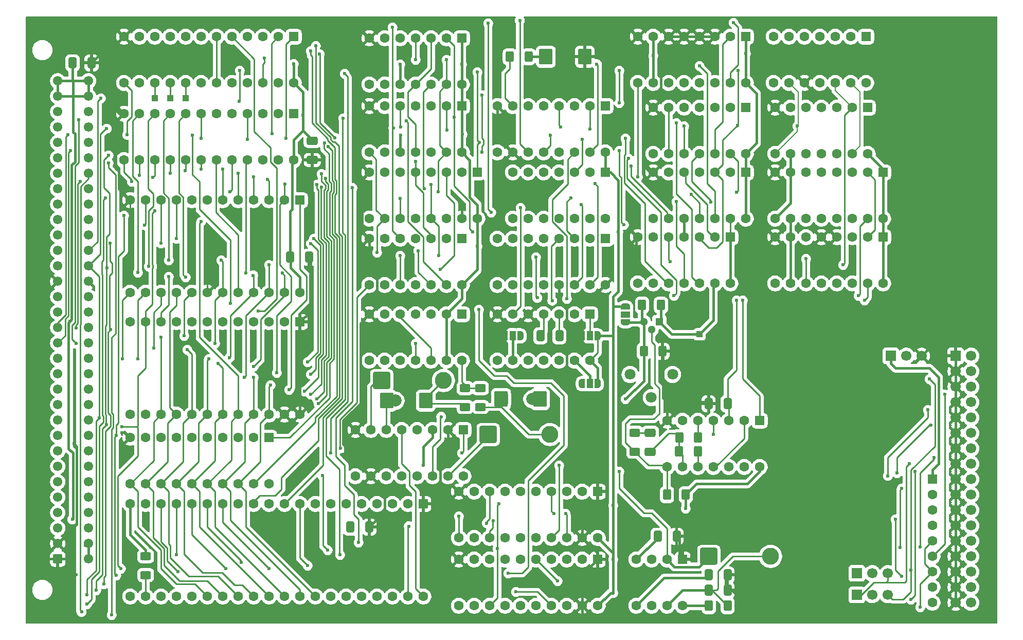
<source format=gbr>
G04 #@! TF.GenerationSoftware,KiCad,Pcbnew,9.0.4-9.0.4-0~ubuntu22.04.1*
G04 #@! TF.CreationDate,2025-09-09T14:14:26+02:00*
G04 #@! TF.ProjectId,Exorset_Floppy,45786f72-7365-4745-9f46-6c6f7070792e,rev?*
G04 #@! TF.SameCoordinates,Original*
G04 #@! TF.FileFunction,Copper,L2,Bot*
G04 #@! TF.FilePolarity,Positive*
%FSLAX46Y46*%
G04 Gerber Fmt 4.6, Leading zero omitted, Abs format (unit mm)*
G04 Created by KiCad (PCBNEW 9.0.4-9.0.4-0~ubuntu22.04.1) date 2025-09-09 14:14:26*
%MOMM*%
%LPD*%
G01*
G04 APERTURE LIST*
G04 Aperture macros list*
%AMRoundRect*
0 Rectangle with rounded corners*
0 $1 Rounding radius*
0 $2 $3 $4 $5 $6 $7 $8 $9 X,Y pos of 4 corners*
0 Add a 4 corners polygon primitive as box body*
4,1,4,$2,$3,$4,$5,$6,$7,$8,$9,$2,$3,0*
0 Add four circle primitives for the rounded corners*
1,1,$1+$1,$2,$3*
1,1,$1+$1,$4,$5*
1,1,$1+$1,$6,$7*
1,1,$1+$1,$8,$9*
0 Add four rect primitives between the rounded corners*
20,1,$1+$1,$2,$3,$4,$5,0*
20,1,$1+$1,$4,$5,$6,$7,0*
20,1,$1+$1,$6,$7,$8,$9,0*
20,1,$1+$1,$8,$9,$2,$3,0*%
%AMFreePoly0*
4,1,23,0.550000,-0.750000,0.000000,-0.750000,0.000000,-0.745722,-0.065263,-0.745722,-0.191342,-0.711940,-0.304381,-0.646677,-0.396677,-0.554381,-0.461940,-0.441342,-0.495722,-0.315263,-0.495722,-0.250000,-0.500000,-0.250000,-0.500000,0.250000,-0.495722,0.250000,-0.495722,0.315263,-0.461940,0.441342,-0.396677,0.554381,-0.304381,0.646677,-0.191342,0.711940,-0.065263,0.745722,0.000000,0.745722,
0.000000,0.750000,0.550000,0.750000,0.550000,-0.750000,0.550000,-0.750000,$1*%
%AMFreePoly1*
4,1,23,0.000000,0.745722,0.065263,0.745722,0.191342,0.711940,0.304381,0.646677,0.396677,0.554381,0.461940,0.441342,0.495722,0.315263,0.495722,0.250000,0.500000,0.250000,0.500000,-0.250000,0.495722,-0.250000,0.495722,-0.315263,0.461940,-0.441342,0.396677,-0.554381,0.304381,-0.646677,0.191342,-0.711940,0.065263,-0.745722,0.000000,-0.745722,0.000000,-0.750000,-0.550000,-0.750000,
-0.550000,0.750000,0.000000,0.750000,0.000000,0.745722,0.000000,0.745722,$1*%
G04 Aperture macros list end*
G04 #@! TA.AperFunction,ComponentPad*
%ADD10R,1.000000X1.000000*%
G04 #@! TD*
G04 #@! TA.AperFunction,ComponentPad*
%ADD11RoundRect,0.250000X-0.550000X0.550000X-0.550000X-0.550000X0.550000X-0.550000X0.550000X0.550000X0*%
G04 #@! TD*
G04 #@! TA.AperFunction,ComponentPad*
%ADD12C,1.600000*%
G04 #@! TD*
G04 #@! TA.AperFunction,ComponentPad*
%ADD13C,1.800000*%
G04 #@! TD*
G04 #@! TA.AperFunction,SMDPad,CuDef*
%ADD14FreePoly0,0.000000*%
G04 #@! TD*
G04 #@! TA.AperFunction,SMDPad,CuDef*
%ADD15R,1.000000X1.500000*%
G04 #@! TD*
G04 #@! TA.AperFunction,SMDPad,CuDef*
%ADD16FreePoly1,0.000000*%
G04 #@! TD*
G04 #@! TA.AperFunction,SMDPad,CuDef*
%ADD17FreePoly0,90.000000*%
G04 #@! TD*
G04 #@! TA.AperFunction,SMDPad,CuDef*
%ADD18R,1.500000X1.000000*%
G04 #@! TD*
G04 #@! TA.AperFunction,SMDPad,CuDef*
%ADD19FreePoly1,90.000000*%
G04 #@! TD*
G04 #@! TA.AperFunction,ComponentPad*
%ADD20RoundRect,0.250000X-0.750000X-0.750000X0.750000X-0.750000X0.750000X0.750000X-0.750000X0.750000X0*%
G04 #@! TD*
G04 #@! TA.AperFunction,ComponentPad*
%ADD21C,2.000000*%
G04 #@! TD*
G04 #@! TA.AperFunction,ComponentPad*
%ADD22RoundRect,0.250000X0.750000X0.750000X-0.750000X0.750000X-0.750000X-0.750000X0.750000X-0.750000X0*%
G04 #@! TD*
G04 #@! TA.AperFunction,SMDPad,CuDef*
%ADD23RoundRect,0.250000X0.650000X-0.412500X0.650000X0.412500X-0.650000X0.412500X-0.650000X-0.412500X0*%
G04 #@! TD*
G04 #@! TA.AperFunction,SMDPad,CuDef*
%ADD24RoundRect,0.250000X-0.625000X0.400000X-0.625000X-0.400000X0.625000X-0.400000X0.625000X0.400000X0*%
G04 #@! TD*
G04 #@! TA.AperFunction,ComponentPad*
%ADD25RoundRect,0.250001X-1.149999X-1.149999X1.149999X-1.149999X1.149999X1.149999X-1.149999X1.149999X0*%
G04 #@! TD*
G04 #@! TA.AperFunction,ComponentPad*
%ADD26C,2.800000*%
G04 #@! TD*
G04 #@! TA.AperFunction,SMDPad,CuDef*
%ADD27RoundRect,0.250001X-0.872499X-1.044999X0.872499X-1.044999X0.872499X1.044999X-0.872499X1.044999X0*%
G04 #@! TD*
G04 #@! TA.AperFunction,ComponentPad*
%ADD28R,1.300000X1.300000*%
G04 #@! TD*
G04 #@! TA.AperFunction,ComponentPad*
%ADD29C,1.300000*%
G04 #@! TD*
G04 #@! TA.AperFunction,ComponentPad*
%ADD30R,1.700000X1.700000*%
G04 #@! TD*
G04 #@! TA.AperFunction,ComponentPad*
%ADD31C,1.700000*%
G04 #@! TD*
G04 #@! TA.AperFunction,ComponentPad*
%ADD32RoundRect,0.249999X0.525001X-0.525001X0.525001X0.525001X-0.525001X0.525001X-0.525001X-0.525001X0*%
G04 #@! TD*
G04 #@! TA.AperFunction,ComponentPad*
%ADD33C,1.550000*%
G04 #@! TD*
G04 #@! TA.AperFunction,ComponentPad*
%ADD34R,1.600000X1.600000*%
G04 #@! TD*
G04 #@! TA.AperFunction,SMDPad,CuDef*
%ADD35RoundRect,0.250000X0.400000X0.625000X-0.400000X0.625000X-0.400000X-0.625000X0.400000X-0.625000X0*%
G04 #@! TD*
G04 #@! TA.AperFunction,SMDPad,CuDef*
%ADD36RoundRect,0.250000X-0.412500X-0.650000X0.412500X-0.650000X0.412500X0.650000X-0.412500X0.650000X0*%
G04 #@! TD*
G04 #@! TA.AperFunction,SMDPad,CuDef*
%ADD37RoundRect,0.250000X-0.650000X0.412500X-0.650000X-0.412500X0.650000X-0.412500X0.650000X0.412500X0*%
G04 #@! TD*
G04 #@! TA.AperFunction,SMDPad,CuDef*
%ADD38RoundRect,0.250000X-0.400000X-0.625000X0.400000X-0.625000X0.400000X0.625000X-0.400000X0.625000X0*%
G04 #@! TD*
G04 #@! TA.AperFunction,SMDPad,CuDef*
%ADD39RoundRect,0.250001X0.872499X1.044999X-0.872499X1.044999X-0.872499X-1.044999X0.872499X-1.044999X0*%
G04 #@! TD*
G04 #@! TA.AperFunction,SMDPad,CuDef*
%ADD40RoundRect,0.250000X0.412500X0.650000X-0.412500X0.650000X-0.412500X-0.650000X0.412500X-0.650000X0*%
G04 #@! TD*
G04 #@! TA.AperFunction,ViaPad*
%ADD41C,0.600000*%
G04 #@! TD*
G04 #@! TA.AperFunction,Conductor*
%ADD42C,0.400000*%
G04 #@! TD*
G04 #@! TA.AperFunction,Conductor*
%ADD43C,0.250000*%
G04 #@! TD*
G04 #@! TA.AperFunction,Conductor*
%ADD44C,0.200000*%
G04 #@! TD*
G04 APERTURE END LIST*
D10*
X81280000Y-63500000D03*
X83820000Y-63500000D03*
X86360000Y-63500000D03*
X170942000Y-102362000D03*
D11*
X152908000Y-99060000D03*
D12*
X150368000Y-99060000D03*
X147828000Y-99060000D03*
X145288000Y-99060000D03*
X142748000Y-99060000D03*
X140208000Y-99060000D03*
X137668000Y-99060000D03*
X137668000Y-106680000D03*
X140208000Y-106680000D03*
X142748000Y-106680000D03*
X145288000Y-106680000D03*
X147828000Y-106680000D03*
X150368000Y-106680000D03*
X152908000Y-106680000D03*
D11*
X152908000Y-99060000D03*
D12*
X150368000Y-99060000D03*
X147828000Y-99060000D03*
X145288000Y-99060000D03*
X142748000Y-99060000D03*
X140208000Y-99060000D03*
X137668000Y-99060000D03*
X137668000Y-106680000D03*
X140208000Y-106680000D03*
X142748000Y-106680000D03*
X145288000Y-106680000D03*
X147828000Y-106680000D03*
X150368000Y-106680000D03*
X152908000Y-106680000D03*
D13*
X163004500Y-112776000D03*
X166497000Y-108966000D03*
X159512000Y-108966000D03*
D14*
X151578000Y-110490000D03*
D15*
X152878000Y-110490000D03*
D16*
X154178000Y-110490000D03*
D14*
X138878000Y-102616000D03*
D15*
X140178000Y-102616000D03*
D16*
X141478000Y-102616000D03*
D17*
X158750000Y-100390000D03*
D18*
X158750000Y-99090000D03*
D19*
X158750000Y-97790000D03*
D14*
X151578000Y-102616000D03*
D15*
X152878000Y-102616000D03*
D16*
X154178000Y-102616000D03*
D20*
X138430000Y-113030000D03*
D21*
X143430000Y-113030000D03*
D22*
X125889500Y-113284000D03*
D21*
X120889500Y-113284000D03*
D23*
X162814000Y-121704500D03*
X162814000Y-118579500D03*
D24*
X160274000Y-118592000D03*
X160274000Y-121692000D03*
X134874000Y-111226000D03*
X134874000Y-114326000D03*
D25*
X136144000Y-118872000D03*
D26*
X146304000Y-118872000D03*
D27*
X138270500Y-113030000D03*
X144685500Y-113030000D03*
D25*
X172466000Y-138938000D03*
D26*
X182626000Y-138938000D03*
X128778000Y-109982000D03*
D25*
X118618000Y-109982000D03*
D28*
X164338000Y-100330000D03*
D29*
X163058000Y-101600000D03*
X161798000Y-100330000D03*
D11*
X125476000Y-130302000D03*
D12*
X122936000Y-130302000D03*
X120396000Y-130302000D03*
X117856000Y-130302000D03*
X115316000Y-130302000D03*
X112776000Y-130302000D03*
X110236000Y-130302000D03*
X107696000Y-130302000D03*
X105156000Y-130302000D03*
X102616000Y-130302000D03*
X100076000Y-130302000D03*
X97536000Y-130302000D03*
X94996000Y-130302000D03*
X92456000Y-130302000D03*
X89916000Y-130302000D03*
X87376000Y-130302000D03*
X84836000Y-130302000D03*
X82296000Y-130302000D03*
X79756000Y-130302000D03*
X77216000Y-130302000D03*
X77216000Y-145542000D03*
X79756000Y-145542000D03*
X82296000Y-145542000D03*
X84836000Y-145542000D03*
X87376000Y-145542000D03*
X89916000Y-145542000D03*
X92456000Y-145542000D03*
X94996000Y-145542000D03*
X97536000Y-145542000D03*
X100076000Y-145542000D03*
X102616000Y-145542000D03*
X105156000Y-145542000D03*
X107696000Y-145542000D03*
X110236000Y-145542000D03*
X112776000Y-145542000D03*
X115316000Y-145542000D03*
X117856000Y-145542000D03*
X120396000Y-145542000D03*
X122936000Y-145542000D03*
X125476000Y-145542000D03*
D11*
X198628000Y-65024000D03*
D12*
X196088000Y-65024000D03*
X193548000Y-65024000D03*
X191008000Y-65024000D03*
X188468000Y-65024000D03*
X185928000Y-65024000D03*
X183388000Y-65024000D03*
X183388000Y-72644000D03*
X185928000Y-72644000D03*
X188468000Y-72644000D03*
X191008000Y-72644000D03*
X193548000Y-72644000D03*
X196088000Y-72644000D03*
X198628000Y-72644000D03*
D11*
X134366000Y-75692000D03*
D12*
X131826000Y-75692000D03*
X129286000Y-75692000D03*
X126746000Y-75692000D03*
X124206000Y-75692000D03*
X121666000Y-75692000D03*
X119126000Y-75692000D03*
X116586000Y-75692000D03*
X116586000Y-83312000D03*
X119126000Y-83312000D03*
X121666000Y-83312000D03*
X124206000Y-83312000D03*
X126746000Y-83312000D03*
X129286000Y-83312000D03*
X131826000Y-83312000D03*
X134366000Y-83312000D03*
D30*
X196850000Y-141732000D03*
D31*
X199390000Y-141732000D03*
X201930000Y-141732000D03*
D11*
X155448000Y-86614000D03*
D12*
X152908000Y-86614000D03*
X150368000Y-86614000D03*
X147828000Y-86614000D03*
X145288000Y-86614000D03*
X142748000Y-86614000D03*
X140208000Y-86614000D03*
X137668000Y-86614000D03*
X137668000Y-94234000D03*
X140208000Y-94234000D03*
X142748000Y-94234000D03*
X145288000Y-94234000D03*
X147828000Y-94234000D03*
X150368000Y-94234000D03*
X152908000Y-94234000D03*
X155448000Y-94234000D03*
D11*
X176022000Y-86360000D03*
D12*
X173482000Y-86360000D03*
X170942000Y-86360000D03*
X168402000Y-86360000D03*
X165862000Y-86360000D03*
X163322000Y-86360000D03*
X160782000Y-86360000D03*
X160782000Y-93980000D03*
X163322000Y-93980000D03*
X165862000Y-93980000D03*
X168402000Y-93980000D03*
X170942000Y-93980000D03*
X173482000Y-93980000D03*
X176022000Y-93980000D03*
D11*
X104140000Y-66040000D03*
D12*
X101600000Y-66040000D03*
X99060000Y-66040000D03*
X96520000Y-66040000D03*
X93980000Y-66040000D03*
X91440000Y-66040000D03*
X88900000Y-66040000D03*
X86360000Y-66040000D03*
X83820000Y-66040000D03*
X81280000Y-66040000D03*
X78740000Y-66040000D03*
X76200000Y-66040000D03*
X76200000Y-73660000D03*
X78740000Y-73660000D03*
X81280000Y-73660000D03*
X83820000Y-73660000D03*
X86360000Y-73660000D03*
X88900000Y-73660000D03*
X91440000Y-73660000D03*
X93980000Y-73660000D03*
X96520000Y-73660000D03*
X99060000Y-73660000D03*
X101600000Y-73660000D03*
X104140000Y-73660000D03*
D30*
X202438000Y-105918000D03*
D31*
X204978000Y-105918000D03*
X207518000Y-105918000D03*
D11*
X168148000Y-139451000D03*
D12*
X165608000Y-139451000D03*
X163068000Y-139451000D03*
X160528000Y-139451000D03*
X160528000Y-147071000D03*
X163068000Y-147071000D03*
X165608000Y-147071000D03*
X168148000Y-147071000D03*
D11*
X131826000Y-99060000D03*
D12*
X129286000Y-99060000D03*
X126746000Y-99060000D03*
X124206000Y-99060000D03*
X121666000Y-99060000D03*
X119126000Y-99060000D03*
X116586000Y-99060000D03*
X116586000Y-106680000D03*
X119126000Y-106680000D03*
X121666000Y-106680000D03*
X124206000Y-106680000D03*
X126746000Y-106680000D03*
X129286000Y-106680000D03*
X131826000Y-106680000D03*
D11*
X178562000Y-53340000D03*
D12*
X176022000Y-53340000D03*
X173482000Y-53340000D03*
X170942000Y-53340000D03*
X168402000Y-53340000D03*
X165862000Y-53340000D03*
X163322000Y-53340000D03*
X160782000Y-53340000D03*
X160782000Y-60960000D03*
X163322000Y-60960000D03*
X165862000Y-60960000D03*
X168402000Y-60960000D03*
X170942000Y-60960000D03*
X173482000Y-60960000D03*
X176022000Y-60960000D03*
X178562000Y-60960000D03*
D11*
X201168000Y-86360000D03*
D12*
X198628000Y-86360000D03*
X196088000Y-86360000D03*
X193548000Y-86360000D03*
X191008000Y-86360000D03*
X188468000Y-86360000D03*
X185928000Y-86360000D03*
X183388000Y-86360000D03*
X183388000Y-93980000D03*
X185928000Y-93980000D03*
X188468000Y-93980000D03*
X191008000Y-93980000D03*
X193548000Y-93980000D03*
X196088000Y-93980000D03*
X198628000Y-93980000D03*
X201168000Y-93980000D03*
D11*
X154178000Y-128270000D03*
D12*
X151638000Y-128270000D03*
X149098000Y-128270000D03*
X146558000Y-128270000D03*
X144018000Y-128270000D03*
X141478000Y-128270000D03*
X138938000Y-128270000D03*
X136398000Y-128270000D03*
X133858000Y-128270000D03*
X131318000Y-128270000D03*
X131318000Y-135890000D03*
X133858000Y-135890000D03*
X136398000Y-135890000D03*
X138938000Y-135890000D03*
X141478000Y-135890000D03*
X144018000Y-135890000D03*
X146558000Y-135890000D03*
X149098000Y-135890000D03*
X151638000Y-135890000D03*
X154178000Y-135890000D03*
D11*
X100076000Y-119385000D03*
D12*
X97536000Y-119385000D03*
X94996000Y-119385000D03*
X92456000Y-119385000D03*
X89916000Y-119385000D03*
X87376000Y-119385000D03*
X84836000Y-119385000D03*
X82296000Y-119385000D03*
X79756000Y-119385000D03*
X77216000Y-119385000D03*
X77216000Y-127005000D03*
X79756000Y-127005000D03*
X82296000Y-127005000D03*
X84836000Y-127005000D03*
X87376000Y-127005000D03*
X89916000Y-127005000D03*
X92456000Y-127005000D03*
X94996000Y-127005000D03*
X97536000Y-127005000D03*
X100076000Y-127005000D03*
D11*
X132080000Y-118110000D03*
D12*
X129540000Y-118110000D03*
X127000000Y-118110000D03*
X124460000Y-118110000D03*
X121920000Y-118110000D03*
X119380000Y-118110000D03*
X116840000Y-118110000D03*
X114300000Y-118110000D03*
X114300000Y-125730000D03*
X116840000Y-125730000D03*
X119380000Y-125730000D03*
X121920000Y-125730000D03*
X124460000Y-125730000D03*
X127000000Y-125730000D03*
X129540000Y-125730000D03*
X132080000Y-125730000D03*
D11*
X155448000Y-75692000D03*
D12*
X152908000Y-75692000D03*
X150368000Y-75692000D03*
X147828000Y-75692000D03*
X145288000Y-75692000D03*
X142748000Y-75692000D03*
X140208000Y-75692000D03*
X140208000Y-83312000D03*
X142748000Y-83312000D03*
X145288000Y-83312000D03*
X147828000Y-83312000D03*
X150368000Y-83312000D03*
X152908000Y-83312000D03*
X155448000Y-83312000D03*
D11*
X104140000Y-53340000D03*
D12*
X101600000Y-53340000D03*
X99060000Y-53340000D03*
X96520000Y-53340000D03*
X93980000Y-53340000D03*
X91440000Y-53340000D03*
X88900000Y-53340000D03*
X86360000Y-53340000D03*
X83820000Y-53340000D03*
X81280000Y-53340000D03*
X78740000Y-53340000D03*
X76200000Y-53340000D03*
X76200000Y-60960000D03*
X78740000Y-60960000D03*
X81280000Y-60960000D03*
X83820000Y-60960000D03*
X86360000Y-60960000D03*
X88900000Y-60960000D03*
X91440000Y-60960000D03*
X93980000Y-60960000D03*
X96520000Y-60960000D03*
X99060000Y-60960000D03*
X101600000Y-60960000D03*
X104140000Y-60960000D03*
D11*
X152908000Y-99060000D03*
D12*
X150368000Y-99060000D03*
X147828000Y-99060000D03*
X145288000Y-99060000D03*
X142748000Y-99060000D03*
X140208000Y-99060000D03*
X137668000Y-99060000D03*
X137668000Y-106680000D03*
X140208000Y-106680000D03*
X142748000Y-106680000D03*
X145288000Y-106680000D03*
X147828000Y-106680000D03*
X150368000Y-106680000D03*
X152908000Y-106680000D03*
D11*
X178562000Y-75692000D03*
D12*
X176022000Y-75692000D03*
X173482000Y-75692000D03*
X170942000Y-75692000D03*
X168402000Y-75692000D03*
X165862000Y-75692000D03*
X163322000Y-75692000D03*
X163322000Y-83312000D03*
X165862000Y-83312000D03*
X168402000Y-83312000D03*
X170942000Y-83312000D03*
X173482000Y-83312000D03*
X176022000Y-83312000D03*
X178562000Y-83312000D03*
D30*
X213106000Y-105918000D03*
D31*
X215646000Y-105918000D03*
X213106000Y-108458000D03*
X215646000Y-108458000D03*
X213106000Y-110998000D03*
X215646000Y-110998000D03*
X213106000Y-113538000D03*
X215646000Y-113538000D03*
X213106000Y-116078000D03*
X215646000Y-116078000D03*
X213106000Y-118618000D03*
X215646000Y-118618000D03*
X213106000Y-121158000D03*
X215646000Y-121158000D03*
X213106000Y-123698000D03*
X215646000Y-123698000D03*
X213106000Y-126238000D03*
X215646000Y-126238000D03*
X213106000Y-128778000D03*
X215646000Y-128778000D03*
X213106000Y-131318000D03*
X215646000Y-131318000D03*
X213106000Y-133858000D03*
X215646000Y-133858000D03*
X213106000Y-136398000D03*
X215646000Y-136398000D03*
X213106000Y-138938000D03*
X215646000Y-138938000D03*
X213106000Y-141478000D03*
X215646000Y-141478000D03*
X213106000Y-144018000D03*
X215646000Y-144018000D03*
X213106000Y-146558000D03*
X215646000Y-146558000D03*
D11*
X131826000Y-86614000D03*
D12*
X129286000Y-86614000D03*
X126746000Y-86614000D03*
X124206000Y-86614000D03*
X121666000Y-86614000D03*
X119126000Y-86614000D03*
X116586000Y-86614000D03*
X116586000Y-94234000D03*
X119126000Y-94234000D03*
X121666000Y-94234000D03*
X124206000Y-94234000D03*
X126746000Y-94234000D03*
X129286000Y-94234000D03*
X131826000Y-94234000D03*
D11*
X198374000Y-53340000D03*
D12*
X195834000Y-53340000D03*
X193294000Y-53340000D03*
X190754000Y-53340000D03*
X188214000Y-53340000D03*
X185674000Y-53340000D03*
X183134000Y-53340000D03*
X183134000Y-60960000D03*
X185674000Y-60960000D03*
X188214000Y-60960000D03*
X190754000Y-60960000D03*
X193294000Y-60960000D03*
X195834000Y-60960000D03*
X198374000Y-60960000D03*
D32*
X65300000Y-139373000D03*
D33*
X65300000Y-136833000D03*
X65300000Y-134293000D03*
X65300000Y-131753000D03*
X65300000Y-129213000D03*
X65300000Y-126673000D03*
X65300000Y-124133000D03*
X65300000Y-121593000D03*
X65300000Y-119053000D03*
X65300000Y-116513000D03*
X65300000Y-113973000D03*
X65300000Y-111433000D03*
X65300000Y-108893000D03*
X65300000Y-106353000D03*
X65300000Y-103813000D03*
X65300000Y-101273000D03*
X65300000Y-98733000D03*
X65300000Y-96193000D03*
X65300000Y-93653000D03*
X65300000Y-91113000D03*
X65300000Y-88573000D03*
X65300000Y-86033000D03*
X65300000Y-83493000D03*
X65300000Y-80953000D03*
X65300000Y-78413000D03*
X65300000Y-75873000D03*
X65300000Y-73333000D03*
X65300000Y-70793000D03*
X65300000Y-68253000D03*
X65300000Y-65713000D03*
X65300000Y-63173000D03*
X65300000Y-60633000D03*
X70380000Y-139373000D03*
X70380000Y-136833000D03*
X70380000Y-134293000D03*
X70380000Y-131753000D03*
X70380000Y-129213000D03*
X70380000Y-126673000D03*
X70380000Y-124133000D03*
X70380000Y-121593000D03*
X70380000Y-119053000D03*
X70380000Y-116513000D03*
X70380000Y-113973000D03*
X70380000Y-111433000D03*
X70380000Y-108893000D03*
X70380000Y-106353000D03*
X70380000Y-103813000D03*
X70380000Y-101273000D03*
X70380000Y-98733000D03*
X70380000Y-96193000D03*
X70380000Y-93653000D03*
X70380000Y-91113000D03*
X70380000Y-88573000D03*
X70380000Y-86033000D03*
X70380000Y-83493000D03*
X70380000Y-80953000D03*
X70380000Y-78413000D03*
X70380000Y-75873000D03*
X70380000Y-73333000D03*
X70380000Y-70793000D03*
X70380000Y-68253000D03*
X70380000Y-65713000D03*
X70380000Y-63173000D03*
X70380000Y-60633000D03*
D11*
X180848000Y-116586000D03*
D12*
X178308000Y-116586000D03*
X175768000Y-116586000D03*
X173228000Y-116586000D03*
X170688000Y-116586000D03*
X168148000Y-116586000D03*
X165608000Y-116586000D03*
X165608000Y-124206000D03*
X168148000Y-124206000D03*
X170688000Y-124206000D03*
X173228000Y-124206000D03*
X175768000Y-124206000D03*
X178308000Y-124206000D03*
X180848000Y-124206000D03*
D30*
X196850000Y-145288000D03*
D31*
X199390000Y-145288000D03*
X201930000Y-145288000D03*
D11*
X105156000Y-80264000D03*
D12*
X102616000Y-80264000D03*
X100076000Y-80264000D03*
X97536000Y-80264000D03*
X94996000Y-80264000D03*
X92456000Y-80264000D03*
X89916000Y-80264000D03*
X87376000Y-80264000D03*
X84836000Y-80264000D03*
X82296000Y-80264000D03*
X79756000Y-80264000D03*
X77216000Y-80264000D03*
X77216000Y-95504000D03*
X79756000Y-95504000D03*
X82296000Y-95504000D03*
X84836000Y-95504000D03*
X87376000Y-95504000D03*
X89916000Y-95504000D03*
X92456000Y-95504000D03*
X94996000Y-95504000D03*
X97536000Y-95504000D03*
X100076000Y-95504000D03*
X102616000Y-95504000D03*
X105156000Y-95504000D03*
D11*
X201168000Y-75697000D03*
D12*
X198628000Y-75697000D03*
X196088000Y-75697000D03*
X193548000Y-75697000D03*
X191008000Y-75697000D03*
X188468000Y-75697000D03*
X185928000Y-75697000D03*
X183388000Y-75697000D03*
X183388000Y-83317000D03*
X185928000Y-83317000D03*
X188468000Y-83317000D03*
X191008000Y-83317000D03*
X193548000Y-83317000D03*
X196088000Y-83317000D03*
X198628000Y-83317000D03*
X201168000Y-83317000D03*
D11*
X105156000Y-100330000D03*
D12*
X102616000Y-100330000D03*
X100076000Y-100330000D03*
X97536000Y-100330000D03*
X94996000Y-100330000D03*
X92456000Y-100330000D03*
X89916000Y-100330000D03*
X87376000Y-100330000D03*
X84836000Y-100330000D03*
X82296000Y-100330000D03*
X79756000Y-100330000D03*
X77216000Y-100330000D03*
X77216000Y-115570000D03*
X79756000Y-115570000D03*
X82296000Y-115570000D03*
X84836000Y-115570000D03*
X87376000Y-115570000D03*
X89916000Y-115570000D03*
X92456000Y-115570000D03*
X94996000Y-115570000D03*
X97536000Y-115570000D03*
X100076000Y-115570000D03*
X102616000Y-115570000D03*
X105156000Y-115570000D03*
D11*
X154178000Y-139446000D03*
D12*
X151638000Y-139446000D03*
X149098000Y-139446000D03*
X146558000Y-139446000D03*
X144018000Y-139446000D03*
X141478000Y-139446000D03*
X138938000Y-139446000D03*
X136398000Y-139446000D03*
X133858000Y-139446000D03*
X131318000Y-139446000D03*
X131318000Y-147066000D03*
X133858000Y-147066000D03*
X136398000Y-147066000D03*
X138938000Y-147066000D03*
X141478000Y-147066000D03*
X144018000Y-147066000D03*
X146558000Y-147066000D03*
X149098000Y-147066000D03*
X151638000Y-147066000D03*
X154178000Y-147066000D03*
D11*
X131826000Y-53599000D03*
D12*
X129286000Y-53599000D03*
X126746000Y-53599000D03*
X124206000Y-53599000D03*
X121666000Y-53599000D03*
X119126000Y-53599000D03*
X116586000Y-53599000D03*
X116586000Y-61219000D03*
X119126000Y-61219000D03*
X121666000Y-61219000D03*
X124206000Y-61219000D03*
X126746000Y-61219000D03*
X129286000Y-61219000D03*
X131826000Y-61219000D03*
D11*
X131826000Y-64770000D03*
D12*
X129286000Y-64770000D03*
X126746000Y-64770000D03*
X124206000Y-64770000D03*
X121666000Y-64770000D03*
X119126000Y-64770000D03*
X116586000Y-64770000D03*
X116586000Y-72390000D03*
X119126000Y-72390000D03*
X121666000Y-72390000D03*
X124206000Y-72390000D03*
X126746000Y-72390000D03*
X129286000Y-72390000D03*
X131826000Y-72390000D03*
D11*
X155448000Y-64770000D03*
D12*
X152908000Y-64770000D03*
X150368000Y-64770000D03*
X147828000Y-64770000D03*
X145288000Y-64770000D03*
X142748000Y-64770000D03*
X140208000Y-64770000D03*
X137668000Y-64770000D03*
X137668000Y-72390000D03*
X140208000Y-72390000D03*
X142748000Y-72390000D03*
X145288000Y-72390000D03*
X147828000Y-72390000D03*
X150368000Y-72390000D03*
X152908000Y-72390000D03*
X155448000Y-72390000D03*
D34*
X209296000Y-126238000D03*
D12*
X209296000Y-128778000D03*
X209296000Y-131318000D03*
X209296000Y-133858000D03*
X209296000Y-136398000D03*
X209296000Y-138938000D03*
X209296000Y-141478000D03*
X209296000Y-144018000D03*
X209296000Y-146558000D03*
D24*
X79756000Y-138912000D03*
X79756000Y-142012000D03*
D35*
X168682000Y-128778000D03*
X165582000Y-128778000D03*
D36*
X164045500Y-135636000D03*
X167170500Y-135636000D03*
X113461000Y-134112000D03*
X116586000Y-134112000D03*
D35*
X170714000Y-119380000D03*
X167614000Y-119380000D03*
D37*
X107188000Y-70535000D03*
X107188000Y-73660000D03*
D36*
X144741500Y-102616000D03*
X147866500Y-102616000D03*
D38*
X161772000Y-105156000D03*
X164872000Y-105156000D03*
D35*
X170688000Y-121666000D03*
X167588000Y-121666000D03*
D36*
X172427500Y-144526000D03*
X175552500Y-144526000D03*
D35*
X142800000Y-56642000D03*
X139700000Y-56642000D03*
D36*
X103555000Y-89662000D03*
X106680000Y-89662000D03*
D27*
X145636500Y-56642000D03*
X152051500Y-56642000D03*
D35*
X164592000Y-97536000D03*
X161492000Y-97536000D03*
D39*
X125889500Y-113284000D03*
X119474500Y-113284000D03*
D36*
X172427500Y-141986000D03*
X175552500Y-141986000D03*
D24*
X132334000Y-111226000D03*
X132334000Y-114326000D03*
D35*
X175566000Y-147066000D03*
X172466000Y-147066000D03*
D36*
X67741000Y-57658000D03*
X70866000Y-57658000D03*
D40*
X175552500Y-113792000D03*
X172427500Y-113792000D03*
D11*
X178562000Y-65024000D03*
D12*
X176022000Y-65024000D03*
X173482000Y-65024000D03*
X170942000Y-65024000D03*
X168402000Y-65024000D03*
X165862000Y-65024000D03*
X163322000Y-65024000D03*
X163322000Y-72644000D03*
X165862000Y-72644000D03*
X168402000Y-72644000D03*
X170942000Y-72644000D03*
X173482000Y-72644000D03*
X176022000Y-72644000D03*
X178562000Y-72644000D03*
D41*
X106680000Y-128651000D03*
X107696000Y-126746000D03*
X103759000Y-126365000D03*
X107950000Y-121666000D03*
X95250000Y-58928000D03*
X95183690Y-63947310D03*
X66929000Y-69469000D03*
X69215000Y-148082000D03*
X68286000Y-101346000D03*
X68286000Y-103886000D03*
X158750000Y-113030000D03*
X151578000Y-110490000D03*
X141478000Y-102615998D03*
X158750000Y-99090000D03*
X131826000Y-121932000D03*
X125476000Y-123952000D03*
X128414000Y-115934000D03*
X139446000Y-141732000D03*
X137922000Y-130302000D03*
X119057000Y-128778000D03*
X194564000Y-90932000D03*
X177165000Y-67945000D03*
X187029000Y-68072000D03*
X146414000Y-69596000D03*
X168402000Y-68072000D03*
X90932000Y-89154000D03*
X125984000Y-51562000D03*
X97536000Y-104902000D03*
X90170000Y-102870000D03*
X112522000Y-122682000D03*
X150114000Y-90932000D03*
X118110000Y-55626000D03*
X99060000Y-88900000D03*
X115824000Y-138938000D03*
X151384000Y-96266000D03*
X179070000Y-145542000D03*
X128143000Y-127508000D03*
X199136000Y-122174000D03*
X152654000Y-90932000D03*
X67945000Y-120396000D03*
X117856000Y-68580000D03*
X128524000Y-139446000D03*
X151384000Y-149519000D03*
X100076000Y-104648000D03*
X121666000Y-62992000D03*
X107188000Y-82550000D03*
X145288000Y-91440000D03*
X114300000Y-65278000D03*
X102870000Y-135382000D03*
X154432000Y-96266000D03*
X171196000Y-135636000D03*
X198120000Y-128270000D03*
X81788000Y-89154000D03*
X117856000Y-62992000D03*
X158242000Y-65786000D03*
X168910000Y-67056000D03*
X125730000Y-55626000D03*
X119126000Y-136906000D03*
X128524000Y-55626000D03*
X177038000Y-149519000D03*
X163322000Y-69596000D03*
X77216000Y-85090000D03*
X87630000Y-102870000D03*
X94996000Y-83566000D03*
X77216000Y-55880000D03*
X92710000Y-103124000D03*
X151638000Y-115570000D03*
X112776000Y-54356000D03*
X122936000Y-51562000D03*
X122682000Y-55880000D03*
X106680000Y-104648000D03*
X159512000Y-91694000D03*
X155702000Y-91948000D03*
X106957000Y-92710000D03*
X185928000Y-128524000D03*
X68326000Y-141986000D03*
X147828000Y-91440000D03*
X99060000Y-84074000D03*
X128524000Y-149352000D03*
X88138000Y-55880000D03*
X89916000Y-85344000D03*
X158750000Y-87122000D03*
X137668000Y-81534000D03*
X77597000Y-59182000D03*
X79756000Y-133350000D03*
X160274000Y-83312000D03*
X92964000Y-56642000D03*
X84836000Y-88646000D03*
X87122000Y-88646000D03*
X134112000Y-53594000D03*
X115385000Y-81026000D03*
X110490000Y-60960000D03*
X110744000Y-65532000D03*
X200914000Y-135636000D03*
X189738000Y-145542000D03*
X184912000Y-149352000D03*
X107188000Y-100584000D03*
X131658471Y-81559066D03*
X89969352Y-93890889D03*
X185166000Y-122174000D03*
X76962000Y-90170000D03*
X94996000Y-104648000D03*
X202184000Y-57658000D03*
X169672000Y-63500000D03*
X191008000Y-50800000D03*
X189230000Y-135636000D03*
X74923000Y-142083782D03*
X76200000Y-82804000D03*
X74923000Y-119052999D03*
X68961001Y-77216001D03*
X96520000Y-70271000D03*
X88900000Y-75184000D03*
X108712000Y-75946000D03*
X107950000Y-113030000D03*
X92456000Y-75184000D03*
X68752827Y-67056001D03*
X131921739Y-69429000D03*
X168656000Y-131064000D03*
X156718000Y-144969000D03*
X156718000Y-139446000D03*
X178562000Y-56134000D03*
X121757204Y-69575723D03*
X104140000Y-57825000D03*
X131826000Y-57912000D03*
X157571547Y-85511000D03*
X142800000Y-56642000D03*
X113461000Y-134112000D03*
X67330472Y-100223472D03*
X134366000Y-87884000D03*
X156718000Y-130556000D03*
X105664000Y-66294000D03*
X121666000Y-57912000D03*
X163322000Y-56475000D03*
X67686000Y-132842000D03*
X99822000Y-76875000D03*
X108701474Y-78097646D03*
X106934000Y-112268000D03*
X80970616Y-76541000D03*
X80264000Y-91186000D03*
X96012000Y-109416000D03*
X100076000Y-90932000D03*
X93582000Y-106209000D03*
X97471028Y-92645028D03*
X86360000Y-92964000D03*
X92202000Y-90170000D03*
X91186000Y-103886000D03*
X83566000Y-90170000D03*
X73406000Y-91440000D03*
X73660000Y-72898000D03*
X73294515Y-117241280D03*
X71628000Y-144526000D03*
X151638000Y-70246000D03*
X78486000Y-92202000D03*
X102265702Y-92298298D03*
X97536000Y-107696000D03*
X109357000Y-76708000D03*
X86263529Y-75428004D03*
X94966398Y-75859000D03*
X108204000Y-113792000D03*
X72898000Y-143510000D03*
X74023000Y-101600000D03*
X73907000Y-87306326D03*
X77470000Y-77216000D03*
X103378000Y-111506000D03*
X72390000Y-63500000D03*
X105918000Y-111760000D03*
X83807550Y-75841763D03*
X107938000Y-77724000D03*
X97536000Y-76454000D03*
X78740000Y-76200000D03*
X101346000Y-108712000D03*
X102660381Y-77646788D03*
X81280000Y-82042000D03*
X75888000Y-117555874D03*
X75692000Y-140970000D03*
X88900000Y-70104000D03*
X67363000Y-72136000D03*
X70104000Y-145288000D03*
X73358131Y-68493000D03*
X72093948Y-116132788D03*
X109817574Y-71469161D03*
X109220000Y-70866000D03*
X197104000Y-96012000D03*
X177038000Y-96774000D03*
X157734000Y-124968000D03*
X110236000Y-121932000D03*
X112522000Y-59436000D03*
X74168000Y-148590000D03*
X73660000Y-74168000D03*
X207264000Y-147320000D03*
X201930000Y-125690000D03*
X208534000Y-114808000D03*
X204216000Y-127762000D03*
X203962000Y-137479000D03*
X211328000Y-112268000D03*
X203454000Y-125222000D03*
X209042000Y-117348000D03*
X204216000Y-142240000D03*
X203200000Y-132842000D03*
X205486000Y-123698000D03*
X206415000Y-124968000D03*
X205740000Y-146050000D03*
X205740000Y-141224000D03*
X208788000Y-109728000D03*
X207264000Y-137414000D03*
X209562000Y-122682000D03*
X147574000Y-143002000D03*
X96266000Y-92289000D03*
X83566000Y-92877000D03*
X102870000Y-70104000D03*
X93629412Y-78897412D03*
X73152000Y-79883000D03*
X100584000Y-69342000D03*
X70104000Y-146812000D03*
X176530000Y-51054000D03*
X133604000Y-85511000D03*
X130556000Y-66635000D03*
X127888944Y-78866944D03*
X124206000Y-57150000D03*
X149745888Y-79865000D03*
X129286000Y-57150000D03*
X99314000Y-56896000D03*
X114808000Y-136652000D03*
X125682131Y-78399000D03*
X113792000Y-78232000D03*
X170942000Y-58166000D03*
X82296000Y-87376000D03*
X97536000Y-109474000D03*
X106957000Y-87429352D03*
X106426000Y-106934000D03*
X81067081Y-104648000D03*
X86614000Y-104902000D03*
X75946000Y-106426000D03*
X91694000Y-107188000D03*
X88900000Y-83820000D03*
X79589000Y-84375869D03*
X82296000Y-102870000D03*
X86106000Y-102616000D03*
X107442000Y-86614000D03*
X84836000Y-86614000D03*
X100330000Y-110744000D03*
X106934000Y-108966000D03*
X78486000Y-106426000D03*
X90170000Y-106426000D03*
X159678611Y-74676000D03*
X120396000Y-51816000D03*
X148082000Y-68239000D03*
X120540000Y-68377000D03*
X141351000Y-50673000D03*
X149098000Y-96520000D03*
X154034000Y-57861000D03*
X152908000Y-68580000D03*
X129340656Y-68689000D03*
X134366000Y-59182000D03*
X158750000Y-70104000D03*
X134702565Y-70779000D03*
X172807000Y-80565869D03*
X167132000Y-80518000D03*
X160782000Y-76454000D03*
X106426000Y-140462000D03*
X134620000Y-98298000D03*
X85090000Y-141478000D03*
X100076000Y-140970000D03*
X137668000Y-137668000D03*
X135890000Y-133459000D03*
X111861951Y-121141024D03*
X147828000Y-123952000D03*
X131318000Y-132334000D03*
X148891869Y-131913000D03*
X146951697Y-131913000D03*
X123077026Y-133967000D03*
X136993000Y-133096000D03*
X108404330Y-56221000D03*
X110871000Y-69977000D03*
X122655930Y-67222525D03*
X98298000Y-98552000D03*
X106934000Y-55714000D03*
X167132000Y-67564000D03*
X136652000Y-82296000D03*
X136144000Y-51141000D03*
X107778390Y-54864000D03*
X157734000Y-64262000D03*
X157734000Y-58928000D03*
X84836000Y-138684000D03*
X112268000Y-66802000D03*
X111760000Y-138684000D03*
X121749938Y-68225723D03*
X124657000Y-88598131D03*
X117856000Y-88900000D03*
X124206000Y-73914000D03*
X135128000Y-62992000D03*
X135128000Y-72390000D03*
X177292000Y-58928000D03*
X144018000Y-89662000D03*
X166116000Y-90424000D03*
X144231989Y-96359000D03*
X157734000Y-72136000D03*
X158496000Y-84328000D03*
X177038000Y-78994000D03*
X169546702Y-79315298D03*
X128016000Y-89408000D03*
X126746000Y-77724000D03*
X121666000Y-89408000D03*
X159229000Y-73406000D03*
X166734000Y-96012000D03*
X188468000Y-89916000D03*
X128270000Y-91694000D03*
X141478000Y-81534000D03*
X124206000Y-103886000D03*
X121666000Y-80010000D03*
X151494000Y-81026000D03*
X146701018Y-96830018D03*
X140716000Y-144780000D03*
X95504000Y-139954000D03*
X92964000Y-140970000D03*
X109728000Y-137922000D03*
X108839000Y-125603000D03*
X153717869Y-77557000D03*
X173228000Y-118872000D03*
X198120000Y-96774000D03*
X178054000Y-96774000D03*
X93726000Y-97282000D03*
X76708000Y-69509000D03*
X87486000Y-69596000D03*
D42*
X128524000Y-133350000D02*
X128524000Y-127889000D01*
X128270000Y-127381000D02*
X128143000Y-127508000D01*
X128524000Y-127889000D02*
X128143000Y-127508000D01*
X129540000Y-120142000D02*
X128270000Y-121412000D01*
X129540000Y-118110000D02*
X129540000Y-120142000D01*
X128270000Y-121412000D02*
X128270000Y-127381000D01*
D43*
X89916000Y-130302000D02*
X89916000Y-134112000D01*
X89916000Y-134112000D02*
X95504000Y-139700000D01*
X95504000Y-139700000D02*
X95504000Y-139954000D01*
X97536000Y-145542000D02*
X95631000Y-143637000D01*
X86106000Y-128275000D02*
X84836000Y-127005000D01*
X95631000Y-143637000D02*
X94361000Y-143637000D01*
X94361000Y-143637000D02*
X92329000Y-141605000D01*
X92329000Y-141605000D02*
X89154000Y-141605000D01*
X89154000Y-141605000D02*
X86106000Y-138557000D01*
X86106000Y-138557000D02*
X86106000Y-128275000D01*
X87376000Y-135382000D02*
X92964000Y-140970000D01*
X87376000Y-130302000D02*
X87376000Y-135382000D01*
X100076000Y-145542000D02*
X88646000Y-134112000D01*
X88646000Y-134112000D02*
X88646000Y-128275000D01*
X88646000Y-128275000D02*
X87376000Y-127005000D01*
X92456000Y-145542000D02*
X89916000Y-143002000D01*
X82804000Y-140462000D02*
X82804000Y-137668000D01*
X89916000Y-143002000D02*
X85344000Y-143002000D01*
X85344000Y-143002000D02*
X82804000Y-140462000D01*
X81026000Y-135890000D02*
X81026000Y-128275000D01*
X82804000Y-137668000D02*
X81026000Y-135890000D01*
X81026000Y-128275000D02*
X79756000Y-127005000D01*
X77216000Y-127005000D02*
X78486000Y-128275000D01*
X78486000Y-128275000D02*
X78486000Y-134112000D01*
X78486000Y-134112000D02*
X82296000Y-137922000D01*
X82296000Y-137922000D02*
X82296000Y-140970000D01*
X82296000Y-140970000D02*
X84836000Y-143510000D01*
X84836000Y-143510000D02*
X87884000Y-143510000D01*
X87884000Y-143510000D02*
X89916000Y-145542000D01*
X102616000Y-145542000D02*
X91186000Y-134112000D01*
X91186000Y-134112000D02*
X91186000Y-128275000D01*
X91186000Y-128275000D02*
X89916000Y-127005000D01*
X92456000Y-127005000D02*
X93726000Y-128275000D01*
X93726000Y-128275000D02*
X93726000Y-132980630D01*
X105156000Y-144410630D02*
X105156000Y-145542000D01*
X93726000Y-132980630D02*
X105156000Y-144410630D01*
X107696000Y-145542000D02*
X96266000Y-134112000D01*
X96266000Y-134112000D02*
X96266000Y-128275000D01*
X96266000Y-128275000D02*
X94996000Y-127005000D01*
X111176474Y-79122825D02*
X111176474Y-77072467D01*
X110906000Y-71602991D02*
X109746000Y-70442991D01*
X110932000Y-79367299D02*
X111176474Y-79122825D01*
X102108000Y-125984000D02*
X108204000Y-119888000D01*
X110932000Y-85649228D02*
X110932000Y-79367299D01*
X111680000Y-86397228D02*
X110932000Y-85649228D01*
X111680000Y-112727604D02*
X111680000Y-86397228D01*
X108204000Y-116203604D02*
X111680000Y-112727604D01*
X108204000Y-119888000D02*
X108204000Y-116203604D01*
X97536000Y-129921000D02*
X98552000Y-128905000D01*
X102108000Y-127889000D02*
X102108000Y-125984000D01*
X98552000Y-128905000D02*
X101092000Y-128905000D01*
X101092000Y-128905000D02*
X102108000Y-127889000D01*
X97536000Y-130302000D02*
X97536000Y-129921000D01*
X106934000Y-56388000D02*
X106934000Y-55714000D01*
X111176474Y-77072467D02*
X110932000Y-76827993D01*
X110932000Y-76827993D02*
X110932000Y-75858613D01*
X110932000Y-75858613D02*
X110906000Y-75832613D01*
X110906000Y-75832613D02*
X110906000Y-71602991D01*
X107188000Y-67566792D02*
X107188000Y-56642000D01*
X109746000Y-70442991D02*
X109746000Y-70124792D01*
X109746000Y-70124792D02*
X107188000Y-67566792D01*
X107188000Y-56642000D02*
X106934000Y-56388000D01*
X109728000Y-137922000D02*
X108966000Y-137160000D01*
X108966000Y-137160000D02*
X108966000Y-125730000D01*
X108966000Y-125730000D02*
X108839000Y-125603000D01*
D42*
X119057000Y-128778000D02*
X119126000Y-128847000D01*
X119126000Y-128847000D02*
X119126000Y-131572000D01*
X119126000Y-131572000D02*
X116586000Y-134112000D01*
D43*
X113792000Y-78232000D02*
X113792000Y-113429142D01*
X113792000Y-113429142D02*
X111097000Y-116124142D01*
X111097000Y-116124142D02*
X111097000Y-122507462D01*
X111097000Y-122507462D02*
X112522000Y-123932462D01*
X112522000Y-123932462D02*
X112522000Y-127254000D01*
X112522000Y-127254000D02*
X114046000Y-128778000D01*
X114046000Y-128778000D02*
X114046000Y-132080000D01*
X114046000Y-132080000D02*
X114808000Y-132842000D01*
X114808000Y-132842000D02*
X114808000Y-136652000D01*
X111760000Y-138684000D02*
X111650000Y-138574000D01*
X112210000Y-66860000D02*
X112268000Y-66802000D01*
X111650000Y-138574000D02*
X111650000Y-124604000D01*
X111650000Y-124604000D02*
X109474000Y-122428000D01*
X109474000Y-122428000D02*
X109474000Y-116206396D01*
X112580000Y-86024436D02*
X112210000Y-85654436D01*
X112210000Y-85654436D02*
X112210000Y-66860000D01*
X109474000Y-116206396D02*
X112580000Y-113100396D01*
X112580000Y-113100396D02*
X112580000Y-86024436D01*
X81280000Y-63500000D02*
X81280000Y-60960000D01*
X83820000Y-63500000D02*
X83820000Y-60960000D01*
X86360000Y-63500000D02*
X86360000Y-60960000D01*
X95250000Y-58928000D02*
X95250000Y-63881000D01*
X95250000Y-63881000D02*
X95183690Y-63947310D01*
X73152000Y-118338390D02*
X73969515Y-117520875D01*
X74419515Y-117707271D02*
X74419515Y-115524192D01*
X73573000Y-115314073D02*
X73573000Y-102050000D01*
X73152000Y-142114396D02*
X73152000Y-118338390D01*
X72898000Y-142368396D02*
X73152000Y-142114396D01*
X72898000Y-143510000D02*
X72898000Y-142368396D01*
X74168000Y-148590000D02*
X74168000Y-117958786D01*
X74419515Y-115524192D02*
X74168000Y-115272677D01*
X74168000Y-115272677D02*
X74168000Y-102870000D01*
X74168000Y-102870000D02*
X74803000Y-102235000D01*
X74168000Y-117958786D02*
X74419515Y-117707271D01*
X73969515Y-115710588D02*
X73573000Y-115314073D01*
X74803000Y-102235000D02*
X74803000Y-76073000D01*
X74803000Y-76073000D02*
X73660000Y-74930000D01*
X73660000Y-74930000D02*
X73660000Y-74168000D01*
X73969515Y-117520875D02*
X73969515Y-115710588D01*
X73573000Y-102050000D02*
X74023000Y-101600000D01*
X73348000Y-100769000D02*
X73123000Y-100994000D01*
X71628000Y-144526000D02*
X71628000Y-143002000D01*
X71628000Y-143002000D02*
X72644000Y-141986000D01*
X72630172Y-92569172D02*
X72517000Y-92456000D01*
X72644000Y-117891795D02*
X73294515Y-117241280D01*
X73123000Y-100994000D02*
X73123000Y-115570849D01*
X70104000Y-146812000D02*
X70866000Y-146050000D01*
X72782000Y-80253000D02*
X73152000Y-79883000D01*
X72782000Y-90159000D02*
X72782000Y-80253000D01*
X72517000Y-90424000D02*
X72782000Y-90159000D01*
X73218948Y-115666797D02*
X73218948Y-117165713D01*
X73348000Y-91440000D02*
X73348000Y-100769000D01*
X73123000Y-115570849D02*
X73218948Y-115666797D01*
X73218948Y-117165713D02*
X73294515Y-117241280D01*
X72644000Y-141986000D02*
X72644000Y-117891795D01*
X72630172Y-115714417D02*
X72630172Y-92569172D01*
X70866000Y-146050000D02*
X70866000Y-142748000D01*
X72768948Y-116817717D02*
X72768948Y-115853193D01*
X70866000Y-142748000D02*
X72136000Y-141478000D01*
X72136000Y-141478000D02*
X72136000Y-117450665D01*
X72136000Y-117450665D02*
X72768948Y-116817717D01*
X72768948Y-115853193D02*
X72630172Y-115714417D01*
X72517000Y-92456000D02*
X72517000Y-90424000D01*
X72093948Y-92826948D02*
X72093948Y-116132788D01*
X71600747Y-141251253D02*
X71600747Y-116625989D01*
X70380000Y-91113000D02*
X72093948Y-92826948D01*
X70104000Y-142748000D02*
X71600747Y-141251253D01*
X70104000Y-145288000D02*
X70104000Y-142748000D01*
X71600747Y-116625989D02*
X72093948Y-116132788D01*
X73907000Y-87306326D02*
X73914000Y-87313326D01*
X74248000Y-90641703D02*
X74248000Y-92249000D01*
X73798000Y-101375000D02*
X74023000Y-101600000D01*
X73914000Y-87313326D02*
X73914000Y-90307703D01*
X73914000Y-90307703D02*
X74248000Y-90641703D01*
X73798000Y-92699000D02*
X73798000Y-101375000D01*
X74248000Y-92249000D02*
X73798000Y-92699000D01*
X73406000Y-91440000D02*
X73348000Y-91440000D01*
X72898000Y-78232000D02*
X73818000Y-79152000D01*
X72898000Y-73660000D02*
X72898000Y-78232000D01*
X73818000Y-79152000D02*
X73818000Y-85821000D01*
X73818000Y-85821000D02*
X73279000Y-86360000D01*
X73279000Y-86360000D02*
X73279000Y-91371000D01*
X73660000Y-72898000D02*
X72898000Y-73660000D01*
X73279000Y-91371000D02*
X73348000Y-91440000D01*
X72332000Y-89161000D02*
X72332000Y-69400000D01*
X70380000Y-91113000D02*
X72332000Y-89161000D01*
X72332000Y-69400000D02*
X73239000Y-68493000D01*
X73239000Y-68493000D02*
X73358131Y-68493000D01*
X70380000Y-88573000D02*
X71881000Y-87072000D01*
X71881000Y-87072000D02*
X71881000Y-64009000D01*
X71881000Y-64009000D02*
X72390000Y-63500000D01*
X70380000Y-75873000D02*
X70380000Y-76707475D01*
X70380000Y-76707475D02*
X69088000Y-77999475D01*
X69088000Y-77999475D02*
X69088000Y-100680320D01*
X69088000Y-100680320D02*
X68961000Y-100807320D01*
X68961000Y-100807320D02*
X68961000Y-147828000D01*
X68961000Y-147828000D02*
X69215000Y-148082000D01*
X68580000Y-77597002D02*
X68961001Y-77216001D01*
X68286000Y-101346000D02*
X68286000Y-100845924D01*
X68286000Y-100845924D02*
X68580000Y-100551924D01*
X68580000Y-100551924D02*
X68580000Y-77597002D01*
D42*
X67818000Y-60633000D02*
X67818000Y-69039719D01*
X67818000Y-69039719D02*
X68113000Y-69334719D01*
X68113000Y-69334719D02*
X68113000Y-73953943D01*
X68113000Y-73953943D02*
X67564000Y-74502943D01*
X67564000Y-74502943D02*
X67564000Y-99884066D01*
X67564000Y-99884066D02*
X67513000Y-99935066D01*
D43*
X66589000Y-69809000D02*
X66929000Y-69469000D01*
X65300000Y-100435000D02*
X66589000Y-99146000D01*
X66589000Y-99146000D02*
X66589000Y-69809000D01*
X65300000Y-101273000D02*
X65300000Y-100435000D01*
X68130000Y-100365528D02*
X68130000Y-74679405D01*
X68752827Y-74056578D02*
X68752827Y-67056001D01*
X68130000Y-74679405D02*
X68752827Y-74056578D01*
X67611000Y-100884528D02*
X68130000Y-100365528D01*
X67611000Y-103211000D02*
X67611000Y-100884528D01*
X68286000Y-103886000D02*
X67611000Y-103211000D01*
X67039000Y-72460000D02*
X67363000Y-72136000D01*
X67039000Y-99332396D02*
X67039000Y-72460000D01*
X66561000Y-99810396D02*
X67039000Y-99332396D01*
X66561000Y-102552000D02*
X66561000Y-99810396D01*
X65300000Y-103813000D02*
X66561000Y-102552000D01*
D42*
X67513000Y-100040944D02*
X67330472Y-100223472D01*
X67513000Y-99935066D02*
X67513000Y-100040944D01*
X67513000Y-99935066D02*
X67513000Y-100040943D01*
X67086000Y-121188000D02*
X67818000Y-121920000D01*
X67513000Y-100040943D02*
X67086000Y-100467943D01*
X67086000Y-100467943D02*
X67086000Y-121188000D01*
X67818000Y-121920000D02*
X67818000Y-132710000D01*
X67818000Y-132710000D02*
X67686000Y-132842000D01*
X65300000Y-136833000D02*
X68436000Y-133697000D01*
X68436000Y-120887000D02*
X67945000Y-120396000D01*
X68436000Y-133697000D02*
X68436000Y-120887000D01*
X69742000Y-136997291D02*
X69906291Y-136833000D01*
X69742000Y-137144153D02*
X69742000Y-136997291D01*
X69906291Y-136833000D02*
X70380000Y-136833000D01*
X76200000Y-66040000D02*
X74881135Y-67358865D01*
X74881135Y-67358865D02*
X74881135Y-75053766D01*
X74881135Y-75053766D02*
X75328000Y-75500631D01*
X75328000Y-75500631D02*
X75328000Y-78376000D01*
X75328000Y-78376000D02*
X77216000Y-80264000D01*
D43*
X96520000Y-70271000D02*
X96520000Y-66040000D01*
X77470000Y-62230000D02*
X77470000Y-66548000D01*
X77470000Y-66548000D02*
X76708000Y-67310000D01*
X76200000Y-60960000D02*
X77470000Y-62230000D01*
X76708000Y-67310000D02*
X76708000Y-69509000D01*
X88646000Y-77216000D02*
X87486000Y-76056000D01*
X87486000Y-76056000D02*
X87486000Y-69596000D01*
X88646000Y-81788000D02*
X88646000Y-77216000D01*
X93726000Y-86868000D02*
X88646000Y-81788000D01*
X93726000Y-97282000D02*
X93726000Y-86868000D01*
X88900000Y-66040000D02*
X88900000Y-70104000D01*
X163058000Y-101600000D02*
X163058000Y-103632000D01*
X163058000Y-103632000D02*
X163532000Y-104106000D01*
X163532000Y-104106000D02*
X163532000Y-110490000D01*
X163428014Y-116332000D02*
X159512000Y-116332000D01*
X159512000Y-116332000D02*
X158750000Y-117094000D01*
X163532000Y-110490000D02*
X164338000Y-111296000D01*
X164338000Y-111296000D02*
X164338000Y-115422014D01*
X164338000Y-115422014D02*
X163428014Y-116332000D01*
X158750000Y-117094000D02*
X158750000Y-120168000D01*
X158750000Y-120168000D02*
X160274000Y-121692000D01*
D42*
X149098000Y-105156000D02*
X149098000Y-111506000D01*
X149098000Y-111506000D02*
X154178000Y-116586000D01*
X154178000Y-116586000D02*
X154178000Y-128270000D01*
X161772000Y-105156000D02*
X161772000Y-110008000D01*
X161772000Y-110008000D02*
X158750000Y-113030000D01*
X154178000Y-110490000D02*
X154178000Y-107950000D01*
X154178000Y-107950000D02*
X152908000Y-106680000D01*
X152878000Y-110490000D02*
X152878000Y-109190000D01*
X152878000Y-109190000D02*
X150368000Y-106680000D01*
X151578000Y-102616000D02*
X150114000Y-102616000D01*
X150114000Y-102616000D02*
X149098000Y-103632000D01*
X149098000Y-103632000D02*
X149098000Y-105156000D01*
X147828000Y-94234000D02*
X147828000Y-97028000D01*
X147828000Y-97028000D02*
X149098000Y-98298000D01*
X149098000Y-98298000D02*
X149098000Y-101600000D01*
X149098000Y-101600000D02*
X150114000Y-102616000D01*
D43*
X147828000Y-102577500D02*
X147866500Y-102616000D01*
X145288000Y-99060000D02*
X145288000Y-102031000D01*
X145288000Y-102031000D02*
X144741500Y-102577500D01*
X144741500Y-102577500D02*
X144741500Y-102616000D01*
X147828000Y-99060000D02*
X147828000Y-102577500D01*
D42*
X138878000Y-102616000D02*
X138878000Y-100270000D01*
X138878000Y-100270000D02*
X137668000Y-99060000D01*
X140178000Y-102616000D02*
X140178000Y-106650000D01*
X140178000Y-106650000D02*
X140208000Y-106680000D01*
D43*
X139446000Y-141732000D02*
X141732000Y-141732000D01*
X141732000Y-141732000D02*
X142748000Y-140716000D01*
X142748000Y-140716000D02*
X142748000Y-126492000D01*
X139192000Y-109220000D02*
X137160000Y-109220000D01*
X142748000Y-126492000D02*
X148590000Y-120650000D01*
X148590000Y-120650000D02*
X148590000Y-112522000D01*
X137160000Y-109220000D02*
X134620000Y-106680000D01*
X134620000Y-106680000D02*
X134620000Y-98298000D01*
X148590000Y-112522000D02*
X146448000Y-110380000D01*
X146448000Y-110380000D02*
X140352000Y-110380000D01*
X140352000Y-110380000D02*
X139192000Y-109220000D01*
D42*
X156718000Y-102616000D02*
X156718000Y-97790000D01*
X158750000Y-97790000D02*
X156718000Y-97790000D01*
X158750000Y-100390000D02*
X161738000Y-100390000D01*
X161738000Y-100390000D02*
X161798000Y-100330000D01*
X156718000Y-130556000D02*
X156718000Y-102616000D01*
X154178000Y-102616000D02*
X156718000Y-102616000D01*
D43*
X154178000Y-102616000D02*
X154178000Y-105410000D01*
X154178000Y-105410000D02*
X152908000Y-106680000D01*
X152878000Y-102616000D02*
X152878000Y-99090000D01*
X152878000Y-99090000D02*
X152908000Y-99060000D01*
D42*
X156718000Y-97790000D02*
X156718000Y-96139000D01*
X156718000Y-96139000D02*
X157571547Y-95285453D01*
X157571547Y-95285453D02*
X157571547Y-85511000D01*
D43*
X119380000Y-114140500D02*
X119474500Y-114046000D01*
X120889500Y-113284000D02*
X119474500Y-113284000D01*
X119380000Y-118110000D02*
X119380000Y-114140500D01*
X119474500Y-114046000D02*
X119474500Y-113284000D01*
X132334000Y-114326000D02*
X131800000Y-113792000D01*
X131800000Y-113792000D02*
X126143500Y-113792000D01*
X126143500Y-113792000D02*
X125889500Y-113538000D01*
X125889500Y-113538000D02*
X125889500Y-113284000D01*
X128778000Y-109982000D02*
X125889500Y-112870500D01*
X125889500Y-112870500D02*
X125889500Y-113284000D01*
X138270500Y-114300000D02*
X138270500Y-113030000D01*
X146304000Y-118872000D02*
X142842500Y-118872000D01*
X142842500Y-118872000D02*
X138270500Y-114300000D01*
X134874000Y-114326000D02*
X138244500Y-114326000D01*
X138244500Y-114326000D02*
X138270500Y-114300000D01*
D42*
X161798000Y-100330000D02*
X161798000Y-105130000D01*
X161798000Y-105130000D02*
X161772000Y-105156000D01*
D43*
X173228000Y-124206000D02*
X173588014Y-124206000D01*
X173588014Y-124206000D02*
X178308000Y-119486014D01*
X178308000Y-119486014D02*
X178308000Y-116586000D01*
X170688000Y-121666000D02*
X170688000Y-124206000D01*
X170688000Y-119354000D02*
X170714000Y-119380000D01*
X173228000Y-116586000D02*
X173228000Y-118872000D01*
D42*
X170460000Y-127000000D02*
X178816000Y-127000000D01*
X165608000Y-113538000D02*
X165608000Y-116586000D01*
D43*
X175768000Y-114007500D02*
X175552500Y-113792000D01*
D42*
X178816000Y-127000000D02*
X180848000Y-124968000D01*
D43*
X165582000Y-124232000D02*
X165582000Y-128778000D01*
X162534000Y-123952000D02*
X160274000Y-121692000D01*
X175768000Y-116586000D02*
X175768000Y-114007500D01*
D42*
X168682000Y-128778000D02*
X170460000Y-127000000D01*
D43*
X168148000Y-122226000D02*
X168148000Y-124206000D01*
X178054000Y-96774000D02*
X178054000Y-109728000D01*
X178054000Y-109728000D02*
X180848000Y-112522000D01*
X165608000Y-124206000D02*
X165354000Y-123952000D01*
X180848000Y-112522000D02*
X180848000Y-116586000D01*
X170688000Y-116586000D02*
X170688000Y-116052000D01*
X170688000Y-116586000D02*
X170688000Y-119354000D01*
X165354000Y-123952000D02*
X162534000Y-123952000D01*
X167588000Y-121666000D02*
X168148000Y-122226000D01*
X165608000Y-124206000D02*
X165582000Y-124232000D01*
D42*
X180848000Y-124968000D02*
X180848000Y-124206000D01*
X164872000Y-105156000D02*
X164898000Y-105182000D01*
X164898000Y-105182000D02*
X164898000Y-112828000D01*
X164898000Y-112828000D02*
X165608000Y-113538000D01*
D43*
X175552500Y-113792000D02*
X175552500Y-109728000D01*
X175552500Y-109728000D02*
X177038000Y-108242500D01*
X177038000Y-108242500D02*
X177038000Y-96774000D01*
D42*
X172173500Y-113538000D02*
X165608000Y-113538000D01*
X172427500Y-113792000D02*
X172173500Y-113538000D01*
D43*
X160286500Y-118579500D02*
X160274000Y-118592000D01*
X162814000Y-118579500D02*
X160286500Y-118579500D01*
X162814000Y-121704500D02*
X165823500Y-118695000D01*
X165823500Y-118695000D02*
X167511000Y-118695000D01*
X167511000Y-118695000D02*
X167588000Y-118772000D01*
X167588000Y-118772000D02*
X167588000Y-121666000D01*
X167614000Y-119380000D02*
X167588000Y-119406000D01*
X167588000Y-119406000D02*
X167588000Y-121666000D01*
D42*
X168682000Y-128778000D02*
X168656000Y-128804000D01*
X168656000Y-128804000D02*
X168656000Y-131064000D01*
X166370000Y-102362000D02*
X164338000Y-100330000D01*
X170942000Y-102362000D02*
X166370000Y-102362000D01*
X164592000Y-97536000D02*
X164592000Y-100076000D01*
X164592000Y-100076000D02*
X164338000Y-100330000D01*
X161492000Y-97536000D02*
X161492000Y-100024000D01*
X161492000Y-100024000D02*
X161798000Y-100330000D01*
D43*
X132080000Y-118110000D02*
X132080000Y-121678000D01*
X132080000Y-121678000D02*
X131826000Y-121932000D01*
X129540000Y-125730000D02*
X136144000Y-119126000D01*
X136144000Y-119126000D02*
X136144000Y-118872000D01*
D42*
X127000000Y-118110000D02*
X127000000Y-119380000D01*
X127000000Y-119380000D02*
X125476000Y-120904000D01*
X125476000Y-120904000D02*
X125476000Y-123952000D01*
D43*
X127000000Y-125730000D02*
X127000000Y-120904000D01*
X127000000Y-120904000D02*
X128270000Y-119634000D01*
X128270000Y-119634000D02*
X128270000Y-116078000D01*
X128270000Y-116078000D02*
X128414000Y-115934000D01*
X132334000Y-111226000D02*
X134874000Y-111226000D01*
X132334000Y-111226000D02*
X132334000Y-110692000D01*
X132334000Y-110692000D02*
X131826000Y-110184000D01*
X131826000Y-110184000D02*
X131826000Y-106680000D01*
X136906000Y-133183000D02*
X136993000Y-133096000D01*
X136398000Y-134758630D02*
X136906000Y-134250630D01*
X136398000Y-135890000D02*
X136398000Y-134758630D01*
X136906000Y-134250630D02*
X136906000Y-133183000D01*
X136398000Y-128270000D02*
X136398000Y-132736405D01*
X137922000Y-130302000D02*
X137668000Y-130556000D01*
X136398000Y-132736405D02*
X135890000Y-133244405D01*
X135890000Y-133244405D02*
X135890000Y-133459000D01*
X137668000Y-130556000D02*
X137668000Y-137668000D01*
D42*
X119057000Y-127947000D02*
X119057000Y-128778000D01*
X116840000Y-125730000D02*
X119057000Y-127947000D01*
X149098000Y-105156000D02*
X149098000Y-105410000D01*
X168148000Y-139451000D02*
X168148000Y-137922000D01*
X168148000Y-137922000D02*
X169672000Y-136398000D01*
X169672000Y-136398000D02*
X183896000Y-136398000D01*
X183896000Y-136398000D02*
X184912000Y-137414000D01*
X184912000Y-137414000D02*
X184912000Y-149352000D01*
X165608000Y-139451000D02*
X166809000Y-140652000D01*
X166809000Y-140652000D02*
X170840000Y-140652000D01*
X170840000Y-140652000D02*
X172466000Y-139026000D01*
X172466000Y-139026000D02*
X172466000Y-138938000D01*
D43*
X172427500Y-144526000D02*
X173736000Y-144526000D01*
X173736000Y-144526000D02*
X173990000Y-144272000D01*
X176404000Y-138938000D02*
X182626000Y-138938000D01*
X173990000Y-144272000D02*
X173990000Y-141352000D01*
X173990000Y-141352000D02*
X176404000Y-138938000D01*
X116840000Y-118110000D02*
X116840000Y-110998000D01*
X116840000Y-110998000D02*
X117856000Y-109982000D01*
X117856000Y-109982000D02*
X118618000Y-109982000D01*
X121666000Y-99060000D02*
X121666000Y-99568000D01*
X121666000Y-99568000D02*
X126746000Y-104648000D01*
X126746000Y-104648000D02*
X126746000Y-106680000D01*
D42*
X116586000Y-86614000D02*
X116586000Y-90844765D01*
X116586000Y-90844765D02*
X117856000Y-92114765D01*
X117856000Y-92114765D02*
X117856000Y-97790000D01*
X117856000Y-97790000D02*
X116586000Y-99060000D01*
D43*
X120396000Y-51816000D02*
X120396000Y-68233000D01*
X120396000Y-68233000D02*
X120540000Y-68377000D01*
X124206000Y-61219000D02*
X122936000Y-62489000D01*
X122936000Y-62489000D02*
X122936000Y-66548000D01*
X122936000Y-66548000D02*
X124206000Y-67818000D01*
X124206000Y-67818000D02*
X124206000Y-72390000D01*
X126746000Y-61219000D02*
X125476000Y-62489000D01*
X125476000Y-62489000D02*
X125476000Y-78192869D01*
X125476000Y-78192869D02*
X125682131Y-78399000D01*
X121666000Y-86614000D02*
X120396000Y-85344000D01*
X120396000Y-85344000D02*
X120396000Y-68521000D01*
X120396000Y-68521000D02*
X120540000Y-68377000D01*
X126746000Y-86614000D02*
X126746000Y-85962000D01*
X126746000Y-85962000D02*
X125476000Y-84692000D01*
X124206000Y-77806203D02*
X124206000Y-75692000D01*
X125476000Y-84692000D02*
X125476000Y-79076203D01*
X125476000Y-79076203D02*
X124206000Y-77806203D01*
X129286000Y-94234000D02*
X125476000Y-90424000D01*
X125476000Y-90424000D02*
X125476000Y-86291595D01*
X125476000Y-86291595D02*
X122936000Y-83751595D01*
X122936000Y-83751595D02*
X122936000Y-67502595D01*
X122936000Y-67502595D02*
X122655930Y-67222525D01*
X147828000Y-86614000D02*
X146558000Y-87884000D01*
X146558000Y-87884000D02*
X146558000Y-96687000D01*
X146558000Y-96687000D02*
X146701018Y-96830018D01*
X152908000Y-94234000D02*
X154178000Y-92964000D01*
X154178000Y-92964000D02*
X154178000Y-78017131D01*
X154178000Y-78017131D02*
X153717869Y-77557000D01*
X150368000Y-94234000D02*
X151638000Y-92964000D01*
X151638000Y-92964000D02*
X151638000Y-81170000D01*
X151638000Y-81170000D02*
X151494000Y-81026000D01*
X152908000Y-72390000D02*
X154178000Y-71120000D01*
X154178000Y-71120000D02*
X154178000Y-58005000D01*
X154178000Y-58005000D02*
X154034000Y-57861000D01*
D42*
X163322000Y-65024000D02*
X164592000Y-63754000D01*
X164592000Y-63754000D02*
X164592000Y-54610000D01*
X164592000Y-54610000D02*
X165862000Y-53340000D01*
D43*
X170942000Y-72644000D02*
X169672000Y-73914000D01*
X169672000Y-73914000D02*
X169672000Y-77216000D01*
X169672000Y-77216000D02*
X172807000Y-80351000D01*
X172807000Y-80351000D02*
X172807000Y-80565869D01*
X173482000Y-83312000D02*
X173482000Y-78771401D01*
X173482000Y-78771401D02*
X172212000Y-77501401D01*
X172212000Y-77501401D02*
X172212000Y-59436000D01*
X172212000Y-59436000D02*
X170942000Y-58166000D01*
X165862000Y-90170000D02*
X166116000Y-90424000D01*
X165862000Y-86360000D02*
X165862000Y-90170000D01*
X159229000Y-73406000D02*
X159004000Y-73631000D01*
X167132000Y-93472000D02*
X167132000Y-95614000D01*
X159004000Y-73631000D02*
X159004000Y-76708000D01*
X159004000Y-76708000D02*
X164592000Y-82296000D01*
X167132000Y-95614000D02*
X166734000Y-96012000D01*
X164592000Y-82296000D02*
X164592000Y-90932000D01*
X164592000Y-90932000D02*
X167132000Y-93472000D01*
X165862000Y-83312000D02*
X165608000Y-83058000D01*
X165608000Y-83058000D02*
X165608000Y-82296000D01*
X165608000Y-82296000D02*
X159678611Y-76366611D01*
X159678611Y-76366611D02*
X159678611Y-74676000D01*
X160782000Y-60960000D02*
X160782000Y-76454000D01*
X173482000Y-86360000D02*
X173228000Y-86360000D01*
X173228000Y-86360000D02*
X172212000Y-85344000D01*
X172212000Y-85344000D02*
X172212000Y-81026000D01*
X172212000Y-81026000D02*
X168656000Y-77470000D01*
X168656000Y-77470000D02*
X168656000Y-75946000D01*
X168656000Y-75946000D02*
X168402000Y-75692000D01*
X170942000Y-86360000D02*
X170942000Y-86614000D01*
X170942000Y-86614000D02*
X172466000Y-88138000D01*
X172466000Y-88138000D02*
X173736000Y-88138000D01*
X174752000Y-87122000D02*
X174752000Y-76962000D01*
X173736000Y-88138000D02*
X174752000Y-87122000D01*
X174752000Y-76962000D02*
X173482000Y-75692000D01*
X170942000Y-93980000D02*
X170688000Y-93980000D01*
X170688000Y-93980000D02*
X169672000Y-92964000D01*
X169672000Y-81788000D02*
X167132000Y-79248000D01*
X169672000Y-92964000D02*
X169672000Y-81788000D01*
X167132000Y-79248000D02*
X167132000Y-67564000D01*
X168402000Y-93980000D02*
X168402000Y-89154000D01*
X168402000Y-89154000D02*
X167132000Y-87884000D01*
X167132000Y-87884000D02*
X167132000Y-80518000D01*
D42*
X160528000Y-86614000D02*
X160528000Y-90678000D01*
X173228000Y-94234000D02*
X173228000Y-100076000D01*
D43*
X158750000Y-72705405D02*
X158750000Y-70104000D01*
X165862000Y-93980000D02*
X165608000Y-93980000D01*
X176022000Y-83312000D02*
X176022000Y-86360000D01*
D42*
X168402000Y-83312000D02*
X168402000Y-86360000D01*
X160782000Y-86360000D02*
X160528000Y-86614000D01*
X160528000Y-90678000D02*
X159512000Y-91694000D01*
X173482000Y-93980000D02*
X173228000Y-94234000D01*
D43*
X165608000Y-93980000D02*
X161942000Y-90314000D01*
X161942000Y-90314000D02*
X161942000Y-80790396D01*
X161942000Y-80790396D02*
X158554000Y-77402396D01*
X158554000Y-77402396D02*
X158554000Y-72901405D01*
X158554000Y-72901405D02*
X158750000Y-72705405D01*
D42*
X173228000Y-100076000D02*
X170942000Y-102362000D01*
D44*
X196088000Y-72644000D02*
X197358000Y-71374000D01*
X197358000Y-71374000D02*
X197358000Y-62484000D01*
X197358000Y-62484000D02*
X195834000Y-60960000D01*
X187029000Y-68072000D02*
X187198000Y-67903000D01*
X187198000Y-67903000D02*
X187198000Y-62484000D01*
X187198000Y-62484000D02*
X185674000Y-60960000D01*
D42*
X183388000Y-75697000D02*
X181864000Y-77221000D01*
X181864000Y-77221000D02*
X181864000Y-84836000D01*
X181864000Y-84836000D02*
X183388000Y-86360000D01*
D43*
X198628000Y-83317000D02*
X197358000Y-84587000D01*
X197358000Y-84587000D02*
X197358000Y-95758000D01*
X197358000Y-95758000D02*
X197104000Y-96012000D01*
X194564000Y-90932000D02*
X194818000Y-90678000D01*
X194818000Y-90678000D02*
X194818000Y-66294000D01*
X194818000Y-66294000D02*
X196088000Y-65024000D01*
X150368000Y-72390000D02*
X149242000Y-73516000D01*
X149242000Y-73516000D02*
X149242000Y-77614000D01*
X149242000Y-77614000D02*
X146702000Y-80154000D01*
X146702000Y-83778405D02*
X149098000Y-86174405D01*
X146702000Y-80154000D02*
X146702000Y-83778405D01*
X149098000Y-86174405D02*
X149098000Y-96520000D01*
D42*
X137668000Y-99060000D02*
X139446000Y-100838000D01*
X139446000Y-100838000D02*
X140970000Y-100838000D01*
X140970000Y-100838000D02*
X142748000Y-99060000D01*
X183388000Y-65024000D02*
X181356000Y-67056000D01*
X181356000Y-67056000D02*
X181356000Y-73660000D01*
X181356000Y-73660000D02*
X182113000Y-74417000D01*
X182113000Y-74417000D02*
X182113000Y-74422000D01*
X182113000Y-74422000D02*
X183388000Y-75697000D01*
D44*
X193294000Y-60960000D02*
X193294000Y-62230000D01*
X193294000Y-62230000D02*
X196088000Y-65024000D01*
D43*
X174752000Y-70358000D02*
X177165000Y-67945000D01*
D44*
X183388000Y-72644000D02*
X187029000Y-69003000D01*
X187029000Y-69003000D02*
X187029000Y-68072000D01*
D43*
X152908000Y-64770000D02*
X152908000Y-68580000D01*
X146414000Y-69596000D02*
X146414000Y-71264000D01*
X151638000Y-74422000D02*
X151638000Y-70246000D01*
X150368000Y-75692000D02*
X151638000Y-74422000D01*
X168402000Y-72644000D02*
X168402000Y-68072000D01*
D42*
X185928000Y-72644000D02*
X185928000Y-75697000D01*
X198628000Y-72644000D02*
X201168000Y-75184000D01*
X201168000Y-75184000D02*
X201168000Y-75697000D01*
X145636500Y-56642000D02*
X142800000Y-56642000D01*
X152051500Y-56642000D02*
X157480000Y-56642000D01*
X157480000Y-56642000D02*
X160782000Y-53340000D01*
X73406000Y-56134000D02*
X73406000Y-64008000D01*
D43*
X89916000Y-95504000D02*
X89916000Y-93944241D01*
D42*
X151638000Y-133604000D02*
X154178000Y-131064000D01*
X75438000Y-66040000D02*
X76200000Y-66040000D01*
X164084000Y-51562000D02*
X165862000Y-53340000D01*
X115131000Y-113723000D02*
X112268000Y-116586000D01*
X131826000Y-81726595D02*
X131658471Y-81559066D01*
X151638000Y-147066000D02*
X151638000Y-149265000D01*
X167640000Y-136105500D02*
X167640000Y-138943000D01*
X115385000Y-85413000D02*
X116586000Y-86614000D01*
X72136000Y-56388000D02*
X73152000Y-56388000D01*
X151638000Y-141986000D02*
X154178000Y-139446000D01*
X140208000Y-72390000D02*
X137668000Y-74930000D01*
X105156000Y-100330000D02*
X105156000Y-115570000D01*
X151638000Y-147066000D02*
X151638000Y-141986000D01*
X175552500Y-144526000D02*
X176276000Y-144526000D01*
X114046000Y-62230000D02*
X116586000Y-64770000D01*
X167170500Y-135636000D02*
X167640000Y-136105500D01*
X154178000Y-131064000D02*
X154178000Y-128270000D01*
X128524000Y-133350000D02*
X128524000Y-131826000D01*
X107188000Y-73660000D02*
X107188000Y-82550000D01*
X115385000Y-81026000D02*
X115385000Y-85413000D01*
X73152000Y-56388000D02*
X73406000Y-56134000D01*
X116586000Y-99060000D02*
X115131000Y-100515000D01*
X114046000Y-73152000D02*
X116586000Y-75692000D01*
X131826000Y-83312000D02*
X131826000Y-81726595D01*
X106957000Y-92710000D02*
X106957000Y-89939000D01*
X112611951Y-120821801D02*
X112611951Y-122592049D01*
X70380000Y-136833000D02*
X70380000Y-139373000D01*
X137668000Y-74930000D02*
X137668000Y-81534000D01*
X112268000Y-116586000D02*
X112268000Y-120477850D01*
X175260000Y-144233500D02*
X175552500Y-144526000D01*
X177038000Y-145288000D02*
X177038000Y-149519000D01*
X167640000Y-138943000D02*
X168148000Y-139451000D01*
D43*
X89916000Y-85344000D02*
X89916000Y-93837537D01*
D42*
X112268000Y-120477850D02*
X112611951Y-120821801D01*
X160782000Y-53340000D02*
X162560000Y-51562000D01*
D43*
X89916000Y-93837537D02*
X89969352Y-93890889D01*
D42*
X112611951Y-122592049D02*
X112522000Y-122682000D01*
X115385000Y-76893000D02*
X115385000Y-81026000D01*
X162814000Y-75692000D02*
X163322000Y-75692000D01*
D43*
X89916000Y-93944241D02*
X89969352Y-93890889D01*
D42*
X128524000Y-149352000D02*
X128524000Y-139446000D01*
X154178000Y-138430000D02*
X151638000Y-135890000D01*
X114046000Y-67310000D02*
X114046000Y-73152000D01*
X213106000Y-146558000D02*
X213106000Y-105918000D01*
X151638000Y-135890000D02*
X151638000Y-133604000D01*
X161798000Y-74676000D02*
X162814000Y-75692000D01*
X151638000Y-149265000D02*
X151384000Y-149519000D01*
X116586000Y-53599000D02*
X114046000Y-56139000D01*
X175260000Y-142278500D02*
X175260000Y-144233500D01*
X137668000Y-69850000D02*
X140208000Y-72390000D01*
X137668000Y-64770000D02*
X137668000Y-69850000D01*
D43*
X77216000Y-80264000D02*
X77216000Y-85090000D01*
D42*
X127000000Y-130302000D02*
X125476000Y-130302000D01*
X154178000Y-139446000D02*
X154178000Y-138430000D01*
X176276000Y-144526000D02*
X177038000Y-145288000D01*
X114046000Y-56139000D02*
X114046000Y-62230000D01*
X115131000Y-100515000D02*
X115131000Y-113723000D01*
X106807000Y-92860000D02*
X106957000Y-92710000D01*
X73406000Y-64008000D02*
X75438000Y-66040000D01*
X116586000Y-64770000D02*
X114046000Y-67310000D01*
X175552500Y-141986000D02*
X175260000Y-142278500D01*
X128524000Y-131826000D02*
X127000000Y-130302000D01*
X116586000Y-75692000D02*
X115385000Y-76893000D01*
X162560000Y-51562000D02*
X164084000Y-51562000D01*
X161798000Y-66548000D02*
X161798000Y-74676000D01*
X106957000Y-89939000D02*
X106680000Y-89662000D01*
X128524000Y-139446000D02*
X128524000Y-133350000D01*
X76200000Y-53340000D02*
X73406000Y-56134000D01*
X163322000Y-65024000D02*
X161798000Y-66548000D01*
X105156000Y-100330000D02*
X106807000Y-98679000D01*
X70866000Y-57658000D02*
X72136000Y-56388000D01*
X106807000Y-98679000D02*
X106807000Y-92860000D01*
X165862000Y-53340000D02*
X173482000Y-53340000D01*
D43*
X74930000Y-117297639D02*
X75271000Y-116956639D01*
X74698000Y-119277999D02*
X74698000Y-141945901D01*
X74923000Y-119052999D02*
X74930000Y-119045999D01*
X74835881Y-142083782D02*
X74923000Y-142083782D01*
X76200000Y-88646000D02*
X76200000Y-82804000D01*
X74930000Y-119045999D02*
X74930000Y-117297639D01*
X74698000Y-141945901D02*
X74835881Y-142083782D01*
X75271000Y-89575000D02*
X76200000Y-88646000D01*
X74923000Y-119052999D02*
X74698000Y-119277999D01*
X75271000Y-116956639D02*
X75271000Y-89575000D01*
X109132000Y-106773584D02*
X109880000Y-106025584D01*
X109132000Y-111848000D02*
X109132000Y-106773584D01*
X107950000Y-113030000D02*
X109132000Y-111848000D01*
X92456000Y-80264000D02*
X92456000Y-75184000D01*
X109376474Y-77818051D02*
X108712000Y-77153577D01*
X109132000Y-86394812D02*
X109132000Y-78621715D01*
X88900000Y-75184000D02*
X88900000Y-73660000D01*
X108712000Y-77153577D02*
X108712000Y-75946000D01*
X109376474Y-78377241D02*
X109376474Y-77818051D01*
X109880000Y-87142812D02*
X109132000Y-86394812D01*
X109132000Y-78621715D02*
X109376474Y-78377241D01*
X109880000Y-106025584D02*
X109880000Y-87142812D01*
D42*
X178562000Y-53340000D02*
X178562000Y-56134000D01*
X70380000Y-60633000D02*
X70380000Y-63173000D01*
X154178000Y-147066000D02*
X156275000Y-144969000D01*
X105664000Y-66294000D02*
X105664000Y-68834000D01*
X134366000Y-91694000D02*
X134366000Y-87884000D01*
X67818000Y-60633000D02*
X70380000Y-60633000D01*
X156718000Y-139446000D02*
X156718000Y-138430000D01*
X103632000Y-89739000D02*
X103555000Y-89662000D01*
X202438000Y-107188000D02*
X202438000Y-105918000D01*
X203200000Y-107950000D02*
X202438000Y-107188000D01*
X129286000Y-99060000D02*
X129286000Y-106680000D01*
X104140000Y-70358000D02*
X104140000Y-73660000D01*
X208788000Y-107950000D02*
X203200000Y-107950000D01*
X65300000Y-60633000D02*
X65300000Y-63173000D01*
X121666000Y-69666927D02*
X121757204Y-69575723D01*
X172466000Y-147066000D02*
X168153000Y-147066000D01*
X156275000Y-144969000D02*
X156718000Y-144969000D01*
X185928000Y-83317000D02*
X185928000Y-86360000D01*
X105156000Y-95504000D02*
X105156000Y-92964000D01*
X79756000Y-137909000D02*
X77216000Y-135369000D01*
X67741000Y-57658000D02*
X67741000Y-60556000D01*
X103886000Y-73914000D02*
X103886000Y-81788000D01*
X210312000Y-123698000D02*
X210312000Y-109474000D01*
X131826000Y-57912000D02*
X131826000Y-61219000D01*
X156718000Y-138430000D02*
X156718000Y-130556000D01*
X178562000Y-56134000D02*
X178562000Y-60960000D01*
X121666000Y-57912000D02*
X121666000Y-61219000D01*
X104140000Y-60960000D02*
X104140000Y-57825000D01*
X210312000Y-109474000D02*
X208788000Y-107950000D01*
X209296000Y-124714000D02*
X210312000Y-123698000D01*
X185928000Y-86360000D02*
X185928000Y-93980000D01*
X133113000Y-73677000D02*
X133113000Y-79792538D01*
X156718000Y-139446000D02*
X156718000Y-144969000D01*
X163322000Y-53340000D02*
X163322000Y-56475000D01*
X134366000Y-81045538D02*
X134366000Y-83312000D01*
X67741000Y-60556000D02*
X67818000Y-60633000D01*
X104140000Y-60960000D02*
X105664000Y-62484000D01*
X155448000Y-72390000D02*
X155448000Y-75692000D01*
X103555000Y-82119000D02*
X103886000Y-81788000D01*
X107188000Y-70358000D02*
X105664000Y-68834000D01*
X185928000Y-75697000D02*
X185928000Y-80777000D01*
X105156000Y-92964000D02*
X103632000Y-91440000D01*
X104140000Y-73660000D02*
X103886000Y-73914000D01*
X133113000Y-79792538D02*
X134366000Y-81045538D01*
X176022000Y-86360000D02*
X176022000Y-93980000D01*
X180340000Y-62738000D02*
X178562000Y-60960000D01*
X103555000Y-89662000D02*
X103555000Y-82119000D01*
X131826000Y-96520000D02*
X129286000Y-99060000D01*
X131826000Y-69524739D02*
X131921739Y-69429000D01*
X201168000Y-83317000D02*
X201168000Y-86360000D01*
X131826000Y-64770000D02*
X131826000Y-61219000D01*
X185928000Y-80777000D02*
X183388000Y-83317000D01*
X131826000Y-69333261D02*
X131921739Y-69429000D01*
X131826000Y-57912000D02*
X131826000Y-53599000D01*
X131826000Y-72390000D02*
X133113000Y-73677000D01*
X77216000Y-135369000D02*
X77216000Y-130302000D01*
X131826000Y-94234000D02*
X134366000Y-91694000D01*
X131826000Y-64770000D02*
X131826000Y-69333261D01*
X157571547Y-77015547D02*
X157571547Y-85511000D01*
X156718000Y-138430000D02*
X154178000Y-135890000D01*
X178562000Y-72644000D02*
X180340000Y-70866000D01*
X131826000Y-72390000D02*
X131826000Y-69524739D01*
X105664000Y-68834000D02*
X104140000Y-70358000D01*
X142748000Y-56590000D02*
X142800000Y-56642000D01*
X164045500Y-135636000D02*
X164045500Y-135933500D01*
X155448000Y-75692000D02*
X156248000Y-75692000D01*
X178562000Y-83312000D02*
X178562000Y-72644000D01*
X168153000Y-147066000D02*
X168148000Y-147071000D01*
X65300000Y-60633000D02*
X67818000Y-60633000D01*
X131826000Y-94234000D02*
X131826000Y-96520000D01*
X134366000Y-87884000D02*
X134366000Y-83312000D01*
X107188000Y-70535000D02*
X107188000Y-70358000D01*
X105664000Y-62484000D02*
X105664000Y-66294000D01*
X201168000Y-86360000D02*
X201168000Y-93980000D01*
X180340000Y-70866000D02*
X180340000Y-62738000D01*
X164045500Y-135933500D02*
X160528000Y-139451000D01*
X201168000Y-75697000D02*
X201168000Y-83317000D01*
X156248000Y-75692000D02*
X157571547Y-77015547D01*
X142748000Y-56590000D02*
X142800000Y-56642000D01*
X121666000Y-72390000D02*
X121666000Y-69666927D01*
X209296000Y-126238000D02*
X209296000Y-124714000D01*
X65300000Y-63173000D02*
X70380000Y-63173000D01*
X79756000Y-138912000D02*
X79756000Y-137909000D01*
X103632000Y-91440000D02*
X103632000Y-89739000D01*
X163322000Y-56475000D02*
X163322000Y-60960000D01*
D43*
X100076000Y-80264000D02*
X100233702Y-80106298D01*
X81280000Y-73660000D02*
X81280000Y-76231616D01*
X108682000Y-110520000D02*
X108682000Y-106587188D01*
X108654000Y-86553208D02*
X108654000Y-78145120D01*
X106934000Y-112268000D02*
X108682000Y-110520000D01*
X100076000Y-77129000D02*
X99822000Y-76875000D01*
X109430000Y-105839188D02*
X109430000Y-87329208D01*
X109430000Y-87329208D02*
X108654000Y-86553208D01*
X81280000Y-76231616D02*
X80970616Y-76541000D01*
X100076000Y-80264000D02*
X100076000Y-77129000D01*
X108654000Y-78145120D02*
X108701474Y-78097646D01*
X108682000Y-106587188D02*
X109430000Y-105839188D01*
X80154000Y-78376000D02*
X81026000Y-79248000D01*
X81280000Y-66040000D02*
X80154000Y-67166000D01*
X100076000Y-90932000D02*
X100076000Y-95504000D01*
X81026000Y-81280000D02*
X80264000Y-82042000D01*
X80154000Y-67166000D02*
X80154000Y-78376000D01*
X80264000Y-82042000D02*
X80264000Y-91186000D01*
X81026000Y-79248000D02*
X81026000Y-81280000D01*
X96266000Y-99314000D02*
X96266000Y-109162000D01*
X96266000Y-109162000D02*
X96012000Y-109416000D01*
X100076000Y-95504000D02*
X96266000Y-99314000D01*
X86360000Y-66040000D02*
X85234000Y-67166000D01*
X93726000Y-106065000D02*
X93582000Y-106209000D01*
X97536000Y-95504000D02*
X97536000Y-92710000D01*
X85234000Y-79069595D02*
X85962000Y-79797595D01*
X85962000Y-92566000D02*
X86360000Y-92964000D01*
X97536000Y-95504000D02*
X93726000Y-99314000D01*
X85234000Y-67166000D02*
X85234000Y-79069595D01*
X85962000Y-79797595D02*
X85962000Y-92566000D01*
X97536000Y-92710000D02*
X97471028Y-92645028D01*
X93726000Y-99314000D02*
X93726000Y-106065000D01*
X82694000Y-79069595D02*
X83566000Y-79941595D01*
X92202000Y-90170000D02*
X92456000Y-90424000D01*
X82694000Y-67166000D02*
X82694000Y-79069595D01*
X83820000Y-66040000D02*
X82694000Y-67166000D01*
X92456000Y-95504000D02*
X91186000Y-96774000D01*
X91186000Y-96774000D02*
X91186000Y-103886000D01*
X92456000Y-90424000D02*
X92456000Y-95504000D01*
X83566000Y-79941595D02*
X83566000Y-90170000D01*
X78232000Y-76962000D02*
X78486000Y-77216000D01*
X77614000Y-76344000D02*
X78232000Y-76962000D01*
X102616000Y-92648596D02*
X102265702Y-92298298D01*
X98709702Y-99918298D02*
X98709702Y-106522298D01*
X102616000Y-96012000D02*
X98709702Y-99918298D01*
X78740000Y-66040000D02*
X77614000Y-67166000D01*
X102616000Y-95504000D02*
X102616000Y-92648596D01*
X77614000Y-67166000D02*
X77614000Y-76344000D01*
X78486000Y-77216000D02*
X78486000Y-92202000D01*
X102616000Y-95504000D02*
X102616000Y-96012000D01*
X98709702Y-106522298D02*
X97536000Y-107696000D01*
X109582000Y-106959980D02*
X110330000Y-106211980D01*
X109582000Y-112414000D02*
X109582000Y-106959980D01*
X109582000Y-86208416D02*
X109582000Y-78808111D01*
X109826474Y-78563637D02*
X109826474Y-77631655D01*
X94996000Y-75888602D02*
X94966398Y-75859000D01*
X109357000Y-77162181D02*
X109357000Y-76708000D01*
X94996000Y-80264000D02*
X94996000Y-75888602D01*
X110330000Y-106211980D02*
X110330000Y-86956416D01*
X108204000Y-113792000D02*
X109582000Y-112414000D01*
X109826474Y-77631655D02*
X109357000Y-77162181D01*
X109582000Y-78808111D02*
X109826474Y-78563637D01*
X86360000Y-73660000D02*
X86360000Y-75331533D01*
X86360000Y-75331533D02*
X86263529Y-75428004D01*
X110330000Y-86956416D02*
X109582000Y-86208416D01*
X106282000Y-96664000D02*
X106282000Y-92777462D01*
X76200000Y-75630169D02*
X76200000Y-73660000D01*
X103742000Y-111142000D02*
X103742000Y-99204000D01*
X105156000Y-91651462D02*
X105156000Y-80264000D01*
X103378000Y-111506000D02*
X103742000Y-111142000D01*
X77470000Y-77216000D02*
X77470000Y-76900169D01*
X77470000Y-76900169D02*
X76200000Y-75630169D01*
X103742000Y-99204000D02*
X106282000Y-96664000D01*
X106282000Y-92777462D02*
X105156000Y-91651462D01*
X108204000Y-78653000D02*
X107938000Y-78387000D01*
X108204000Y-86739604D02*
X108204000Y-78653000D01*
X107938000Y-78387000D02*
X107938000Y-77724000D01*
X83820000Y-73660000D02*
X83820000Y-75829313D01*
X108232000Y-106400792D02*
X108980000Y-105652792D01*
X108980000Y-105652792D02*
X108980000Y-87515604D01*
X97536000Y-80264000D02*
X97536000Y-76454000D01*
X108232000Y-109446000D02*
X108232000Y-106400792D01*
X105918000Y-111760000D02*
X108232000Y-109446000D01*
X108980000Y-87515604D02*
X108204000Y-86739604D01*
X83820000Y-75829313D02*
X83807550Y-75841763D01*
X102616000Y-80264000D02*
X101854000Y-81026000D01*
X78740000Y-76200000D02*
X78740000Y-73660000D01*
X101346000Y-99314000D02*
X101346000Y-108712000D01*
X102616000Y-80264000D02*
X102616000Y-77691169D01*
X101854000Y-81026000D02*
X101854000Y-90932000D01*
X101854000Y-90932000D02*
X103742000Y-92820000D01*
X102616000Y-77691169D02*
X102660381Y-77646788D01*
X103742000Y-96918000D02*
X101346000Y-99314000D01*
X103742000Y-92820000D02*
X103742000Y-96918000D01*
X78486000Y-109220000D02*
X79756000Y-107950000D01*
X79756000Y-100330000D02*
X79756000Y-98552000D01*
X78342000Y-117602000D02*
X78486000Y-117458000D01*
X78486000Y-117458000D02*
X78486000Y-109220000D01*
X80882000Y-97426000D02*
X80882000Y-91522595D01*
X75184000Y-125730000D02*
X78486000Y-122428000D01*
X80939000Y-90906405D02*
X80882000Y-90849405D01*
X80939000Y-91465595D02*
X80939000Y-90906405D01*
X78486000Y-122428000D02*
X78486000Y-117746000D01*
X80882000Y-90849405D02*
X80882000Y-82440000D01*
X75934126Y-117602000D02*
X75888000Y-117555874D01*
X75184000Y-140462000D02*
X75184000Y-125730000D01*
X75692000Y-140970000D02*
X75184000Y-140462000D01*
X80882000Y-82440000D02*
X81280000Y-82042000D01*
X79756000Y-98552000D02*
X80882000Y-97426000D01*
X78486000Y-117746000D02*
X78342000Y-117602000D01*
X79756000Y-107950000D02*
X79756000Y-100330000D01*
X78342000Y-117602000D02*
X75934126Y-117602000D01*
X80882000Y-91522595D02*
X80939000Y-91465595D01*
X110726474Y-78936429D02*
X110726474Y-77258863D01*
X107696000Y-116845000D02*
X107696000Y-116075208D01*
X107696000Y-116075208D02*
X111230000Y-112541208D01*
X110726474Y-77258863D02*
X110454000Y-76986389D01*
X110454000Y-76986389D02*
X110454000Y-72105587D01*
X110454000Y-72105587D02*
X109817574Y-71469161D01*
X111230000Y-112541208D02*
X111230000Y-86583624D01*
X111230000Y-86583624D02*
X110482000Y-85835624D01*
X110482000Y-85835624D02*
X110482000Y-79180903D01*
X97536000Y-127005000D02*
X107696000Y-116845000D01*
X110482000Y-79180903D02*
X110726474Y-78936429D01*
X110780000Y-106398376D02*
X110780000Y-86770020D01*
X100076000Y-119385000D02*
X103495812Y-119385000D01*
X110032000Y-107146376D02*
X110780000Y-106398376D01*
X110780000Y-86770020D02*
X110032000Y-86022020D01*
X109142574Y-70943426D02*
X109220000Y-70866000D01*
X103495812Y-119385000D02*
X110032000Y-112848812D01*
X109142574Y-71804574D02*
X109142574Y-70943426D01*
X110004000Y-77172785D02*
X110004000Y-72666000D01*
X110032000Y-78994507D02*
X110276474Y-78750033D01*
X110276474Y-78750033D02*
X110276474Y-77445259D01*
X110276474Y-77445259D02*
X110004000Y-77172785D01*
X110032000Y-86022020D02*
X110032000Y-78994507D01*
X110032000Y-112848812D02*
X110032000Y-107146376D01*
X110004000Y-72666000D02*
X109142574Y-71804574D01*
D42*
X172427500Y-141986000D02*
X171919500Y-142494000D01*
X171919500Y-142494000D02*
X165105000Y-142494000D01*
X165105000Y-142494000D02*
X160528000Y-147071000D01*
X172427500Y-144526000D02*
X168153000Y-144526000D01*
D43*
X175514000Y-147066000D02*
X172974000Y-144526000D01*
D42*
X168153000Y-144526000D02*
X165608000Y-147071000D01*
D43*
X172974000Y-144526000D02*
X172427500Y-144526000D01*
X175566000Y-147066000D02*
X175514000Y-147066000D01*
X165608000Y-134366000D02*
X163068000Y-131826000D01*
X113030000Y-113409604D02*
X110236000Y-116203604D01*
X161798000Y-131826000D02*
X157734000Y-127762000D01*
X157734000Y-127762000D02*
X157734000Y-124968000D01*
X165608000Y-139451000D02*
X165608000Y-134366000D01*
X113030000Y-59944000D02*
X113030000Y-113409604D01*
X110236000Y-116203604D02*
X110236000Y-121932000D01*
X163068000Y-131826000D02*
X161798000Y-131826000D01*
X112522000Y-59436000D02*
X113030000Y-59944000D01*
X208026000Y-140208000D02*
X209296000Y-141478000D01*
X209296000Y-136398000D02*
X208026000Y-137668000D01*
X207264000Y-143510000D02*
X207264000Y-147320000D01*
X209296000Y-141478000D02*
X207264000Y-143510000D01*
X208026000Y-137668000D02*
X208026000Y-140208000D01*
X208534000Y-116078000D02*
X201930000Y-122682000D01*
X201930000Y-122682000D02*
X201930000Y-125690000D01*
X208534000Y-114808000D02*
X208534000Y-116078000D01*
X203962000Y-128016000D02*
X203962000Y-137479000D01*
X204216000Y-127762000D02*
X203962000Y-128016000D01*
X211345000Y-118908538D02*
X211328000Y-118891538D01*
X209296000Y-138938000D02*
X211345000Y-136889000D01*
X211328000Y-118891538D02*
X211328000Y-112268000D01*
X211345000Y-136889000D02*
X211345000Y-118908538D01*
X203454000Y-125222000D02*
X203454000Y-122682000D01*
X203454000Y-122682000D02*
X208788000Y-117348000D01*
X208788000Y-117348000D02*
X209042000Y-117348000D01*
X203200000Y-141224000D02*
X203200000Y-132842000D01*
X204216000Y-142240000D02*
X203200000Y-141224000D01*
X196850000Y-145288000D02*
X197612000Y-145288000D01*
X201676000Y-143256000D02*
X204724000Y-143256000D01*
X204978000Y-143002000D02*
X204978000Y-124206000D01*
X204724000Y-143256000D02*
X204978000Y-143002000D01*
X201930000Y-141732000D02*
X201930000Y-143002000D01*
X197612000Y-145288000D02*
X199644000Y-143256000D01*
X201930000Y-143002000D02*
X201676000Y-143256000D01*
X199644000Y-143256000D02*
X201676000Y-143256000D01*
X204978000Y-124206000D02*
X205486000Y-123698000D01*
X206415000Y-124968000D02*
X206415000Y-145375000D01*
X206415000Y-145375000D02*
X205740000Y-146050000D01*
X204470000Y-146050000D02*
X202692000Y-146050000D01*
X205740000Y-141224000D02*
X205740000Y-124714000D01*
X205740000Y-124714000D02*
X209676904Y-120777096D01*
X209676904Y-120777096D02*
X209676904Y-110616904D01*
X202692000Y-146050000D02*
X201930000Y-145288000D01*
X209676904Y-110616904D02*
X208788000Y-109728000D01*
X205740000Y-144780000D02*
X204470000Y-146050000D01*
X205740000Y-141224000D02*
X205740000Y-144780000D01*
X207264000Y-137414000D02*
X207264000Y-125222000D01*
X209562000Y-122924000D02*
X209562000Y-122682000D01*
X207264000Y-125222000D02*
X209562000Y-122924000D01*
X144018000Y-139446000D02*
X147574000Y-143002000D01*
X139700000Y-56642000D02*
X139700000Y-58674000D01*
X140208000Y-64770000D02*
X138938000Y-63500000D01*
X138938000Y-63500000D02*
X138938000Y-59436000D01*
X139700000Y-58674000D02*
X138938000Y-59436000D01*
X79756000Y-142012000D02*
X79756000Y-145542000D01*
X102870000Y-54610000D02*
X102870000Y-70104000D01*
X104140000Y-53340000D02*
X102870000Y-54610000D01*
X83566000Y-97471802D02*
X83566000Y-92877000D01*
X82296000Y-98741802D02*
X83566000Y-97471802D01*
X96266000Y-73914000D02*
X96266000Y-92289000D01*
X96520000Y-73660000D02*
X96266000Y-73914000D01*
X82296000Y-100330000D02*
X82296000Y-98741802D01*
X100474000Y-69232000D02*
X100584000Y-69342000D01*
X100474000Y-54466000D02*
X100474000Y-69232000D01*
X93980000Y-73660000D02*
X93980000Y-78546825D01*
X93980000Y-78546825D02*
X93629412Y-78897412D01*
X101600000Y-53340000D02*
X100474000Y-54466000D01*
X91330000Y-73770000D02*
X91330000Y-82296000D01*
X91330000Y-82296000D02*
X94996000Y-85962000D01*
X94996000Y-85962000D02*
X94996000Y-95504000D01*
X91440000Y-73660000D02*
X91330000Y-73770000D01*
X126746000Y-53599000D02*
X126746000Y-58679000D01*
X176022000Y-59243405D02*
X177292000Y-57973405D01*
X177292000Y-57973405D02*
X177292000Y-51816000D01*
X177292000Y-51816000D02*
X176530000Y-51054000D01*
X176022000Y-60960000D02*
X176022000Y-59243405D01*
X126746000Y-58679000D02*
X124206000Y-61219000D01*
X133096000Y-85003000D02*
X133604000Y-85511000D01*
X130556000Y-54869000D02*
X130556000Y-66635000D01*
X129286000Y-53599000D02*
X130556000Y-54869000D01*
X133096000Y-80518000D02*
X133096000Y-85003000D01*
X130556000Y-66635000D02*
X130556000Y-77978000D01*
X130556000Y-77978000D02*
X133096000Y-80518000D01*
X127888944Y-73787056D02*
X127888944Y-78866944D01*
X128160000Y-62345000D02*
X129286000Y-61219000D01*
X129286000Y-61219000D02*
X129286000Y-57150000D01*
X99060000Y-57912000D02*
X99060000Y-60960000D01*
X124206000Y-53599000D02*
X124206000Y-57150000D01*
X149098000Y-85344000D02*
X149098000Y-80512888D01*
X150368000Y-86614000D02*
X149098000Y-85344000D01*
X129286000Y-72390000D02*
X128160000Y-71264000D01*
X128160000Y-71264000D02*
X128160000Y-62345000D01*
X149098000Y-80512888D02*
X149745888Y-79865000D01*
X129286000Y-72390000D02*
X127888944Y-73787056D01*
X99314000Y-56896000D02*
X99314000Y-57658000D01*
X99314000Y-57658000D02*
X99060000Y-57912000D01*
X96122000Y-123339000D02*
X96122000Y-116984000D01*
X108080000Y-88522000D02*
X106987352Y-87429352D01*
X106987352Y-87429352D02*
X106957000Y-87429352D01*
X97536000Y-109474000D02*
X97536000Y-115570000D01*
X92456000Y-127005000D02*
X96122000Y-123339000D01*
X106426000Y-106934000D02*
X108080000Y-105280000D01*
X108080000Y-105280000D02*
X108080000Y-88522000D01*
X82296000Y-80264000D02*
X82296000Y-87376000D01*
X96122000Y-116984000D02*
X97536000Y-115570000D01*
X83820000Y-137160000D02*
X83566000Y-136906000D01*
X87376000Y-105664000D02*
X86614000Y-104902000D01*
X82296000Y-127005000D02*
X85962000Y-123339000D01*
X83566000Y-136906000D02*
X83566000Y-128275000D01*
X83820000Y-139192000D02*
X83820000Y-137160000D01*
X85962000Y-116984000D02*
X87376000Y-115570000D01*
X83566000Y-128275000D02*
X82296000Y-127005000D01*
X91694000Y-142240000D02*
X86868000Y-142240000D01*
X86868000Y-142240000D02*
X83820000Y-139192000D01*
X82296000Y-95504000D02*
X82296000Y-97536000D01*
X94996000Y-145542000D02*
X91694000Y-142240000D01*
X85962000Y-123339000D02*
X85962000Y-116984000D01*
X81067081Y-98764919D02*
X81067081Y-104648000D01*
X87376000Y-115570000D02*
X87376000Y-105664000D01*
X82296000Y-97536000D02*
X81067081Y-98764919D01*
X87376000Y-127005000D02*
X91186000Y-123195000D01*
X92456000Y-115570000D02*
X92456000Y-107950000D01*
X77216000Y-95504000D02*
X75946000Y-96774000D01*
X75946000Y-96774000D02*
X75946000Y-106426000D01*
X92456000Y-107950000D02*
X91694000Y-107188000D01*
X91186000Y-123195000D02*
X91186000Y-116840000D01*
X91186000Y-116840000D02*
X92456000Y-115570000D01*
X94996000Y-109220000D02*
X88646000Y-102870000D01*
X93870000Y-123051000D02*
X93870000Y-116696000D01*
X93870000Y-116696000D02*
X94996000Y-115570000D01*
X79756000Y-84208869D02*
X79589000Y-84375869D01*
X88646000Y-84074000D02*
X88900000Y-83820000D01*
X94996000Y-115570000D02*
X94996000Y-109220000D01*
X89916000Y-127005000D02*
X93870000Y-123051000D01*
X88646000Y-102870000D02*
X88646000Y-84074000D01*
X79756000Y-80264000D02*
X79756000Y-84208869D01*
X86106000Y-96774000D02*
X86106000Y-102616000D01*
X82296000Y-115570000D02*
X82296000Y-102870000D01*
X87376000Y-95504000D02*
X86106000Y-96774000D01*
X81095000Y-116771000D02*
X82296000Y-115570000D01*
X77216000Y-127005000D02*
X81095000Y-123126000D01*
X81095000Y-123126000D02*
X81095000Y-116771000D01*
X83422000Y-116984000D02*
X84836000Y-115570000D01*
X79756000Y-127005000D02*
X83422000Y-123339000D01*
X84836000Y-97600198D02*
X84836000Y-95504000D01*
X83422000Y-123339000D02*
X83422000Y-116984000D01*
X83710000Y-114444000D02*
X83710000Y-98726198D01*
X83710000Y-98726198D02*
X84836000Y-97600198D01*
X84836000Y-115570000D02*
X83710000Y-114444000D01*
X84836000Y-80264000D02*
X84836000Y-86614000D01*
X94996000Y-127005000D02*
X98662000Y-123339000D01*
X108530000Y-87702000D02*
X108530000Y-105466396D01*
X107442000Y-86614000D02*
X108530000Y-87702000D01*
X107782000Y-108118000D02*
X106934000Y-108966000D01*
X107782000Y-106214396D02*
X107782000Y-108118000D01*
X108530000Y-105466396D02*
X107782000Y-106214396D01*
X98662000Y-123339000D02*
X98662000Y-116984000D01*
X98662000Y-116984000D02*
X100076000Y-115570000D01*
X100076000Y-110998000D02*
X100330000Y-110744000D01*
X100076000Y-115570000D02*
X100076000Y-110998000D01*
X88502000Y-123339000D02*
X88502000Y-116984000D01*
X89916000Y-106680000D02*
X90170000Y-106426000D01*
X84836000Y-127005000D02*
X88502000Y-123339000D01*
X89916000Y-115570000D02*
X89916000Y-106680000D01*
X78486000Y-96774000D02*
X78486000Y-106426000D01*
X79756000Y-95504000D02*
X78486000Y-96774000D01*
X88502000Y-116984000D02*
X89916000Y-115570000D01*
X147828000Y-67985000D02*
X148082000Y-68239000D01*
X147828000Y-64770000D02*
X147828000Y-67985000D01*
X146414000Y-71264000D02*
X145288000Y-72390000D01*
X142748000Y-72390000D02*
X141351000Y-70993000D01*
X141351000Y-70993000D02*
X141351000Y-50673000D01*
X129286000Y-68634344D02*
X129340656Y-68689000D01*
X129286000Y-64770000D02*
X129286000Y-68634344D01*
X134366000Y-59182000D02*
X134366000Y-70442435D01*
X134366000Y-70442435D02*
X134702565Y-70779000D01*
X134366000Y-71115565D02*
X134702565Y-70779000D01*
X134366000Y-75692000D02*
X134366000Y-71115565D01*
X174752000Y-54610000D02*
X174752000Y-67327018D01*
X176022000Y-53340000D02*
X174752000Y-54610000D01*
X173482000Y-68597018D02*
X173482000Y-72644000D01*
X174752000Y-67327018D02*
X173482000Y-68597018D01*
X105156000Y-130302000D02*
X105156000Y-139192000D01*
X105156000Y-139192000D02*
X106426000Y-140462000D01*
X82296000Y-130302000D02*
X82296000Y-136523604D01*
X83312000Y-139700000D02*
X85090000Y-141478000D01*
X83312000Y-137539604D02*
X83312000Y-139700000D01*
X82296000Y-136523604D02*
X83312000Y-137539604D01*
X92456000Y-133350000D02*
X100076000Y-140970000D01*
X92456000Y-130302000D02*
X92456000Y-133350000D01*
X136398000Y-147066000D02*
X137668000Y-145796000D01*
X137668000Y-145796000D02*
X137668000Y-137668000D01*
X147828000Y-134620000D02*
X147828000Y-123952000D01*
X114554000Y-113557538D02*
X111743000Y-116368538D01*
X146558000Y-135890000D02*
X147828000Y-134620000D01*
X114554000Y-96266000D02*
X114554000Y-113557538D01*
X111743000Y-121022073D02*
X111861951Y-121141024D01*
X111743000Y-116368538D02*
X111743000Y-121022073D01*
X116586000Y-94234000D02*
X114554000Y-96266000D01*
X131318000Y-135890000D02*
X131318000Y-132334000D01*
X149098000Y-135890000D02*
X149098000Y-132119131D01*
X149098000Y-132119131D02*
X148891869Y-131913000D01*
X122936000Y-145542000D02*
X122936000Y-134108026D01*
X146558000Y-131519303D02*
X146951697Y-131913000D01*
X122936000Y-134108026D02*
X123077026Y-133967000D01*
X146558000Y-128270000D02*
X146558000Y-131519303D01*
X108458000Y-56274670D02*
X108404330Y-56221000D01*
X110871000Y-69977000D02*
X108458000Y-67564000D01*
X91440000Y-53340000D02*
X91440000Y-60960000D01*
X108458000Y-67564000D02*
X108458000Y-56274670D01*
X101346000Y-96520000D02*
X99314000Y-98552000D01*
X99314000Y-98552000D02*
X98298000Y-98552000D01*
X93980000Y-53340000D02*
X97646000Y-57006000D01*
X97646000Y-68944000D02*
X100330000Y-71628000D01*
X100330000Y-73982405D02*
X101346000Y-74998405D01*
X97646000Y-57006000D02*
X97646000Y-68944000D01*
X101346000Y-74998405D02*
X101346000Y-96520000D01*
X100330000Y-71628000D02*
X100330000Y-73982405D01*
X136652000Y-82296000D02*
X136144000Y-81788000D01*
X136144000Y-81788000D02*
X136144000Y-51141000D01*
X111626474Y-85707306D02*
X111626474Y-71368870D01*
X108966000Y-116078000D02*
X112130000Y-112914000D01*
X110591405Y-70652000D02*
X110196000Y-70256595D01*
X102616000Y-130302000D02*
X108966000Y-123952000D01*
X110196000Y-69938396D02*
X107778390Y-67520786D01*
X110909604Y-70652000D02*
X110591405Y-70652000D01*
X110196000Y-70256595D02*
X110196000Y-69938396D01*
X107778390Y-67520786D02*
X107778390Y-54864000D01*
X108966000Y-123952000D02*
X108966000Y-116078000D01*
X111626474Y-71368870D02*
X110909604Y-70652000D01*
X112130000Y-86210832D02*
X111626474Y-85707306D01*
X112130000Y-112914000D02*
X112130000Y-86210832D01*
X157734000Y-64262000D02*
X157734000Y-58928000D01*
X121666000Y-64770000D02*
X121666000Y-68141785D01*
X121666000Y-68141785D02*
X121749938Y-68225723D01*
X84836000Y-130302000D02*
X84836000Y-138684000D01*
X117712000Y-81898000D02*
X117712000Y-73516000D01*
X119126000Y-83312000D02*
X117712000Y-81898000D01*
X124657000Y-92145000D02*
X124657000Y-88598131D01*
X117856000Y-84582000D02*
X117856000Y-88900000D01*
X119126000Y-83312000D02*
X117856000Y-84582000D01*
X126746000Y-94234000D02*
X124657000Y-92145000D01*
X117712000Y-73516000D02*
X116586000Y-72390000D01*
X173482000Y-75692000D02*
X174752000Y-74422000D01*
X177292000Y-67818000D02*
X177292000Y-58928000D01*
X177165000Y-67945000D02*
X177292000Y-67818000D01*
X124206000Y-73914000D02*
X124206000Y-75692000D01*
X135377565Y-71058595D02*
X135377565Y-70349896D01*
X135128000Y-71308160D02*
X135377565Y-71058595D01*
X135377565Y-70349896D02*
X135128000Y-70100331D01*
X174752000Y-74422000D02*
X174752000Y-70358000D01*
X135128000Y-72390000D02*
X135128000Y-71308160D01*
X135128000Y-70100331D02*
X135128000Y-62992000D01*
X144018000Y-89662000D02*
X144018000Y-96219011D01*
X144018000Y-96219011D02*
X144157989Y-96359000D01*
X144157989Y-96359000D02*
X144231989Y-96359000D01*
X165862000Y-65024000D02*
X165862000Y-72644000D01*
X158104000Y-83936000D02*
X158104000Y-76572792D01*
X157734000Y-76202792D02*
X157734000Y-72136000D01*
X158104000Y-76572792D02*
X157734000Y-76202792D01*
X158496000Y-84328000D02*
X158104000Y-83936000D01*
X177038000Y-78994000D02*
X177292000Y-78740000D01*
X121666000Y-94234000D02*
X121666000Y-90932000D01*
X126746000Y-83312000D02*
X128016000Y-84582000D01*
X121666000Y-89408000D02*
X121666000Y-90932000D01*
X128016000Y-84582000D02*
X128016000Y-89408000D01*
X170942000Y-83312000D02*
X170942000Y-80710596D01*
X170942000Y-80710596D02*
X169546702Y-79315298D01*
X177292000Y-78740000D02*
X177292000Y-73914000D01*
X126746000Y-83312000D02*
X126746000Y-77724000D01*
X177292000Y-73914000D02*
X176022000Y-72644000D01*
X188468000Y-93980000D02*
X188468000Y-89916000D01*
X130556000Y-89408000D02*
X128270000Y-91694000D01*
X129286000Y-75692000D02*
X129286000Y-79502000D01*
X129286000Y-79502000D02*
X130556000Y-80772000D01*
X130556000Y-80772000D02*
X130556000Y-89408000D01*
X141478000Y-81534000D02*
X141478000Y-97790000D01*
X199829000Y-76898000D02*
X199829000Y-85159000D01*
X199829000Y-85159000D02*
X198628000Y-86360000D01*
X198628000Y-75697000D02*
X199829000Y-76898000D01*
X124206000Y-106680000D02*
X124206000Y-103886000D01*
X141478000Y-97790000D02*
X140208000Y-99060000D01*
X121666000Y-80010000D02*
X121666000Y-83312000D01*
X146558000Y-147066000D02*
X144272000Y-144780000D01*
X144272000Y-144780000D02*
X140716000Y-144780000D01*
X121920000Y-123698000D02*
X121920000Y-118110000D01*
X125476000Y-145542000D02*
X124206000Y-144272000D01*
X124206000Y-144272000D02*
X124206000Y-128270000D01*
X123190000Y-127254000D02*
X123190000Y-124968000D01*
X123190000Y-124968000D02*
X121920000Y-123698000D01*
X124206000Y-128270000D02*
X123190000Y-127254000D01*
X198628000Y-96266000D02*
X198120000Y-96774000D01*
X198628000Y-93980000D02*
X198628000Y-96266000D01*
D42*
X121666000Y-125989000D02*
X121920000Y-125735000D01*
G04 #@! TA.AperFunction,Conductor*
G36*
X214221270Y-144779717D02*
G01*
X214221270Y-144779716D01*
X214260621Y-144725556D01*
X214260738Y-144725327D01*
X214260808Y-144725252D01*
X214263168Y-144721402D01*
X214263976Y-144721897D01*
X214308707Y-144674526D01*
X214376526Y-144657723D01*
X214442663Y-144680254D01*
X214481712Y-144725311D01*
X214484105Y-144730008D01*
X214510632Y-144766519D01*
X214609794Y-144903004D01*
X214760996Y-145054206D01*
X214910694Y-145162968D01*
X214933991Y-145179894D01*
X214937873Y-145182273D01*
X214984748Y-145234086D01*
X214996169Y-145303016D01*
X214968512Y-145367178D01*
X214937873Y-145393727D01*
X214933991Y-145396105D01*
X214760993Y-145521796D01*
X214609796Y-145672993D01*
X214484103Y-145845994D01*
X214481709Y-145850693D01*
X214433731Y-145901485D01*
X214365908Y-145918275D01*
X214299775Y-145895732D01*
X214263804Y-145854215D01*
X214263171Y-145854604D01*
X214260826Y-145850778D01*
X214260743Y-145850682D01*
X214260624Y-145850449D01*
X214221270Y-145796282D01*
X214221269Y-145796282D01*
X213588962Y-146428590D01*
X213571925Y-146365007D01*
X213506099Y-146250993D01*
X213413007Y-146157901D01*
X213298993Y-146092075D01*
X213235409Y-146075037D01*
X213867716Y-145442728D01*
X213813550Y-145403375D01*
X213803954Y-145398486D01*
X213753157Y-145350512D01*
X213736361Y-145282692D01*
X213758897Y-145216556D01*
X213803954Y-145177514D01*
X213813554Y-145172622D01*
X213867716Y-145133270D01*
X213867717Y-145133270D01*
X213235408Y-144500962D01*
X213298993Y-144483925D01*
X213413007Y-144418099D01*
X213506099Y-144325007D01*
X213571925Y-144210993D01*
X213588962Y-144147408D01*
X214221270Y-144779717D01*
G37*
G04 #@! TD.AperFunction*
G04 #@! TA.AperFunction,Conductor*
G36*
X214221270Y-142239717D02*
G01*
X214221270Y-142239716D01*
X214260621Y-142185556D01*
X214260738Y-142185327D01*
X214260808Y-142185252D01*
X214263168Y-142181402D01*
X214263976Y-142181897D01*
X214308707Y-142134526D01*
X214376526Y-142117723D01*
X214442663Y-142140254D01*
X214481712Y-142185311D01*
X214484105Y-142190008D01*
X214509216Y-142224570D01*
X214609794Y-142363004D01*
X214760996Y-142514206D01*
X214902486Y-142617004D01*
X214933991Y-142639894D01*
X214937873Y-142642273D01*
X214984748Y-142694086D01*
X214996169Y-142763016D01*
X214968512Y-142827178D01*
X214937873Y-142853727D01*
X214933991Y-142856105D01*
X214760993Y-142981796D01*
X214609796Y-143132993D01*
X214484103Y-143305994D01*
X214481709Y-143310693D01*
X214433731Y-143361485D01*
X214365908Y-143378275D01*
X214299775Y-143355732D01*
X214263804Y-143314215D01*
X214263171Y-143314604D01*
X214260826Y-143310778D01*
X214260743Y-143310682D01*
X214260624Y-143310449D01*
X214221270Y-143256282D01*
X214221269Y-143256282D01*
X213588962Y-143888590D01*
X213571925Y-143825007D01*
X213506099Y-143710993D01*
X213413007Y-143617901D01*
X213298993Y-143552075D01*
X213235409Y-143535037D01*
X213867716Y-142902728D01*
X213813550Y-142863375D01*
X213803954Y-142858486D01*
X213753157Y-142810512D01*
X213736361Y-142742692D01*
X213758897Y-142676556D01*
X213803954Y-142637514D01*
X213813554Y-142632622D01*
X213867716Y-142593270D01*
X213867717Y-142593270D01*
X213235408Y-141960962D01*
X213298993Y-141943925D01*
X213413007Y-141878099D01*
X213506099Y-141785007D01*
X213571925Y-141670993D01*
X213588962Y-141607408D01*
X214221270Y-142239717D01*
G37*
G04 #@! TD.AperFunction*
G04 #@! TA.AperFunction,Conductor*
G36*
X214221270Y-139699717D02*
G01*
X214221270Y-139699716D01*
X214260621Y-139645556D01*
X214260738Y-139645327D01*
X214260808Y-139645252D01*
X214263168Y-139641402D01*
X214263976Y-139641897D01*
X214308707Y-139594526D01*
X214376526Y-139577723D01*
X214442663Y-139600254D01*
X214481712Y-139645311D01*
X214484105Y-139650008D01*
X214509216Y-139684570D01*
X214609794Y-139823004D01*
X214760996Y-139974206D01*
X214875126Y-140057126D01*
X214933991Y-140099894D01*
X214937873Y-140102273D01*
X214984748Y-140154086D01*
X214996169Y-140223016D01*
X214968512Y-140287178D01*
X214937873Y-140313727D01*
X214933991Y-140316105D01*
X214760993Y-140441796D01*
X214609796Y-140592993D01*
X214484103Y-140765994D01*
X214481709Y-140770693D01*
X214433731Y-140821485D01*
X214365908Y-140838275D01*
X214299775Y-140815732D01*
X214263804Y-140774215D01*
X214263171Y-140774604D01*
X214260826Y-140770778D01*
X214260743Y-140770682D01*
X214260624Y-140770449D01*
X214221270Y-140716282D01*
X213588962Y-141348590D01*
X213571925Y-141285007D01*
X213506099Y-141170993D01*
X213413007Y-141077901D01*
X213298993Y-141012075D01*
X213235409Y-140995037D01*
X213867716Y-140362728D01*
X213813550Y-140323375D01*
X213803954Y-140318486D01*
X213753157Y-140270512D01*
X213736361Y-140202692D01*
X213758897Y-140136556D01*
X213803954Y-140097514D01*
X213813554Y-140092622D01*
X213867716Y-140053270D01*
X213867717Y-140053270D01*
X213235408Y-139420962D01*
X213298993Y-139403925D01*
X213413007Y-139338099D01*
X213506099Y-139245007D01*
X213571925Y-139130993D01*
X213588962Y-139067408D01*
X214221270Y-139699717D01*
G37*
G04 #@! TD.AperFunction*
G04 #@! TA.AperFunction,Conductor*
G36*
X214221270Y-137159717D02*
G01*
X214221270Y-137159716D01*
X214260621Y-137105556D01*
X214260738Y-137105327D01*
X214260808Y-137105252D01*
X214263168Y-137101402D01*
X214263976Y-137101897D01*
X214308707Y-137054526D01*
X214376526Y-137037723D01*
X214442663Y-137060254D01*
X214481712Y-137105311D01*
X214484105Y-137110008D01*
X214509216Y-137144570D01*
X214609794Y-137283004D01*
X214760996Y-137434206D01*
X214905274Y-137539030D01*
X214933991Y-137559894D01*
X214937873Y-137562273D01*
X214984748Y-137614086D01*
X214996169Y-137683016D01*
X214968512Y-137747178D01*
X214937873Y-137773727D01*
X214933991Y-137776105D01*
X214760993Y-137901796D01*
X214609796Y-138052993D01*
X214484103Y-138225994D01*
X214481709Y-138230693D01*
X214433731Y-138281485D01*
X214365908Y-138298275D01*
X214299775Y-138275732D01*
X214263804Y-138234215D01*
X214263171Y-138234604D01*
X214260826Y-138230778D01*
X214260743Y-138230682D01*
X214260624Y-138230449D01*
X214221270Y-138176282D01*
X213588962Y-138808590D01*
X213571925Y-138745007D01*
X213506099Y-138630993D01*
X213413007Y-138537901D01*
X213298993Y-138472075D01*
X213235409Y-138455037D01*
X213867716Y-137822728D01*
X213813550Y-137783375D01*
X213803954Y-137778486D01*
X213753157Y-137730512D01*
X213736361Y-137662692D01*
X213758897Y-137596556D01*
X213803954Y-137557514D01*
X213813554Y-137552622D01*
X213867716Y-137513270D01*
X213867717Y-137513270D01*
X213235408Y-136880962D01*
X213298993Y-136863925D01*
X213413007Y-136798099D01*
X213506099Y-136705007D01*
X213571925Y-136590993D01*
X213588962Y-136527408D01*
X214221270Y-137159717D01*
G37*
G04 #@! TD.AperFunction*
G04 #@! TA.AperFunction,Conductor*
G36*
X212640075Y-134050993D02*
G01*
X212705901Y-134165007D01*
X212798993Y-134258099D01*
X212913007Y-134323925D01*
X212976591Y-134340962D01*
X212375971Y-134941581D01*
X212454711Y-135058895D01*
X212475727Y-135125529D01*
X212457383Y-135192947D01*
X212408051Y-135238483D01*
X212398440Y-135243380D01*
X212344282Y-135282727D01*
X212344282Y-135282728D01*
X212976591Y-135915037D01*
X212913007Y-135932075D01*
X212798993Y-135997901D01*
X212705901Y-136090993D01*
X212640075Y-136205007D01*
X212623037Y-136268591D01*
X212014819Y-135660373D01*
X211981334Y-135599050D01*
X211978500Y-135572692D01*
X211978500Y-134683307D01*
X211998185Y-134616268D01*
X212014819Y-134595626D01*
X212623037Y-133987408D01*
X212640075Y-134050993D01*
G37*
G04 #@! TD.AperFunction*
G04 #@! TA.AperFunction,Conductor*
G36*
X214221270Y-134619717D02*
G01*
X214221270Y-134619716D01*
X214260621Y-134565556D01*
X214260738Y-134565327D01*
X214260808Y-134565252D01*
X214263168Y-134561402D01*
X214263976Y-134561897D01*
X214308707Y-134514526D01*
X214376526Y-134497723D01*
X214442663Y-134520254D01*
X214481712Y-134565311D01*
X214484105Y-134570008D01*
X214513389Y-134610314D01*
X214609794Y-134743004D01*
X214760996Y-134894206D01*
X214875126Y-134977126D01*
X214933991Y-135019894D01*
X214937873Y-135022273D01*
X214984748Y-135074086D01*
X214996169Y-135143016D01*
X214968512Y-135207178D01*
X214937873Y-135233727D01*
X214933991Y-135236105D01*
X214760993Y-135361796D01*
X214609796Y-135512993D01*
X214484103Y-135685994D01*
X214481709Y-135690693D01*
X214433731Y-135741485D01*
X214365908Y-135758275D01*
X214299775Y-135735732D01*
X214263804Y-135694215D01*
X214263171Y-135694604D01*
X214260826Y-135690778D01*
X214260743Y-135690682D01*
X214260624Y-135690449D01*
X214221270Y-135636282D01*
X214221269Y-135636282D01*
X213588962Y-136268590D01*
X213571925Y-136205007D01*
X213506099Y-136090993D01*
X213413007Y-135997901D01*
X213298993Y-135932075D01*
X213235409Y-135915037D01*
X213867716Y-135282728D01*
X213813550Y-135243375D01*
X213803954Y-135238486D01*
X213753157Y-135190512D01*
X213736361Y-135122692D01*
X213758897Y-135056556D01*
X213803954Y-135017514D01*
X213813554Y-135012622D01*
X213867716Y-134973270D01*
X213867717Y-134973270D01*
X213235408Y-134340962D01*
X213298993Y-134323925D01*
X213413007Y-134258099D01*
X213506099Y-134165007D01*
X213571925Y-134050993D01*
X213588962Y-133987408D01*
X214221270Y-134619717D01*
G37*
G04 #@! TD.AperFunction*
G04 #@! TA.AperFunction,Conductor*
G36*
X212640075Y-131510993D02*
G01*
X212705901Y-131625007D01*
X212798993Y-131718099D01*
X212913007Y-131783925D01*
X212976591Y-131800962D01*
X212375971Y-132401581D01*
X212454711Y-132518895D01*
X212475727Y-132585529D01*
X212457383Y-132652947D01*
X212408051Y-132698483D01*
X212398440Y-132703380D01*
X212344282Y-132742727D01*
X212344282Y-132742728D01*
X212976591Y-133375037D01*
X212913007Y-133392075D01*
X212798993Y-133457901D01*
X212705901Y-133550993D01*
X212640075Y-133665007D01*
X212623037Y-133728591D01*
X212014819Y-133120373D01*
X211981334Y-133059050D01*
X211978500Y-133032692D01*
X211978500Y-132143307D01*
X211998185Y-132076268D01*
X212014819Y-132055626D01*
X212623037Y-131447408D01*
X212640075Y-131510993D01*
G37*
G04 #@! TD.AperFunction*
G04 #@! TA.AperFunction,Conductor*
G36*
X214221270Y-132079717D02*
G01*
X214221270Y-132079716D01*
X214260621Y-132025556D01*
X214260738Y-132025327D01*
X214260808Y-132025252D01*
X214263168Y-132021402D01*
X214263976Y-132021897D01*
X214308707Y-131974526D01*
X214376526Y-131957723D01*
X214442663Y-131980254D01*
X214481712Y-132025311D01*
X214484105Y-132030008D01*
X214509216Y-132064570D01*
X214609794Y-132203004D01*
X214760996Y-132354206D01*
X214876559Y-132438167D01*
X214933991Y-132479894D01*
X214937873Y-132482273D01*
X214984748Y-132534086D01*
X214996169Y-132603016D01*
X214968512Y-132667178D01*
X214937873Y-132693727D01*
X214933991Y-132696105D01*
X214760993Y-132821796D01*
X214609796Y-132972993D01*
X214484103Y-133145994D01*
X214481709Y-133150693D01*
X214433731Y-133201485D01*
X214365908Y-133218275D01*
X214299775Y-133195732D01*
X214263804Y-133154215D01*
X214263171Y-133154604D01*
X214260826Y-133150778D01*
X214260743Y-133150682D01*
X214260624Y-133150449D01*
X214221270Y-133096282D01*
X214221269Y-133096282D01*
X213588962Y-133728590D01*
X213571925Y-133665007D01*
X213506099Y-133550993D01*
X213413007Y-133457901D01*
X213298993Y-133392075D01*
X213235409Y-133375037D01*
X213867716Y-132742728D01*
X213813550Y-132703375D01*
X213803954Y-132698486D01*
X213753157Y-132650512D01*
X213736361Y-132582692D01*
X213758897Y-132516556D01*
X213803954Y-132477514D01*
X213813554Y-132472622D01*
X213867716Y-132433270D01*
X213867717Y-132433270D01*
X213235408Y-131800962D01*
X213298993Y-131783925D01*
X213413007Y-131718099D01*
X213506099Y-131625007D01*
X213571925Y-131510993D01*
X213588962Y-131447408D01*
X214221270Y-132079717D01*
G37*
G04 #@! TD.AperFunction*
G04 #@! TA.AperFunction,Conductor*
G36*
X212640075Y-128970993D02*
G01*
X212705901Y-129085007D01*
X212798993Y-129178099D01*
X212913007Y-129243925D01*
X212976591Y-129260962D01*
X212375971Y-129861581D01*
X212454711Y-129978895D01*
X212475727Y-130045529D01*
X212457383Y-130112947D01*
X212408051Y-130158483D01*
X212398440Y-130163380D01*
X212344282Y-130202727D01*
X212344282Y-130202728D01*
X212976591Y-130835037D01*
X212913007Y-130852075D01*
X212798993Y-130917901D01*
X212705901Y-131010993D01*
X212640075Y-131125007D01*
X212623037Y-131188591D01*
X212014819Y-130580373D01*
X211981334Y-130519050D01*
X211978500Y-130492692D01*
X211978500Y-129603307D01*
X211998185Y-129536268D01*
X212014819Y-129515626D01*
X212623037Y-128907408D01*
X212640075Y-128970993D01*
G37*
G04 #@! TD.AperFunction*
G04 #@! TA.AperFunction,Conductor*
G36*
X214221270Y-129539717D02*
G01*
X214221270Y-129539716D01*
X214260621Y-129485556D01*
X214260738Y-129485327D01*
X214260808Y-129485252D01*
X214263168Y-129481402D01*
X214263976Y-129481897D01*
X214308707Y-129434526D01*
X214376526Y-129417723D01*
X214442663Y-129440254D01*
X214481712Y-129485311D01*
X214484105Y-129490008D01*
X214509216Y-129524570D01*
X214609794Y-129663004D01*
X214760996Y-129814206D01*
X214885450Y-129904627D01*
X214933991Y-129939894D01*
X214937873Y-129942273D01*
X214984748Y-129994086D01*
X214996169Y-130063016D01*
X214968512Y-130127178D01*
X214937873Y-130153727D01*
X214933991Y-130156105D01*
X214760993Y-130281796D01*
X214609796Y-130432993D01*
X214484103Y-130605994D01*
X214481709Y-130610693D01*
X214433731Y-130661485D01*
X214365908Y-130678275D01*
X214299775Y-130655732D01*
X214263804Y-130614215D01*
X214263171Y-130614604D01*
X214260826Y-130610778D01*
X214260743Y-130610682D01*
X214260624Y-130610449D01*
X214221270Y-130556282D01*
X214221269Y-130556282D01*
X213588962Y-131188590D01*
X213571925Y-131125007D01*
X213506099Y-131010993D01*
X213413007Y-130917901D01*
X213298993Y-130852075D01*
X213235409Y-130835037D01*
X213867716Y-130202728D01*
X213813550Y-130163375D01*
X213803954Y-130158486D01*
X213753157Y-130110512D01*
X213736361Y-130042692D01*
X213758897Y-129976556D01*
X213803954Y-129937514D01*
X213813554Y-129932622D01*
X213867716Y-129893270D01*
X213867717Y-129893270D01*
X213235408Y-129260962D01*
X213298993Y-129243925D01*
X213413007Y-129178099D01*
X213506099Y-129085007D01*
X213571925Y-128970993D01*
X213588962Y-128907408D01*
X214221270Y-129539717D01*
G37*
G04 #@! TD.AperFunction*
G04 #@! TA.AperFunction,Conductor*
G36*
X212640075Y-126430993D02*
G01*
X212705901Y-126545007D01*
X212798993Y-126638099D01*
X212913007Y-126703925D01*
X212976591Y-126720962D01*
X212375971Y-127321581D01*
X212454711Y-127438895D01*
X212475727Y-127505529D01*
X212457383Y-127572947D01*
X212408051Y-127618483D01*
X212398440Y-127623380D01*
X212344282Y-127662727D01*
X212344282Y-127662728D01*
X212976591Y-128295037D01*
X212913007Y-128312075D01*
X212798993Y-128377901D01*
X212705901Y-128470993D01*
X212640075Y-128585007D01*
X212623037Y-128648591D01*
X212014819Y-128040373D01*
X211981334Y-127979050D01*
X211978500Y-127952692D01*
X211978500Y-127063307D01*
X211998185Y-126996268D01*
X212014819Y-126975626D01*
X212623037Y-126367408D01*
X212640075Y-126430993D01*
G37*
G04 #@! TD.AperFunction*
G04 #@! TA.AperFunction,Conductor*
G36*
X214221270Y-126999717D02*
G01*
X214221270Y-126999716D01*
X214260621Y-126945556D01*
X214260738Y-126945327D01*
X214260808Y-126945252D01*
X214263168Y-126941402D01*
X214263976Y-126941897D01*
X214308707Y-126894526D01*
X214376526Y-126877723D01*
X214442663Y-126900254D01*
X214481712Y-126945311D01*
X214484105Y-126950008D01*
X214509216Y-126984570D01*
X214609794Y-127123004D01*
X214760996Y-127274206D01*
X214887154Y-127365865D01*
X214933991Y-127399894D01*
X214937873Y-127402273D01*
X214984748Y-127454086D01*
X214996169Y-127523016D01*
X214968512Y-127587178D01*
X214937873Y-127613727D01*
X214933991Y-127616105D01*
X214760993Y-127741796D01*
X214609796Y-127892993D01*
X214484103Y-128065994D01*
X214481709Y-128070693D01*
X214433731Y-128121485D01*
X214365908Y-128138275D01*
X214299775Y-128115732D01*
X214263804Y-128074215D01*
X214263171Y-128074604D01*
X214260826Y-128070778D01*
X214260743Y-128070682D01*
X214260624Y-128070449D01*
X214221270Y-128016282D01*
X214221269Y-128016282D01*
X213588962Y-128648590D01*
X213571925Y-128585007D01*
X213506099Y-128470993D01*
X213413007Y-128377901D01*
X213298993Y-128312075D01*
X213235409Y-128295037D01*
X213867716Y-127662728D01*
X213813550Y-127623375D01*
X213803954Y-127618486D01*
X213753157Y-127570512D01*
X213736361Y-127502692D01*
X213758897Y-127436556D01*
X213803954Y-127397514D01*
X213813554Y-127392622D01*
X213867716Y-127353270D01*
X213867717Y-127353270D01*
X213235408Y-126720962D01*
X213298993Y-126703925D01*
X213413007Y-126638099D01*
X213506099Y-126545007D01*
X213571925Y-126430993D01*
X213588962Y-126367408D01*
X214221270Y-126999717D01*
G37*
G04 #@! TD.AperFunction*
G04 #@! TA.AperFunction,Conductor*
G36*
X212640075Y-123890993D02*
G01*
X212705901Y-124005007D01*
X212798993Y-124098099D01*
X212913007Y-124163925D01*
X212976591Y-124180962D01*
X212375971Y-124781581D01*
X212454711Y-124898895D01*
X212475727Y-124965529D01*
X212457383Y-125032947D01*
X212408051Y-125078483D01*
X212398440Y-125083380D01*
X212344282Y-125122727D01*
X212344282Y-125122728D01*
X212976591Y-125755037D01*
X212913007Y-125772075D01*
X212798993Y-125837901D01*
X212705901Y-125930993D01*
X212640075Y-126045007D01*
X212623037Y-126108591D01*
X212014819Y-125500373D01*
X211981334Y-125439050D01*
X211978500Y-125412692D01*
X211978500Y-124523307D01*
X211998185Y-124456268D01*
X212014819Y-124435626D01*
X212623037Y-123827408D01*
X212640075Y-123890993D01*
G37*
G04 #@! TD.AperFunction*
G04 #@! TA.AperFunction,Conductor*
G36*
X214221270Y-124459717D02*
G01*
X214221270Y-124459716D01*
X214260621Y-124405556D01*
X214260738Y-124405327D01*
X214260808Y-124405252D01*
X214263168Y-124401402D01*
X214263976Y-124401897D01*
X214308707Y-124354526D01*
X214376526Y-124337723D01*
X214442663Y-124360254D01*
X214481712Y-124405311D01*
X214484105Y-124410008D01*
X214494217Y-124423926D01*
X214609794Y-124583004D01*
X214760996Y-124734206D01*
X214920110Y-124849809D01*
X214933991Y-124859894D01*
X214937873Y-124862273D01*
X214984748Y-124914086D01*
X214996169Y-124983016D01*
X214968512Y-125047178D01*
X214937873Y-125073727D01*
X214933991Y-125076105D01*
X214760993Y-125201796D01*
X214609796Y-125352993D01*
X214484103Y-125525994D01*
X214481709Y-125530693D01*
X214433731Y-125581485D01*
X214365908Y-125598275D01*
X214299775Y-125575732D01*
X214263804Y-125534215D01*
X214263171Y-125534604D01*
X214260826Y-125530778D01*
X214260743Y-125530682D01*
X214260624Y-125530449D01*
X214221270Y-125476282D01*
X214221269Y-125476282D01*
X213588962Y-126108590D01*
X213571925Y-126045007D01*
X213506099Y-125930993D01*
X213413007Y-125837901D01*
X213298993Y-125772075D01*
X213235409Y-125755037D01*
X213867716Y-125122728D01*
X213813550Y-125083375D01*
X213803954Y-125078486D01*
X213753157Y-125030512D01*
X213736361Y-124962692D01*
X213758897Y-124896556D01*
X213803954Y-124857514D01*
X213813554Y-124852622D01*
X213867716Y-124813270D01*
X213867717Y-124813270D01*
X213235408Y-124180962D01*
X213298993Y-124163925D01*
X213413007Y-124098099D01*
X213506099Y-124005007D01*
X213571925Y-123890993D01*
X213588962Y-123827408D01*
X214221270Y-124459717D01*
G37*
G04 #@! TD.AperFunction*
G04 #@! TA.AperFunction,Conductor*
G36*
X212640075Y-121350993D02*
G01*
X212705901Y-121465007D01*
X212798993Y-121558099D01*
X212913007Y-121623925D01*
X212976591Y-121640962D01*
X212375971Y-122241581D01*
X212454711Y-122358895D01*
X212475727Y-122425529D01*
X212457383Y-122492947D01*
X212408051Y-122538483D01*
X212398440Y-122543380D01*
X212344282Y-122582727D01*
X212344282Y-122582728D01*
X212976591Y-123215037D01*
X212913007Y-123232075D01*
X212798993Y-123297901D01*
X212705901Y-123390993D01*
X212640075Y-123505007D01*
X212623037Y-123568591D01*
X212014819Y-122960373D01*
X211981334Y-122899050D01*
X211978500Y-122872692D01*
X211978500Y-121983307D01*
X211998185Y-121916268D01*
X212014819Y-121895626D01*
X212623037Y-121287408D01*
X212640075Y-121350993D01*
G37*
G04 #@! TD.AperFunction*
G04 #@! TA.AperFunction,Conductor*
G36*
X214221270Y-121919717D02*
G01*
X214221270Y-121919716D01*
X214260621Y-121865556D01*
X214260738Y-121865327D01*
X214260808Y-121865252D01*
X214263168Y-121861402D01*
X214263976Y-121861897D01*
X214308707Y-121814526D01*
X214376526Y-121797723D01*
X214442663Y-121820254D01*
X214481712Y-121865311D01*
X214484106Y-121870009D01*
X214609794Y-122043004D01*
X214760996Y-122194206D01*
X214876559Y-122278167D01*
X214933991Y-122319894D01*
X214937873Y-122322273D01*
X214984748Y-122374086D01*
X214996169Y-122443016D01*
X214968512Y-122507178D01*
X214937873Y-122533727D01*
X214933991Y-122536105D01*
X214760993Y-122661796D01*
X214609796Y-122812993D01*
X214484103Y-122985994D01*
X214481709Y-122990693D01*
X214433731Y-123041485D01*
X214365908Y-123058275D01*
X214299775Y-123035732D01*
X214263804Y-122994215D01*
X214263171Y-122994604D01*
X214260826Y-122990778D01*
X214260743Y-122990682D01*
X214260624Y-122990449D01*
X214221270Y-122936282D01*
X214221269Y-122936282D01*
X213588962Y-123568590D01*
X213571925Y-123505007D01*
X213506099Y-123390993D01*
X213413007Y-123297901D01*
X213298993Y-123232075D01*
X213235409Y-123215037D01*
X213867716Y-122582728D01*
X213813550Y-122543375D01*
X213803954Y-122538486D01*
X213753157Y-122490512D01*
X213736361Y-122422692D01*
X213758897Y-122356556D01*
X213803954Y-122317514D01*
X213813554Y-122312622D01*
X213867716Y-122273270D01*
X213867717Y-122273270D01*
X213235408Y-121640962D01*
X213298993Y-121623925D01*
X213413007Y-121558099D01*
X213506099Y-121465007D01*
X213571925Y-121350993D01*
X213588962Y-121287408D01*
X214221270Y-121919717D01*
G37*
G04 #@! TD.AperFunction*
G04 #@! TA.AperFunction,Conductor*
G36*
X212640075Y-118810993D02*
G01*
X212705901Y-118925007D01*
X212798993Y-119018099D01*
X212913007Y-119083925D01*
X212976591Y-119100962D01*
X212375971Y-119701581D01*
X212454711Y-119818895D01*
X212475727Y-119885529D01*
X212457383Y-119952947D01*
X212408051Y-119998483D01*
X212398440Y-120003380D01*
X212344282Y-120042727D01*
X212344282Y-120042728D01*
X212976591Y-120675037D01*
X212913007Y-120692075D01*
X212798993Y-120757901D01*
X212705901Y-120850993D01*
X212640075Y-120965007D01*
X212623037Y-121028591D01*
X212014819Y-120420373D01*
X211981334Y-120359050D01*
X211978500Y-120332692D01*
X211978500Y-119443307D01*
X211998185Y-119376268D01*
X212014819Y-119355626D01*
X212623037Y-118747408D01*
X212640075Y-118810993D01*
G37*
G04 #@! TD.AperFunction*
G04 #@! TA.AperFunction,Conductor*
G36*
X214221270Y-119379717D02*
G01*
X214221270Y-119379716D01*
X214260621Y-119325556D01*
X214260738Y-119325327D01*
X214260808Y-119325252D01*
X214263168Y-119321402D01*
X214263976Y-119321897D01*
X214308707Y-119274526D01*
X214376526Y-119257723D01*
X214442663Y-119280254D01*
X214481712Y-119325311D01*
X214484105Y-119330008D01*
X214524059Y-119385000D01*
X214609794Y-119503004D01*
X214760996Y-119654206D01*
X214917494Y-119767908D01*
X214933991Y-119779894D01*
X214937873Y-119782273D01*
X214984748Y-119834086D01*
X214996169Y-119903016D01*
X214968512Y-119967178D01*
X214937873Y-119993727D01*
X214933991Y-119996105D01*
X214760993Y-120121796D01*
X214609796Y-120272993D01*
X214484103Y-120445994D01*
X214481709Y-120450693D01*
X214433731Y-120501485D01*
X214365908Y-120518275D01*
X214299775Y-120495732D01*
X214263804Y-120454215D01*
X214263171Y-120454604D01*
X214260826Y-120450778D01*
X214260743Y-120450682D01*
X214260624Y-120450449D01*
X214221270Y-120396282D01*
X214221269Y-120396282D01*
X213588962Y-121028590D01*
X213571925Y-120965007D01*
X213506099Y-120850993D01*
X213413007Y-120757901D01*
X213298993Y-120692075D01*
X213235409Y-120675037D01*
X213867716Y-120042728D01*
X213813550Y-120003375D01*
X213803954Y-119998486D01*
X213753157Y-119950512D01*
X213736361Y-119882692D01*
X213758897Y-119816556D01*
X213803954Y-119777514D01*
X213813554Y-119772622D01*
X213867716Y-119733270D01*
X213867717Y-119733270D01*
X213235408Y-119100962D01*
X213298993Y-119083925D01*
X213413007Y-119018099D01*
X213506099Y-118925007D01*
X213571925Y-118810993D01*
X213588962Y-118747408D01*
X214221270Y-119379717D01*
G37*
G04 #@! TD.AperFunction*
G04 #@! TA.AperFunction,Conductor*
G36*
X212640075Y-116270993D02*
G01*
X212705901Y-116385007D01*
X212798993Y-116478099D01*
X212913007Y-116543925D01*
X212976591Y-116560962D01*
X212375971Y-117161581D01*
X212454711Y-117278895D01*
X212475727Y-117345529D01*
X212457383Y-117412947D01*
X212408051Y-117458483D01*
X212398440Y-117463380D01*
X212344282Y-117502727D01*
X212344282Y-117502728D01*
X212976591Y-118135037D01*
X212913007Y-118152075D01*
X212798993Y-118217901D01*
X212705901Y-118310993D01*
X212640075Y-118425007D01*
X212623037Y-118488591D01*
X211997819Y-117863373D01*
X211964334Y-117802050D01*
X211961500Y-117775692D01*
X211961500Y-116920307D01*
X211981185Y-116853268D01*
X211997819Y-116832626D01*
X212623037Y-116207408D01*
X212640075Y-116270993D01*
G37*
G04 #@! TD.AperFunction*
G04 #@! TA.AperFunction,Conductor*
G36*
X214221270Y-116839717D02*
G01*
X214221270Y-116839716D01*
X214260621Y-116785556D01*
X214260738Y-116785327D01*
X214260808Y-116785252D01*
X214263168Y-116781402D01*
X214263976Y-116781897D01*
X214308707Y-116734526D01*
X214376526Y-116717723D01*
X214442663Y-116740254D01*
X214481712Y-116785311D01*
X214484105Y-116790008D01*
X214498630Y-116810000D01*
X214609794Y-116963004D01*
X214760996Y-117114206D01*
X214918029Y-117228297D01*
X214933991Y-117239894D01*
X214937873Y-117242273D01*
X214984748Y-117294086D01*
X214996169Y-117363016D01*
X214968512Y-117427178D01*
X214937873Y-117453727D01*
X214933991Y-117456105D01*
X214760993Y-117581796D01*
X214609796Y-117732993D01*
X214484103Y-117905994D01*
X214481709Y-117910693D01*
X214433731Y-117961485D01*
X214365908Y-117978275D01*
X214299775Y-117955732D01*
X214263804Y-117914215D01*
X214263171Y-117914604D01*
X214260826Y-117910778D01*
X214260743Y-117910682D01*
X214260624Y-117910449D01*
X214221270Y-117856282D01*
X214221269Y-117856282D01*
X213588962Y-118488590D01*
X213571925Y-118425007D01*
X213506099Y-118310993D01*
X213413007Y-118217901D01*
X213298993Y-118152075D01*
X213235409Y-118135037D01*
X213867716Y-117502728D01*
X213813550Y-117463375D01*
X213803954Y-117458486D01*
X213753157Y-117410512D01*
X213736361Y-117342692D01*
X213758897Y-117276556D01*
X213803954Y-117237514D01*
X213813554Y-117232622D01*
X213867716Y-117193270D01*
X213867717Y-117193270D01*
X213235408Y-116560962D01*
X213298993Y-116543925D01*
X213413007Y-116478099D01*
X213506099Y-116385007D01*
X213571925Y-116270993D01*
X213588962Y-116207408D01*
X214221270Y-116839717D01*
G37*
G04 #@! TD.AperFunction*
G04 #@! TA.AperFunction,Conductor*
G36*
X212640075Y-113730993D02*
G01*
X212705901Y-113845007D01*
X212798993Y-113938099D01*
X212913007Y-114003925D01*
X212976591Y-114020962D01*
X212375971Y-114621581D01*
X212454711Y-114738895D01*
X212475727Y-114805529D01*
X212457383Y-114872947D01*
X212408051Y-114918483D01*
X212398440Y-114923380D01*
X212344282Y-114962727D01*
X212344282Y-114962728D01*
X212976591Y-115595037D01*
X212913007Y-115612075D01*
X212798993Y-115677901D01*
X212705901Y-115770993D01*
X212640075Y-115885007D01*
X212623037Y-115948591D01*
X211997819Y-115323373D01*
X211964334Y-115262050D01*
X211961500Y-115235692D01*
X211961500Y-114380307D01*
X211981185Y-114313268D01*
X211997819Y-114292626D01*
X212623037Y-113667408D01*
X212640075Y-113730993D01*
G37*
G04 #@! TD.AperFunction*
G04 #@! TA.AperFunction,Conductor*
G36*
X214221270Y-114299717D02*
G01*
X214221270Y-114299716D01*
X214260621Y-114245556D01*
X214260738Y-114245327D01*
X214260808Y-114245252D01*
X214263168Y-114241402D01*
X214263976Y-114241897D01*
X214308707Y-114194526D01*
X214376526Y-114177723D01*
X214442663Y-114200254D01*
X214481712Y-114245311D01*
X214484105Y-114250008D01*
X214496250Y-114266724D01*
X214609794Y-114423004D01*
X214760996Y-114574206D01*
X214909337Y-114681982D01*
X214933991Y-114699894D01*
X214937873Y-114702273D01*
X214984748Y-114754086D01*
X214996169Y-114823016D01*
X214968512Y-114887178D01*
X214937873Y-114913727D01*
X214933991Y-114916105D01*
X214760993Y-115041796D01*
X214609796Y-115192993D01*
X214484103Y-115365994D01*
X214481709Y-115370693D01*
X214433731Y-115421485D01*
X214365908Y-115438275D01*
X214299775Y-115415732D01*
X214263804Y-115374215D01*
X214263171Y-115374604D01*
X214260826Y-115370778D01*
X214260743Y-115370682D01*
X214260624Y-115370449D01*
X214221270Y-115316282D01*
X214221269Y-115316282D01*
X213588962Y-115948590D01*
X213571925Y-115885007D01*
X213506099Y-115770993D01*
X213413007Y-115677901D01*
X213298993Y-115612075D01*
X213235409Y-115595037D01*
X213867716Y-114962728D01*
X213813550Y-114923375D01*
X213803954Y-114918486D01*
X213753157Y-114870512D01*
X213736361Y-114802692D01*
X213758897Y-114736556D01*
X213803954Y-114697514D01*
X213813554Y-114692622D01*
X213867716Y-114653270D01*
X213867717Y-114653270D01*
X213235408Y-114020962D01*
X213298993Y-114003925D01*
X213413007Y-113938099D01*
X213506099Y-113845007D01*
X213571925Y-113730993D01*
X213588962Y-113667408D01*
X214221270Y-114299717D01*
G37*
G04 #@! TD.AperFunction*
G04 #@! TA.AperFunction,Conductor*
G36*
X214221270Y-111759717D02*
G01*
X214221270Y-111759716D01*
X214260621Y-111705556D01*
X214260738Y-111705327D01*
X214260808Y-111705252D01*
X214263168Y-111701402D01*
X214263976Y-111701897D01*
X214308707Y-111654526D01*
X214376526Y-111637723D01*
X214442663Y-111660254D01*
X214481712Y-111705311D01*
X214484105Y-111710008D01*
X214512071Y-111748500D01*
X214609794Y-111883004D01*
X214760996Y-112034206D01*
X214907051Y-112140321D01*
X214933991Y-112159894D01*
X214937873Y-112162273D01*
X214984748Y-112214086D01*
X214996169Y-112283016D01*
X214968512Y-112347178D01*
X214937873Y-112373727D01*
X214933991Y-112376105D01*
X214760993Y-112501796D01*
X214609796Y-112652993D01*
X214484103Y-112825994D01*
X214481709Y-112830693D01*
X214433731Y-112881485D01*
X214365908Y-112898275D01*
X214299775Y-112875732D01*
X214263804Y-112834215D01*
X214263171Y-112834604D01*
X214260826Y-112830778D01*
X214260743Y-112830682D01*
X214260624Y-112830449D01*
X214221270Y-112776282D01*
X214221269Y-112776282D01*
X213588962Y-113408590D01*
X213571925Y-113345007D01*
X213506099Y-113230993D01*
X213413007Y-113137901D01*
X213298993Y-113072075D01*
X213235408Y-113055037D01*
X213867716Y-112422728D01*
X213813550Y-112383375D01*
X213803954Y-112378486D01*
X213753157Y-112330512D01*
X213736361Y-112262692D01*
X213758897Y-112196556D01*
X213803954Y-112157514D01*
X213813554Y-112152622D01*
X213867716Y-112113270D01*
X213867717Y-112113270D01*
X213235408Y-111480962D01*
X213298993Y-111463925D01*
X213413007Y-111398099D01*
X213506099Y-111305007D01*
X213571925Y-111190993D01*
X213588962Y-111127408D01*
X214221270Y-111759717D01*
G37*
G04 #@! TD.AperFunction*
G04 #@! TA.AperFunction,Conductor*
G36*
X214221270Y-109219717D02*
G01*
X214221270Y-109219716D01*
X214260621Y-109165556D01*
X214260738Y-109165327D01*
X214260808Y-109165252D01*
X214263168Y-109161402D01*
X214263976Y-109161897D01*
X214308707Y-109114526D01*
X214376526Y-109097723D01*
X214442663Y-109120254D01*
X214481712Y-109165311D01*
X214484105Y-109170008D01*
X214499943Y-109191807D01*
X214609794Y-109343004D01*
X214760996Y-109494206D01*
X214918815Y-109608868D01*
X214933991Y-109619894D01*
X214937873Y-109622273D01*
X214984748Y-109674086D01*
X214996169Y-109743016D01*
X214968512Y-109807178D01*
X214937873Y-109833727D01*
X214933991Y-109836105D01*
X214760993Y-109961796D01*
X214609796Y-110112993D01*
X214484103Y-110285994D01*
X214481709Y-110290693D01*
X214433731Y-110341485D01*
X214365908Y-110358275D01*
X214299775Y-110335732D01*
X214263804Y-110294215D01*
X214263171Y-110294604D01*
X214260826Y-110290778D01*
X214260743Y-110290682D01*
X214260624Y-110290449D01*
X214221270Y-110236282D01*
X214221269Y-110236282D01*
X213588962Y-110868590D01*
X213571925Y-110805007D01*
X213506099Y-110690993D01*
X213413007Y-110597901D01*
X213298993Y-110532075D01*
X213235409Y-110515037D01*
X213867716Y-109882728D01*
X213813550Y-109843375D01*
X213803954Y-109838486D01*
X213753157Y-109790512D01*
X213736361Y-109722692D01*
X213758897Y-109656556D01*
X213803954Y-109617514D01*
X213813554Y-109612622D01*
X213867716Y-109573270D01*
X213867717Y-109573270D01*
X213235408Y-108940962D01*
X213298993Y-108923925D01*
X213413007Y-108858099D01*
X213506099Y-108765007D01*
X213571925Y-108650993D01*
X213588962Y-108587408D01*
X214221270Y-109219717D01*
G37*
G04 #@! TD.AperFunction*
G04 #@! TA.AperFunction,Conductor*
G36*
X214620956Y-106821269D02*
G01*
X214649211Y-106842421D01*
X214760996Y-106954206D01*
X214917616Y-107067997D01*
X214933991Y-107079894D01*
X214937873Y-107082273D01*
X214984748Y-107134086D01*
X214996169Y-107203016D01*
X214968512Y-107267178D01*
X214937873Y-107293727D01*
X214933991Y-107296105D01*
X214820983Y-107378211D01*
X214760996Y-107421794D01*
X214760993Y-107421796D01*
X214609796Y-107572993D01*
X214484103Y-107745994D01*
X214481709Y-107750693D01*
X214433731Y-107801485D01*
X214365908Y-107818275D01*
X214299775Y-107795732D01*
X214263804Y-107754215D01*
X214263171Y-107754604D01*
X214260826Y-107750778D01*
X214260743Y-107750682D01*
X214260624Y-107750449D01*
X214221270Y-107696282D01*
X214221269Y-107696282D01*
X213588962Y-108328590D01*
X213571925Y-108265007D01*
X213506099Y-108150993D01*
X213413007Y-108057901D01*
X213298993Y-107992075D01*
X213235409Y-107975037D01*
X213904802Y-107305642D01*
X213966125Y-107272157D01*
X213980833Y-107273078D01*
X213980556Y-107270501D01*
X214063375Y-107261598D01*
X214198086Y-107211354D01*
X214198093Y-107211350D01*
X214313187Y-107125190D01*
X214313190Y-107125187D01*
X214399350Y-107010093D01*
X214399355Y-107010084D01*
X214445348Y-106886770D01*
X214487219Y-106830836D01*
X214552683Y-106806418D01*
X214620956Y-106821269D01*
G37*
G04 #@! TD.AperFunction*
G04 #@! TA.AperFunction,Conductor*
G36*
X207052075Y-106110993D02*
G01*
X207117901Y-106225007D01*
X207210993Y-106318099D01*
X207325007Y-106383925D01*
X207388590Y-106400962D01*
X206756282Y-107033269D01*
X206757389Y-107047335D01*
X206776803Y-107072511D01*
X206782782Y-107142125D01*
X206750177Y-107203920D01*
X206689338Y-107238277D01*
X206661252Y-107241500D01*
X205849210Y-107241500D01*
X205782171Y-107221815D01*
X205736416Y-107169011D01*
X205726472Y-107099853D01*
X205755497Y-107036297D01*
X205776325Y-107017182D01*
X205818651Y-106986430D01*
X205863004Y-106954206D01*
X206014206Y-106803004D01*
X206139894Y-106630009D01*
X206142283Y-106625319D01*
X206190254Y-106574522D01*
X206258074Y-106557724D01*
X206324210Y-106580258D01*
X206360196Y-106621783D01*
X206360829Y-106621396D01*
X206363167Y-106625211D01*
X206363251Y-106625308D01*
X206363371Y-106625545D01*
X206363373Y-106625547D01*
X206402728Y-106679716D01*
X207035037Y-106047408D01*
X207052075Y-106110993D01*
G37*
G04 #@! TD.AperFunction*
G04 #@! TA.AperFunction,Conductor*
G36*
X193148000Y-86412661D02*
G01*
X193175259Y-86514394D01*
X193227920Y-86605606D01*
X193302394Y-86680080D01*
X193393606Y-86732741D01*
X193495339Y-86760000D01*
X193501552Y-86760000D01*
X192822076Y-87439474D01*
X192866650Y-87471859D01*
X193048968Y-87564755D01*
X193243582Y-87627990D01*
X193445683Y-87660000D01*
X193650317Y-87660000D01*
X193852417Y-87627990D01*
X194022181Y-87572829D01*
X194092022Y-87570834D01*
X194151855Y-87606914D01*
X194182684Y-87669614D01*
X194184500Y-87690760D01*
X194184500Y-90146920D01*
X194164815Y-90213959D01*
X194129391Y-90250022D01*
X194048608Y-90303998D01*
X193936001Y-90416605D01*
X193935995Y-90416612D01*
X193847517Y-90549030D01*
X193786570Y-90696168D01*
X193786568Y-90696176D01*
X193755500Y-90852365D01*
X193755500Y-91011634D01*
X193786568Y-91167823D01*
X193786570Y-91167831D01*
X193847517Y-91314969D01*
X193935995Y-91447387D01*
X193936001Y-91447394D01*
X194048605Y-91559998D01*
X194048612Y-91560004D01*
X194181030Y-91648482D01*
X194181031Y-91648482D01*
X194181032Y-91648483D01*
X194328169Y-91709430D01*
X194484365Y-91740499D01*
X194484369Y-91740500D01*
X194484370Y-91740500D01*
X194643631Y-91740500D01*
X194643632Y-91740499D01*
X194799831Y-91709430D01*
X194946968Y-91648483D01*
X195079389Y-91560003D01*
X195192003Y-91447389D01*
X195280483Y-91314968D01*
X195341430Y-91167831D01*
X195372500Y-91011630D01*
X195372500Y-91011619D01*
X195372879Y-91007774D01*
X195381719Y-90972474D01*
X195427155Y-90862785D01*
X195451500Y-90740394D01*
X195451500Y-90615606D01*
X195451500Y-87699697D01*
X195471185Y-87632658D01*
X195523989Y-87586903D01*
X195593147Y-87576959D01*
X195613806Y-87581763D01*
X195745349Y-87624504D01*
X195781591Y-87636280D01*
X195871701Y-87650552D01*
X195985019Y-87668500D01*
X195985020Y-87668500D01*
X196190980Y-87668500D01*
X196190981Y-87668500D01*
X196394408Y-87636280D01*
X196562184Y-87581765D01*
X196632022Y-87579771D01*
X196691855Y-87615851D01*
X196722684Y-87678551D01*
X196724500Y-87699697D01*
X196724500Y-92640302D01*
X196704815Y-92707341D01*
X196652011Y-92753096D01*
X196582853Y-92763040D01*
X196562182Y-92758233D01*
X196394410Y-92703720D01*
X196258790Y-92682240D01*
X196190981Y-92671500D01*
X195985019Y-92671500D01*
X195960550Y-92675375D01*
X195781591Y-92703719D01*
X195585705Y-92767367D01*
X195402193Y-92860873D01*
X195235576Y-92981926D01*
X195235571Y-92981930D01*
X195089930Y-93127571D01*
X195089926Y-93127576D01*
X194968871Y-93294195D01*
X194928484Y-93373459D01*
X194880510Y-93424254D01*
X194812689Y-93441049D01*
X194746554Y-93418511D01*
X194707516Y-93373459D01*
X194667128Y-93294195D01*
X194546073Y-93127576D01*
X194546069Y-93127571D01*
X194400428Y-92981930D01*
X194400423Y-92981926D01*
X194233806Y-92860873D01*
X194233805Y-92860872D01*
X194233803Y-92860871D01*
X194166794Y-92826728D01*
X194050294Y-92767367D01*
X193854408Y-92703719D01*
X193678794Y-92675905D01*
X193650981Y-92671500D01*
X193445019Y-92671500D01*
X193420550Y-92675375D01*
X193241591Y-92703719D01*
X193045705Y-92767367D01*
X192862193Y-92860873D01*
X192695576Y-92981926D01*
X192695571Y-92981930D01*
X192549930Y-93127571D01*
X192549926Y-93127576D01*
X192428871Y-93294195D01*
X192388484Y-93373459D01*
X192340510Y-93424254D01*
X192272689Y-93441049D01*
X192206554Y-93418511D01*
X192167516Y-93373459D01*
X192127128Y-93294195D01*
X192006073Y-93127576D01*
X192006069Y-93127571D01*
X191860428Y-92981930D01*
X191860423Y-92981926D01*
X191693806Y-92860873D01*
X191693805Y-92860872D01*
X191693803Y-92860871D01*
X191626794Y-92826728D01*
X191510294Y-92767367D01*
X191314408Y-92703719D01*
X191138794Y-92675905D01*
X191110981Y-92671500D01*
X190905019Y-92671500D01*
X190880550Y-92675375D01*
X190701591Y-92703719D01*
X190505705Y-92767367D01*
X190322193Y-92860873D01*
X190155576Y-92981926D01*
X190155571Y-92981930D01*
X190009930Y-93127571D01*
X190009926Y-93127576D01*
X189888871Y-93294195D01*
X189848484Y-93373459D01*
X189800510Y-93424254D01*
X189732689Y-93441049D01*
X189666554Y-93418511D01*
X189627516Y-93373459D01*
X189587128Y-93294195D01*
X189466073Y-93127576D01*
X189466069Y-93127571D01*
X189320428Y-92981930D01*
X189320423Y-92981926D01*
X189152615Y-92860007D01*
X189109949Y-92804677D01*
X189101500Y-92759689D01*
X189101500Y-90460777D01*
X189121185Y-90393738D01*
X189122397Y-90391887D01*
X189142630Y-90361606D01*
X189184483Y-90298968D01*
X189245430Y-90151831D01*
X189276500Y-89995630D01*
X189276500Y-89836370D01*
X189245430Y-89680169D01*
X189184483Y-89533032D01*
X189181123Y-89528004D01*
X189096004Y-89400612D01*
X189095998Y-89400605D01*
X188983394Y-89288001D01*
X188983387Y-89287995D01*
X188850969Y-89199517D01*
X188703831Y-89138570D01*
X188703823Y-89138568D01*
X188547634Y-89107500D01*
X188547630Y-89107500D01*
X188388370Y-89107500D01*
X188388365Y-89107500D01*
X188232176Y-89138568D01*
X188232168Y-89138570D01*
X188085030Y-89199517D01*
X187952612Y-89287995D01*
X187952605Y-89288001D01*
X187840001Y-89400605D01*
X187839995Y-89400612D01*
X187751517Y-89533030D01*
X187690570Y-89680168D01*
X187690568Y-89680176D01*
X187659500Y-89836365D01*
X187659500Y-89995634D01*
X187690568Y-90151823D01*
X187690570Y-90151831D01*
X187751515Y-90298966D01*
X187813603Y-90391887D01*
X187834480Y-90458564D01*
X187834500Y-90460777D01*
X187834500Y-92759689D01*
X187814815Y-92826728D01*
X187783385Y-92860007D01*
X187615576Y-92981926D01*
X187615571Y-92981930D01*
X187469930Y-93127571D01*
X187469926Y-93127576D01*
X187348871Y-93294195D01*
X187308484Y-93373459D01*
X187260510Y-93424254D01*
X187192689Y-93441049D01*
X187126554Y-93418511D01*
X187087516Y-93373459D01*
X187047128Y-93294195D01*
X186926073Y-93127576D01*
X186926069Y-93127571D01*
X186780428Y-92981930D01*
X186780423Y-92981926D01*
X186687615Y-92914497D01*
X186644949Y-92859167D01*
X186636500Y-92814179D01*
X186636500Y-87525819D01*
X186656185Y-87458780D01*
X186687614Y-87425501D01*
X186780430Y-87358068D01*
X186926068Y-87212430D01*
X187047129Y-87045803D01*
X187087515Y-86966540D01*
X187135490Y-86915745D01*
X187203311Y-86898950D01*
X187269446Y-86921487D01*
X187308484Y-86966540D01*
X187346602Y-87041350D01*
X187348873Y-87045806D01*
X187469926Y-87212423D01*
X187469930Y-87212428D01*
X187615571Y-87358069D01*
X187615576Y-87358073D01*
X187751867Y-87457093D01*
X187782197Y-87479129D01*
X187879452Y-87528683D01*
X187965705Y-87572632D01*
X187965707Y-87572632D01*
X187965710Y-87572634D01*
X188029957Y-87593509D01*
X188161591Y-87636280D01*
X188251701Y-87650552D01*
X188365019Y-87668500D01*
X188365020Y-87668500D01*
X188570980Y-87668500D01*
X188570981Y-87668500D01*
X188774408Y-87636280D01*
X188970290Y-87572634D01*
X189153803Y-87479129D01*
X189320430Y-87358068D01*
X189466068Y-87212430D01*
X189587129Y-87045803D01*
X189632284Y-86957180D01*
X189680258Y-86906384D01*
X189748079Y-86889589D01*
X189814214Y-86912126D01*
X189853254Y-86957180D01*
X189896141Y-87041350D01*
X189896147Y-87041359D01*
X189928523Y-87085921D01*
X189928524Y-87085922D01*
X190608000Y-86406446D01*
X190608000Y-86412661D01*
X190635259Y-86514394D01*
X190687920Y-86605606D01*
X190762394Y-86680080D01*
X190853606Y-86732741D01*
X190955339Y-86760000D01*
X190961553Y-86760000D01*
X190282076Y-87439474D01*
X190326650Y-87471859D01*
X190508968Y-87564755D01*
X190703582Y-87627990D01*
X190905683Y-87660000D01*
X191110317Y-87660000D01*
X191312417Y-87627990D01*
X191507031Y-87564755D01*
X191689349Y-87471859D01*
X191733921Y-87439474D01*
X191054447Y-86760000D01*
X191060661Y-86760000D01*
X191162394Y-86732741D01*
X191253606Y-86680080D01*
X191328080Y-86605606D01*
X191380741Y-86514394D01*
X191408000Y-86412661D01*
X191408000Y-86406448D01*
X192087474Y-87085922D01*
X192087474Y-87085921D01*
X192119861Y-87041347D01*
X192119861Y-87041346D01*
X192167515Y-86947820D01*
X192215489Y-86897024D01*
X192283310Y-86880228D01*
X192349445Y-86902765D01*
X192388485Y-86947819D01*
X192436141Y-87041350D01*
X192436147Y-87041359D01*
X192468523Y-87085921D01*
X192468524Y-87085922D01*
X193148000Y-86406446D01*
X193148000Y-86412661D01*
G37*
G04 #@! TD.AperFunction*
G04 #@! TA.AperFunction,Conductor*
G36*
X192295228Y-83860011D02*
G01*
X192307807Y-83859472D01*
X192327670Y-83871066D01*
X192349446Y-83878487D01*
X192358720Y-83889190D01*
X192368149Y-83894694D01*
X192388484Y-83923539D01*
X192427115Y-83999357D01*
X192428873Y-84002806D01*
X192549926Y-84169423D01*
X192549930Y-84169428D01*
X192695571Y-84315069D01*
X192695576Y-84315073D01*
X192822971Y-84407630D01*
X192862197Y-84436129D01*
X192971983Y-84492068D01*
X193045705Y-84529632D01*
X193045707Y-84529632D01*
X193045710Y-84529634D01*
X193136677Y-84559191D01*
X193241591Y-84593280D01*
X193316087Y-84605079D01*
X193445019Y-84625500D01*
X193445020Y-84625500D01*
X193650980Y-84625500D01*
X193650981Y-84625500D01*
X193854408Y-84593280D01*
X194022184Y-84538765D01*
X194092022Y-84536771D01*
X194151855Y-84572851D01*
X194182684Y-84635551D01*
X194184500Y-84656697D01*
X194184500Y-85029239D01*
X194164815Y-85096278D01*
X194112011Y-85142033D01*
X194042853Y-85151977D01*
X194022181Y-85147170D01*
X193852417Y-85092009D01*
X193650317Y-85060000D01*
X193445683Y-85060000D01*
X193243582Y-85092009D01*
X193048968Y-85155244D01*
X192866644Y-85248143D01*
X192822077Y-85280523D01*
X192822077Y-85280524D01*
X193501553Y-85960000D01*
X193495339Y-85960000D01*
X193393606Y-85987259D01*
X193302394Y-86039920D01*
X193227920Y-86114394D01*
X193175259Y-86205606D01*
X193148000Y-86307339D01*
X193148000Y-86313553D01*
X192468524Y-85634077D01*
X192468523Y-85634077D01*
X192436143Y-85678644D01*
X192388485Y-85772180D01*
X192340510Y-85822976D01*
X192272689Y-85839771D01*
X192206554Y-85817233D01*
X192167515Y-85772180D01*
X192119859Y-85678650D01*
X192087474Y-85634077D01*
X192087474Y-85634076D01*
X191408000Y-86313551D01*
X191408000Y-86307339D01*
X191380741Y-86205606D01*
X191328080Y-86114394D01*
X191253606Y-86039920D01*
X191162394Y-85987259D01*
X191060661Y-85960000D01*
X191054446Y-85960000D01*
X191733922Y-85280524D01*
X191733921Y-85280523D01*
X191689359Y-85248147D01*
X191689350Y-85248141D01*
X191507031Y-85155244D01*
X191312417Y-85092009D01*
X191110317Y-85060000D01*
X190905683Y-85060000D01*
X190703582Y-85092009D01*
X190508968Y-85155244D01*
X190326644Y-85248143D01*
X190282077Y-85280523D01*
X190282077Y-85280524D01*
X190961554Y-85960000D01*
X190955339Y-85960000D01*
X190853606Y-85987259D01*
X190762394Y-86039920D01*
X190687920Y-86114394D01*
X190635259Y-86205606D01*
X190608000Y-86307339D01*
X190608000Y-86313553D01*
X189928524Y-85634077D01*
X189928523Y-85634077D01*
X189896143Y-85678645D01*
X189896141Y-85678648D01*
X189853253Y-85762820D01*
X189805279Y-85813615D01*
X189737457Y-85830410D01*
X189671323Y-85807872D01*
X189632284Y-85762819D01*
X189587129Y-85674197D01*
X189544793Y-85615926D01*
X189466073Y-85507576D01*
X189466069Y-85507571D01*
X189320428Y-85361930D01*
X189320423Y-85361926D01*
X189153806Y-85240873D01*
X189153805Y-85240872D01*
X189153803Y-85240871D01*
X189081546Y-85204054D01*
X188970294Y-85147367D01*
X188774408Y-85083719D01*
X188586784Y-85054003D01*
X188570981Y-85051500D01*
X188365019Y-85051500D01*
X188349216Y-85054003D01*
X188161591Y-85083719D01*
X187965705Y-85147367D01*
X187782193Y-85240873D01*
X187615576Y-85361926D01*
X187615571Y-85361930D01*
X187469930Y-85507571D01*
X187469926Y-85507576D01*
X187348871Y-85674195D01*
X187308484Y-85753459D01*
X187260510Y-85804254D01*
X187192689Y-85821049D01*
X187126554Y-85798511D01*
X187087516Y-85753459D01*
X187047128Y-85674195D01*
X186926073Y-85507576D01*
X186926069Y-85507571D01*
X186780428Y-85361930D01*
X186780423Y-85361926D01*
X186687615Y-85294497D01*
X186644949Y-85239167D01*
X186636500Y-85194179D01*
X186636500Y-84482819D01*
X186656185Y-84415780D01*
X186687614Y-84382501D01*
X186780430Y-84315068D01*
X186926068Y-84169430D01*
X187047129Y-84002803D01*
X187087515Y-83923540D01*
X187135490Y-83872745D01*
X187203311Y-83855950D01*
X187269446Y-83878487D01*
X187308484Y-83923540D01*
X187347115Y-83999357D01*
X187348873Y-84002806D01*
X187469926Y-84169423D01*
X187469930Y-84169428D01*
X187615571Y-84315069D01*
X187615576Y-84315073D01*
X187742971Y-84407630D01*
X187782197Y-84436129D01*
X187891983Y-84492068D01*
X187965705Y-84529632D01*
X187965707Y-84529632D01*
X187965710Y-84529634D01*
X188056677Y-84559191D01*
X188161591Y-84593280D01*
X188236087Y-84605079D01*
X188365019Y-84625500D01*
X188365020Y-84625500D01*
X188570980Y-84625500D01*
X188570981Y-84625500D01*
X188774408Y-84593280D01*
X188970290Y-84529634D01*
X189153803Y-84436129D01*
X189320430Y-84315068D01*
X189466068Y-84169430D01*
X189587129Y-84002803D01*
X189627515Y-83923540D01*
X189675490Y-83872745D01*
X189743311Y-83855950D01*
X189809446Y-83878487D01*
X189848484Y-83923540D01*
X189887115Y-83999357D01*
X189888873Y-84002806D01*
X190009926Y-84169423D01*
X190009930Y-84169428D01*
X190155571Y-84315069D01*
X190155576Y-84315073D01*
X190282971Y-84407630D01*
X190322197Y-84436129D01*
X190431983Y-84492068D01*
X190505705Y-84529632D01*
X190505707Y-84529632D01*
X190505710Y-84529634D01*
X190596677Y-84559191D01*
X190701591Y-84593280D01*
X190776087Y-84605079D01*
X190905019Y-84625500D01*
X190905020Y-84625500D01*
X191110980Y-84625500D01*
X191110981Y-84625500D01*
X191314408Y-84593280D01*
X191510290Y-84529634D01*
X191693803Y-84436129D01*
X191860430Y-84315068D01*
X192006068Y-84169430D01*
X192127129Y-84002803D01*
X192167515Y-83923540D01*
X192176159Y-83914387D01*
X192180895Y-83902721D01*
X192199696Y-83889466D01*
X192215490Y-83872745D01*
X192227710Y-83869718D01*
X192238002Y-83862464D01*
X192260984Y-83861478D01*
X192283311Y-83855950D01*
X192295228Y-83860011D01*
G37*
G04 #@! TD.AperFunction*
G04 #@! TA.AperFunction,Conductor*
G36*
X189293474Y-61685921D02*
G01*
X189325861Y-61641347D01*
X189325861Y-61641346D01*
X189368745Y-61557181D01*
X189416718Y-61506385D01*
X189484539Y-61489589D01*
X189550674Y-61512126D01*
X189589715Y-61557180D01*
X189594485Y-61566541D01*
X189617645Y-61611996D01*
X189634873Y-61645806D01*
X189755926Y-61812423D01*
X189755930Y-61812428D01*
X189901571Y-61958069D01*
X189901576Y-61958073D01*
X190041180Y-62059500D01*
X190068197Y-62079129D01*
X190184516Y-62138397D01*
X190251705Y-62172632D01*
X190251707Y-62172632D01*
X190251710Y-62172634D01*
X190352686Y-62205443D01*
X190447591Y-62236280D01*
X190528710Y-62249128D01*
X190651019Y-62268500D01*
X190651020Y-62268500D01*
X190856980Y-62268500D01*
X190856981Y-62268500D01*
X191060408Y-62236280D01*
X191256290Y-62172634D01*
X191439803Y-62079129D01*
X191606430Y-61958068D01*
X191752068Y-61812430D01*
X191873129Y-61645803D01*
X191913515Y-61566540D01*
X191961490Y-61515745D01*
X192029311Y-61498950D01*
X192095446Y-61521487D01*
X192134484Y-61566540D01*
X192157645Y-61611996D01*
X192174873Y-61645806D01*
X192295926Y-61812423D01*
X192295930Y-61812428D01*
X192441571Y-61958069D01*
X192441576Y-61958073D01*
X192608192Y-62079126D01*
X192608194Y-62079127D01*
X192608197Y-62079129D01*
X192617793Y-62084018D01*
X192668590Y-62131992D01*
X192685500Y-62194504D01*
X192685500Y-62310111D01*
X192698466Y-62358500D01*
X192726968Y-62464873D01*
X192807078Y-62603627D01*
X192807080Y-62603629D01*
X193707270Y-63503819D01*
X193740755Y-63565142D01*
X193735771Y-63634834D01*
X193693899Y-63690767D01*
X193628435Y-63715184D01*
X193619589Y-63715500D01*
X193445019Y-63715500D01*
X193434147Y-63717222D01*
X193241591Y-63747719D01*
X193045705Y-63811367D01*
X192862193Y-63904873D01*
X192695576Y-64025926D01*
X192695571Y-64025930D01*
X192549930Y-64171571D01*
X192549926Y-64171576D01*
X192428871Y-64338195D01*
X192388484Y-64417459D01*
X192340510Y-64468254D01*
X192272689Y-64485049D01*
X192206554Y-64462511D01*
X192167516Y-64417459D01*
X192127128Y-64338195D01*
X192006073Y-64171576D01*
X192006069Y-64171571D01*
X191860428Y-64025930D01*
X191860423Y-64025926D01*
X191693806Y-63904873D01*
X191693805Y-63904872D01*
X191693803Y-63904871D01*
X191620802Y-63867675D01*
X191510294Y-63811367D01*
X191314408Y-63747719D01*
X191121853Y-63717222D01*
X191110981Y-63715500D01*
X190905019Y-63715500D01*
X190894147Y-63717222D01*
X190701591Y-63747719D01*
X190505705Y-63811367D01*
X190322193Y-63904873D01*
X190155576Y-64025926D01*
X190155571Y-64025930D01*
X190009930Y-64171571D01*
X190009926Y-64171576D01*
X189888871Y-64338195D01*
X189848484Y-64417459D01*
X189800510Y-64468254D01*
X189732689Y-64485049D01*
X189666554Y-64462511D01*
X189627516Y-64417459D01*
X189587128Y-64338195D01*
X189466073Y-64171576D01*
X189466069Y-64171571D01*
X189320428Y-64025930D01*
X189320423Y-64025926D01*
X189153806Y-63904873D01*
X189153805Y-63904872D01*
X189153803Y-63904871D01*
X189080802Y-63867675D01*
X188970294Y-63811367D01*
X188774408Y-63747719D01*
X188581853Y-63717222D01*
X188570981Y-63715500D01*
X188365019Y-63715500D01*
X188325704Y-63721727D01*
X188161590Y-63747720D01*
X188161587Y-63747720D01*
X187968818Y-63810356D01*
X187898977Y-63812351D01*
X187839144Y-63776271D01*
X187808316Y-63713570D01*
X187806500Y-63692425D01*
X187806500Y-62403891D01*
X187806500Y-62403889D01*
X187802130Y-62387580D01*
X187803791Y-62317733D01*
X187842952Y-62259870D01*
X187907180Y-62232364D01*
X187941302Y-62233014D01*
X188111683Y-62260000D01*
X188316317Y-62260000D01*
X188518417Y-62227990D01*
X188713031Y-62164755D01*
X188895349Y-62071859D01*
X188939921Y-62039474D01*
X188260446Y-61360000D01*
X188266661Y-61360000D01*
X188368394Y-61332741D01*
X188459606Y-61280080D01*
X188534080Y-61205606D01*
X188586741Y-61114394D01*
X188614000Y-61012661D01*
X188614000Y-61006447D01*
X189293474Y-61685921D01*
G37*
G04 #@! TD.AperFunction*
G04 #@! TA.AperFunction,Conductor*
G36*
X140663027Y-50020185D02*
G01*
X140708782Y-50072989D01*
X140718726Y-50142147D01*
X140699090Y-50193390D01*
X140634517Y-50290030D01*
X140573570Y-50437168D01*
X140573568Y-50437176D01*
X140542500Y-50593365D01*
X140542500Y-50752634D01*
X140573568Y-50908823D01*
X140573570Y-50908831D01*
X140634515Y-51055966D01*
X140696603Y-51148887D01*
X140717480Y-51215564D01*
X140717500Y-51217777D01*
X140717500Y-55284521D01*
X140697815Y-55351560D01*
X140645011Y-55397315D01*
X140575853Y-55407259D01*
X140528403Y-55390060D01*
X140422740Y-55324886D01*
X140422735Y-55324884D01*
X140254427Y-55269113D01*
X140150546Y-55258500D01*
X139249462Y-55258500D01*
X139249446Y-55258501D01*
X139145572Y-55269113D01*
X138977264Y-55324884D01*
X138977259Y-55324886D01*
X138826346Y-55417971D01*
X138700971Y-55543346D01*
X138607886Y-55694259D01*
X138607884Y-55694264D01*
X138552113Y-55862572D01*
X138541500Y-55966447D01*
X138541500Y-57317537D01*
X138541501Y-57317553D01*
X138552113Y-57421427D01*
X138607884Y-57589735D01*
X138607886Y-57589740D01*
X138629739Y-57625169D01*
X138700970Y-57740652D01*
X138826348Y-57866030D01*
X138977262Y-57959115D01*
X138981498Y-57960518D01*
X139038943Y-58000286D01*
X139065771Y-58064800D01*
X139066500Y-58078226D01*
X139066500Y-58360233D01*
X139046815Y-58427272D01*
X139030181Y-58447914D01*
X138758579Y-58719517D01*
X138534167Y-58943929D01*
X138505527Y-58972569D01*
X138445927Y-59032168D01*
X138376603Y-59135918D01*
X138376598Y-59135927D01*
X138328845Y-59251214D01*
X138328843Y-59251222D01*
X138304500Y-59373601D01*
X138304500Y-63439239D01*
X138284815Y-63506278D01*
X138232011Y-63552033D01*
X138162853Y-63561977D01*
X138142181Y-63557170D01*
X137972417Y-63502009D01*
X137770317Y-63470000D01*
X137565683Y-63470000D01*
X137363582Y-63502009D01*
X137168968Y-63565244D01*
X136986646Y-63658142D01*
X136974385Y-63667051D01*
X136908579Y-63690531D01*
X136840525Y-63674705D01*
X136791830Y-63624599D01*
X136777500Y-63566733D01*
X136777500Y-51685777D01*
X136797185Y-51618738D01*
X136798397Y-51616887D01*
X136822932Y-51580168D01*
X136860483Y-51523968D01*
X136863816Y-51515923D01*
X136869408Y-51502419D01*
X136921430Y-51376831D01*
X136952500Y-51220630D01*
X136952500Y-51061370D01*
X136921430Y-50905169D01*
X136860483Y-50758032D01*
X136856876Y-50752634D01*
X136772004Y-50625612D01*
X136771998Y-50625605D01*
X136659394Y-50513001D01*
X136659387Y-50512995D01*
X136526969Y-50424517D01*
X136379831Y-50363570D01*
X136379823Y-50363568D01*
X136223634Y-50332500D01*
X136223630Y-50332500D01*
X136064370Y-50332500D01*
X136064365Y-50332500D01*
X135908176Y-50363568D01*
X135908168Y-50363570D01*
X135761030Y-50424517D01*
X135628612Y-50512995D01*
X135628605Y-50513001D01*
X135516001Y-50625605D01*
X135515995Y-50625612D01*
X135427517Y-50758030D01*
X135366570Y-50905168D01*
X135366568Y-50905176D01*
X135335500Y-51061365D01*
X135335500Y-51220634D01*
X135366568Y-51376823D01*
X135366570Y-51376831D01*
X135427515Y-51523966D01*
X135489603Y-51616887D01*
X135510480Y-51683564D01*
X135510500Y-51685777D01*
X135510500Y-62092649D01*
X135490815Y-62159688D01*
X135438011Y-62205443D01*
X135368853Y-62215387D01*
X135362310Y-62214267D01*
X135254514Y-62192825D01*
X135207630Y-62183500D01*
X135123500Y-62183500D01*
X135056461Y-62163815D01*
X135010706Y-62111011D01*
X134999500Y-62059500D01*
X134999500Y-59726777D01*
X135019185Y-59659738D01*
X135020397Y-59657887D01*
X135024665Y-59651500D01*
X135082483Y-59564968D01*
X135143430Y-59417831D01*
X135174500Y-59261630D01*
X135174500Y-59102370D01*
X135143430Y-58946169D01*
X135082483Y-58799032D01*
X135079123Y-58794004D01*
X134994004Y-58666612D01*
X134993998Y-58666605D01*
X134881394Y-58554001D01*
X134881387Y-58553995D01*
X134748969Y-58465517D01*
X134601831Y-58404570D01*
X134601823Y-58404568D01*
X134445634Y-58373500D01*
X134445630Y-58373500D01*
X134286370Y-58373500D01*
X134286365Y-58373500D01*
X134130176Y-58404568D01*
X134130168Y-58404570D01*
X133983030Y-58465517D01*
X133850612Y-58553995D01*
X133850605Y-58554001D01*
X133738001Y-58666605D01*
X133737995Y-58666612D01*
X133649517Y-58799030D01*
X133588570Y-58946168D01*
X133588568Y-58946176D01*
X133557500Y-59102365D01*
X133557500Y-59261634D01*
X133588568Y-59417823D01*
X133588570Y-59417831D01*
X133649515Y-59564966D01*
X133711603Y-59657887D01*
X133732480Y-59724564D01*
X133732500Y-59726777D01*
X133732500Y-70504833D01*
X133756843Y-70627212D01*
X133756846Y-70627224D01*
X133800058Y-70731548D01*
X133807527Y-70801017D01*
X133800058Y-70826452D01*
X133756846Y-70930775D01*
X133756843Y-70930787D01*
X133732500Y-71053166D01*
X133732500Y-72995167D01*
X133712815Y-73062206D01*
X133660011Y-73107961D01*
X133590853Y-73117905D01*
X133527297Y-73088880D01*
X133520819Y-73082848D01*
X133151344Y-72713374D01*
X133117859Y-72652051D01*
X133116552Y-72606294D01*
X133123692Y-72561218D01*
X133134500Y-72492981D01*
X133134500Y-72287019D01*
X133111484Y-72141705D01*
X133102280Y-72083591D01*
X133056198Y-71941766D01*
X133038634Y-71887710D01*
X133038632Y-71887707D01*
X133038632Y-71887705D01*
X132989648Y-71791570D01*
X132945129Y-71704197D01*
X132890600Y-71629144D01*
X132824073Y-71537576D01*
X132824069Y-71537571D01*
X132678428Y-71391930D01*
X132678423Y-71391926D01*
X132585615Y-71324497D01*
X132542949Y-71269167D01*
X132534500Y-71224179D01*
X132534500Y-70004814D01*
X132554185Y-69937775D01*
X132555361Y-69935979D01*
X132638222Y-69811968D01*
X132699169Y-69664831D01*
X132730239Y-69508630D01*
X132730239Y-69349370D01*
X132699169Y-69193169D01*
X132663132Y-69106169D01*
X132638223Y-69046033D01*
X132583559Y-68964222D01*
X132555396Y-68922073D01*
X132534520Y-68855398D01*
X132534500Y-68853185D01*
X132534500Y-66156078D01*
X132554185Y-66089039D01*
X132606989Y-66043284D01*
X132619481Y-66038377D01*
X132698738Y-66012115D01*
X132849652Y-65919030D01*
X132975030Y-65793652D01*
X133068115Y-65642738D01*
X133123887Y-65474426D01*
X133134500Y-65370545D01*
X133134499Y-64169456D01*
X133123887Y-64065574D01*
X133068115Y-63897262D01*
X132975030Y-63746348D01*
X132849652Y-63620970D01*
X132698738Y-63527885D01*
X132619495Y-63501626D01*
X132562051Y-63461854D01*
X132535228Y-63397338D01*
X132534500Y-63383921D01*
X132534500Y-62384819D01*
X132554185Y-62317780D01*
X132585614Y-62284501D01*
X132678430Y-62217068D01*
X132824068Y-62071430D01*
X132945129Y-61904803D01*
X133038634Y-61721290D01*
X133102280Y-61525408D01*
X133134500Y-61321981D01*
X133134500Y-61116019D01*
X133102280Y-60912592D01*
X133100573Y-60907339D01*
X133038632Y-60716705D01*
X132972675Y-60587259D01*
X132945129Y-60533197D01*
X132890281Y-60457705D01*
X132824073Y-60366576D01*
X132824069Y-60366571D01*
X132678428Y-60220930D01*
X132678423Y-60220926D01*
X132585615Y-60153497D01*
X132542949Y-60098167D01*
X132534500Y-60053179D01*
X132534500Y-58338905D01*
X132543939Y-58291452D01*
X132546185Y-58286030D01*
X132603430Y-58147831D01*
X132634500Y-57991630D01*
X132634500Y-57832370D01*
X132603430Y-57676169D01*
X132567393Y-57589169D01*
X132543939Y-57532546D01*
X132534500Y-57485093D01*
X132534500Y-54985078D01*
X132554185Y-54918039D01*
X132606989Y-54872284D01*
X132619481Y-54867377D01*
X132698738Y-54841115D01*
X132849652Y-54748030D01*
X132975030Y-54622652D01*
X133068115Y-54471738D01*
X133123887Y-54303426D01*
X133134500Y-54199545D01*
X133134499Y-52998456D01*
X133123887Y-52894574D01*
X133068115Y-52726262D01*
X132975030Y-52575348D01*
X132849652Y-52449970D01*
X132698738Y-52356885D01*
X132596967Y-52323162D01*
X132530427Y-52301113D01*
X132426545Y-52290500D01*
X131225462Y-52290500D01*
X131225446Y-52290501D01*
X131121572Y-52301113D01*
X130953264Y-52356884D01*
X130953259Y-52356886D01*
X130802346Y-52449971D01*
X130676971Y-52575346D01*
X130583886Y-52726259D01*
X130583885Y-52726262D01*
X130561354Y-52794257D01*
X130521581Y-52851701D01*
X130457065Y-52878524D01*
X130388289Y-52866209D01*
X130343330Y-52828138D01*
X130284068Y-52746570D01*
X130138430Y-52600932D01*
X130138428Y-52600930D01*
X130138423Y-52600926D01*
X129971806Y-52479873D01*
X129971805Y-52479872D01*
X129971803Y-52479871D01*
X129913119Y-52449970D01*
X129788294Y-52386367D01*
X129592408Y-52322719D01*
X129416794Y-52294905D01*
X129388981Y-52290500D01*
X129183019Y-52290500D01*
X129158550Y-52294375D01*
X128979591Y-52322719D01*
X128783705Y-52386367D01*
X128600193Y-52479873D01*
X128433576Y-52600926D01*
X128433571Y-52600930D01*
X128287930Y-52746571D01*
X128287926Y-52746576D01*
X128166871Y-52913195D01*
X128126484Y-52992459D01*
X128078510Y-53043254D01*
X128010689Y-53060049D01*
X127944554Y-53037511D01*
X127905516Y-52992459D01*
X127865128Y-52913195D01*
X127744073Y-52746576D01*
X127744069Y-52746571D01*
X127598428Y-52600930D01*
X127598423Y-52600926D01*
X127431806Y-52479873D01*
X127431805Y-52479872D01*
X127431803Y-52479871D01*
X127373119Y-52449970D01*
X127248294Y-52386367D01*
X127052408Y-52322719D01*
X126876794Y-52294905D01*
X126848981Y-52290500D01*
X126643019Y-52290500D01*
X126618550Y-52294375D01*
X126439591Y-52322719D01*
X126243705Y-52386367D01*
X126060193Y-52479873D01*
X125893576Y-52600926D01*
X125893571Y-52600930D01*
X125747930Y-52746571D01*
X125747926Y-52746576D01*
X125626871Y-52913195D01*
X125586484Y-52992459D01*
X125538510Y-53043254D01*
X125470689Y-53060049D01*
X125404554Y-53037511D01*
X125365516Y-52992459D01*
X125325128Y-52913195D01*
X125204073Y-52746576D01*
X125204069Y-52746571D01*
X125058428Y-52600930D01*
X125058423Y-52600926D01*
X124891806Y-52479873D01*
X124891805Y-52479872D01*
X124891803Y-52479871D01*
X124833119Y-52449970D01*
X124708294Y-52386367D01*
X124512408Y-52322719D01*
X124336794Y-52294905D01*
X124308981Y-52290500D01*
X124103019Y-52290500D01*
X124078550Y-52294375D01*
X123899591Y-52322719D01*
X123703705Y-52386367D01*
X123520193Y-52479873D01*
X123353576Y-52600926D01*
X123353571Y-52600930D01*
X123207930Y-52746571D01*
X123207926Y-52746576D01*
X123086871Y-52913195D01*
X123046484Y-52992459D01*
X122998510Y-53043254D01*
X122930689Y-53060049D01*
X122864554Y-53037511D01*
X122825516Y-52992459D01*
X122785128Y-52913195D01*
X122664073Y-52746576D01*
X122664069Y-52746571D01*
X122518428Y-52600930D01*
X122518423Y-52600926D01*
X122351806Y-52479873D01*
X122351805Y-52479872D01*
X122351803Y-52479871D01*
X122293119Y-52449970D01*
X122168294Y-52386367D01*
X121972408Y-52322719D01*
X121796794Y-52294905D01*
X121768981Y-52290500D01*
X121563019Y-52290500D01*
X121509353Y-52299000D01*
X121359590Y-52322720D01*
X121359583Y-52322721D01*
X121270633Y-52351623D01*
X121200792Y-52353618D01*
X121140960Y-52317537D01*
X121110132Y-52254836D01*
X121117754Y-52186241D01*
X121173430Y-52051831D01*
X121204500Y-51895630D01*
X121204500Y-51736370D01*
X121173430Y-51580169D01*
X121112483Y-51433032D01*
X121024003Y-51300611D01*
X121023998Y-51300605D01*
X120911394Y-51188001D01*
X120911387Y-51187995D01*
X120778969Y-51099517D01*
X120631831Y-51038570D01*
X120631823Y-51038568D01*
X120475634Y-51007500D01*
X120475630Y-51007500D01*
X120316370Y-51007500D01*
X120316365Y-51007500D01*
X120160176Y-51038568D01*
X120160168Y-51038570D01*
X120013030Y-51099517D01*
X119880612Y-51187995D01*
X119880605Y-51188001D01*
X119768001Y-51300605D01*
X119767995Y-51300612D01*
X119679517Y-51433030D01*
X119618570Y-51580168D01*
X119618568Y-51580176D01*
X119587500Y-51736365D01*
X119587500Y-51895634D01*
X119618568Y-52051823D01*
X119618570Y-52051831D01*
X119674244Y-52186239D01*
X119681713Y-52255708D01*
X119650438Y-52318188D01*
X119590349Y-52353840D01*
X119521365Y-52351623D01*
X119432411Y-52322720D01*
X119279837Y-52298555D01*
X119228981Y-52290500D01*
X119023019Y-52290500D01*
X118998550Y-52294375D01*
X118819591Y-52322719D01*
X118623705Y-52386367D01*
X118440193Y-52479873D01*
X118273576Y-52600926D01*
X118273571Y-52600930D01*
X118127930Y-52746571D01*
X118127926Y-52746576D01*
X118006871Y-52913195D01*
X117961714Y-53001820D01*
X117913740Y-53052615D01*
X117845918Y-53069410D01*
X117779784Y-53046872D01*
X117740745Y-53001818D01*
X117697861Y-52917652D01*
X117665474Y-52873077D01*
X117665474Y-52873076D01*
X116986000Y-53552551D01*
X116986000Y-53546339D01*
X116958741Y-53444606D01*
X116906080Y-53353394D01*
X116831606Y-53278920D01*
X116740394Y-53226259D01*
X116638661Y-53199000D01*
X116632446Y-53199000D01*
X117311922Y-52519524D01*
X117311921Y-52519523D01*
X117267359Y-52487147D01*
X117267350Y-52487141D01*
X117085031Y-52394244D01*
X116890417Y-52331009D01*
X116688317Y-52299000D01*
X116483683Y-52299000D01*
X116281582Y-52331009D01*
X116086968Y-52394244D01*
X115904644Y-52487143D01*
X115860077Y-52519523D01*
X115860077Y-52519524D01*
X116539554Y-53199000D01*
X116533339Y-53199000D01*
X116431606Y-53226259D01*
X116340394Y-53278920D01*
X116265920Y-53353394D01*
X116213259Y-53444606D01*
X116186000Y-53546339D01*
X116186000Y-53552553D01*
X115506524Y-52873077D01*
X115506523Y-52873077D01*
X115474143Y-52917644D01*
X115381244Y-53099968D01*
X115318009Y-53294582D01*
X115286000Y-53496682D01*
X115286000Y-53701317D01*
X115318009Y-53903417D01*
X115381244Y-54098031D01*
X115474141Y-54280350D01*
X115474147Y-54280359D01*
X115506523Y-54324921D01*
X115506524Y-54324922D01*
X116186000Y-53645446D01*
X116186000Y-53651661D01*
X116213259Y-53753394D01*
X116265920Y-53844606D01*
X116340394Y-53919080D01*
X116431606Y-53971741D01*
X116533339Y-53999000D01*
X116539553Y-53999000D01*
X115860076Y-54678474D01*
X115904650Y-54710859D01*
X116086968Y-54803755D01*
X116281582Y-54866990D01*
X116483683Y-54899000D01*
X116688317Y-54899000D01*
X116890417Y-54866990D01*
X117085031Y-54803755D01*
X117267349Y-54710859D01*
X117311922Y-54678474D01*
X116632447Y-53999000D01*
X116638661Y-53999000D01*
X116740394Y-53971741D01*
X116831606Y-53919080D01*
X116906080Y-53844606D01*
X116958741Y-53753394D01*
X116986000Y-53651661D01*
X116986000Y-53645447D01*
X117665474Y-54324921D01*
X117697861Y-54280347D01*
X117697861Y-54280346D01*
X117740745Y-54196181D01*
X117788718Y-54145385D01*
X117856539Y-54128589D01*
X117922674Y-54151126D01*
X117961715Y-54196180D01*
X118004649Y-54280443D01*
X118006873Y-54284806D01*
X118127926Y-54451423D01*
X118127930Y-54451428D01*
X118273571Y-54597069D01*
X118273576Y-54597073D01*
X118394348Y-54684818D01*
X118440197Y-54718129D01*
X118557128Y-54777709D01*
X118623705Y-54811632D01*
X118623707Y-54811632D01*
X118623710Y-54811634D01*
X118706395Y-54838500D01*
X118819591Y-54875280D01*
X118921305Y-54891390D01*
X119023019Y-54907500D01*
X119023020Y-54907500D01*
X119228980Y-54907500D01*
X119228981Y-54907500D01*
X119432408Y-54875280D01*
X119600184Y-54820765D01*
X119670022Y-54818771D01*
X119729855Y-54854851D01*
X119760684Y-54917551D01*
X119762500Y-54938697D01*
X119762500Y-59879302D01*
X119742815Y-59946341D01*
X119690011Y-59992096D01*
X119620853Y-60002040D01*
X119600182Y-59997233D01*
X119432410Y-59942720D01*
X119246621Y-59913294D01*
X119228981Y-59910500D01*
X119023019Y-59910500D01*
X119005379Y-59913294D01*
X118819591Y-59942719D01*
X118623705Y-60006367D01*
X118440193Y-60099873D01*
X118273576Y-60220926D01*
X118273571Y-60220930D01*
X118127930Y-60366571D01*
X118127926Y-60366576D01*
X118006871Y-60533195D01*
X117966484Y-60612459D01*
X117918510Y-60663254D01*
X117850689Y-60680049D01*
X117784554Y-60657511D01*
X117745516Y-60612459D01*
X117705128Y-60533195D01*
X117584073Y-60366576D01*
X117584069Y-60366571D01*
X117438428Y-60220930D01*
X117438423Y-60220926D01*
X117271806Y-60099873D01*
X117271805Y-60099872D01*
X117271803Y-60099871D01*
X117204794Y-60065728D01*
X117088294Y-60006367D01*
X116892408Y-59942719D01*
X116706621Y-59913294D01*
X116688981Y-59910500D01*
X116483019Y-59910500D01*
X116465379Y-59913294D01*
X116279591Y-59942719D01*
X116083705Y-60006367D01*
X115900193Y-60099873D01*
X115733576Y-60220926D01*
X115733571Y-60220930D01*
X115587930Y-60366571D01*
X115587926Y-60366576D01*
X115466873Y-60533193D01*
X115373367Y-60716705D01*
X115309719Y-60912591D01*
X115285900Y-61062981D01*
X115277500Y-61116019D01*
X115277500Y-61321981D01*
X115279204Y-61332741D01*
X115309719Y-61525408D01*
X115373367Y-61721294D01*
X115466873Y-61904806D01*
X115587926Y-62071423D01*
X115587930Y-62071428D01*
X115733571Y-62217069D01*
X115733576Y-62217073D01*
X115861632Y-62310110D01*
X115900197Y-62338129D01*
X116014893Y-62396570D01*
X116083705Y-62431632D01*
X116083707Y-62431632D01*
X116083710Y-62431634D01*
X116184861Y-62464500D01*
X116279591Y-62495280D01*
X116381305Y-62511390D01*
X116483019Y-62527500D01*
X116483020Y-62527500D01*
X116688980Y-62527500D01*
X116688981Y-62527500D01*
X116892408Y-62495280D01*
X117088290Y-62431634D01*
X117271803Y-62338129D01*
X117438430Y-62217068D01*
X117584068Y-62071430D01*
X117705129Y-61904803D01*
X117745515Y-61825540D01*
X117793490Y-61774745D01*
X117861311Y-61757950D01*
X117927446Y-61780487D01*
X117966485Y-61825541D01*
X118006873Y-61904806D01*
X118127926Y-62071423D01*
X118127930Y-62071428D01*
X118273571Y-62217069D01*
X118273576Y-62217073D01*
X118401632Y-62310110D01*
X118440197Y-62338129D01*
X118554893Y-62396570D01*
X118623705Y-62431632D01*
X118623707Y-62431632D01*
X118623710Y-62431634D01*
X118724861Y-62464500D01*
X118819591Y-62495280D01*
X118921305Y-62511390D01*
X119023019Y-62527500D01*
X119023020Y-62527500D01*
X119228980Y-62527500D01*
X119228981Y-62527500D01*
X119432408Y-62495280D01*
X119600184Y-62440765D01*
X119670022Y-62438771D01*
X119729855Y-62474851D01*
X119760684Y-62537551D01*
X119762500Y-62558697D01*
X119762500Y-63430302D01*
X119742815Y-63497341D01*
X119690011Y-63543096D01*
X119620853Y-63553040D01*
X119600182Y-63548233D01*
X119432410Y-63493720D01*
X119282647Y-63470000D01*
X119228981Y-63461500D01*
X119023019Y-63461500D01*
X118999823Y-63465174D01*
X118819591Y-63493719D01*
X118623705Y-63557367D01*
X118440193Y-63650873D01*
X118273576Y-63771926D01*
X118273571Y-63771930D01*
X118127930Y-63917571D01*
X118127926Y-63917576D01*
X118006871Y-64084195D01*
X117961714Y-64172820D01*
X117913740Y-64223615D01*
X117845918Y-64240410D01*
X117779784Y-64217872D01*
X117740745Y-64172818D01*
X117697861Y-64088652D01*
X117665474Y-64044077D01*
X117665474Y-64044076D01*
X116986000Y-64723551D01*
X116986000Y-64717339D01*
X116958741Y-64615606D01*
X116906080Y-64524394D01*
X116831606Y-64449920D01*
X116740394Y-64397259D01*
X116638661Y-64370000D01*
X116632446Y-64370000D01*
X117311922Y-63690524D01*
X117311921Y-63690523D01*
X117267359Y-63658147D01*
X117267350Y-63658141D01*
X117085031Y-63565244D01*
X116890417Y-63502009D01*
X116688317Y-63470000D01*
X116483683Y-63470000D01*
X116281582Y-63502009D01*
X116086968Y-63565244D01*
X115904644Y-63658143D01*
X115860077Y-63690523D01*
X115860077Y-63690524D01*
X116539554Y-64370000D01*
X116533339Y-64370000D01*
X116431606Y-64397259D01*
X116340394Y-64449920D01*
X116265920Y-64524394D01*
X116213259Y-64615606D01*
X116186000Y-64717339D01*
X116186000Y-64723553D01*
X115506524Y-64044077D01*
X115506523Y-64044077D01*
X115474143Y-64088644D01*
X115381244Y-64270968D01*
X115318009Y-64465582D01*
X115286000Y-64667682D01*
X115286000Y-64872317D01*
X115318009Y-65074417D01*
X115381244Y-65269031D01*
X115474141Y-65451350D01*
X115474147Y-65451359D01*
X115506523Y-65495921D01*
X115506524Y-65495922D01*
X116186000Y-64816446D01*
X116186000Y-64822661D01*
X116213259Y-64924394D01*
X116265920Y-65015606D01*
X116340394Y-65090080D01*
X116431606Y-65142741D01*
X116533339Y-65170000D01*
X116539553Y-65170000D01*
X115860076Y-65849474D01*
X115904650Y-65881859D01*
X116086968Y-65974755D01*
X116281582Y-66037990D01*
X116483683Y-66070000D01*
X116688317Y-66070000D01*
X116890417Y-66037990D01*
X117085031Y-65974755D01*
X117267349Y-65881859D01*
X117311921Y-65849474D01*
X116632447Y-65170000D01*
X116638661Y-65170000D01*
X116740394Y-65142741D01*
X116831606Y-65090080D01*
X116906080Y-65015606D01*
X116958741Y-64924394D01*
X116986000Y-64822661D01*
X116986000Y-64816447D01*
X117665474Y-65495921D01*
X117697861Y-65451347D01*
X117697861Y-65451346D01*
X117740745Y-65367181D01*
X117788718Y-65316385D01*
X117856539Y-65299589D01*
X117922674Y-65322126D01*
X117961715Y-65367180D01*
X118004602Y-65451350D01*
X118006873Y-65455806D01*
X118127926Y-65622423D01*
X118127930Y-65622428D01*
X118273571Y-65768069D01*
X118273576Y-65768073D01*
X118362500Y-65832679D01*
X118440197Y-65889129D01*
X118557128Y-65948709D01*
X118623705Y-65982632D01*
X118623707Y-65982632D01*
X118623710Y-65982634D01*
X118687095Y-66003229D01*
X118819591Y-66046280D01*
X118894655Y-66058169D01*
X119023019Y-66078500D01*
X119023020Y-66078500D01*
X119228980Y-66078500D01*
X119228981Y-66078500D01*
X119432408Y-66046280D01*
X119600184Y-65991765D01*
X119670022Y-65989771D01*
X119729855Y-66025851D01*
X119760684Y-66088551D01*
X119762500Y-66109697D01*
X119762500Y-68129309D01*
X119760117Y-68153500D01*
X119731500Y-68297366D01*
X119731500Y-68456633D01*
X119760117Y-68600498D01*
X119762500Y-68624689D01*
X119762500Y-71050302D01*
X119742815Y-71117341D01*
X119690011Y-71163096D01*
X119620853Y-71173040D01*
X119600182Y-71168233D01*
X119432410Y-71113720D01*
X119282647Y-71090000D01*
X119228981Y-71081500D01*
X119023019Y-71081500D01*
X119000845Y-71085012D01*
X118819591Y-71113719D01*
X118623705Y-71177367D01*
X118440193Y-71270873D01*
X118273576Y-71391926D01*
X118273571Y-71391930D01*
X118127930Y-71537571D01*
X118127926Y-71537576D01*
X118006871Y-71704195D01*
X117966484Y-71783459D01*
X117918510Y-71834254D01*
X117850689Y-71851049D01*
X117784554Y-71828511D01*
X117745516Y-71783459D01*
X117705128Y-71704195D01*
X117584073Y-71537576D01*
X117584069Y-71537571D01*
X117438428Y-71391930D01*
X117438423Y-71391926D01*
X117271806Y-71270873D01*
X117271805Y-71270872D01*
X117271803Y-71270871D01*
X117190736Y-71229565D01*
X117088294Y-71177367D01*
X116892408Y-71113719D01*
X116716794Y-71085905D01*
X116688981Y-71081500D01*
X116483019Y-71081500D01*
X116460845Y-71085012D01*
X116279591Y-71113719D01*
X116083705Y-71177367D01*
X115900193Y-71270873D01*
X115733576Y-71391926D01*
X115733571Y-71391930D01*
X115587930Y-71537571D01*
X115587926Y-71537576D01*
X115466873Y-71704193D01*
X115373367Y-71887705D01*
X115309719Y-72083591D01*
X115289508Y-72211203D01*
X115277500Y-72287019D01*
X115277500Y-72492981D01*
X115281313Y-72517052D01*
X115309719Y-72696408D01*
X115373367Y-72892294D01*
X115425785Y-72995167D01*
X115464602Y-73071350D01*
X115466873Y-73075806D01*
X115587926Y-73242423D01*
X115587930Y-73242428D01*
X115733571Y-73388069D01*
X115733576Y-73388073D01*
X115845616Y-73469474D01*
X115900197Y-73509129D01*
X116017128Y-73568709D01*
X116083705Y-73602632D01*
X116083707Y-73602632D01*
X116083710Y-73602634D01*
X116147095Y-73623229D01*
X116279591Y-73666280D01*
X116364265Y-73679691D01*
X116483019Y-73698500D01*
X116483020Y-73698500D01*
X116688980Y-73698500D01*
X116688981Y-73698500D01*
X116892408Y-73666280D01*
X116892409Y-73666279D01*
X116893859Y-73666050D01*
X116899284Y-73666751D01*
X116904411Y-73664839D01*
X116933561Y-73671180D01*
X116963152Y-73675004D01*
X116968757Y-73678836D01*
X116972684Y-73679691D01*
X117000938Y-73700842D01*
X117042181Y-73742085D01*
X117075666Y-73803408D01*
X117078500Y-73829766D01*
X117078500Y-74314450D01*
X117058815Y-74381489D01*
X117006011Y-74427244D01*
X116936853Y-74437188D01*
X116916182Y-74432381D01*
X116890419Y-74424010D01*
X116688317Y-74392000D01*
X116483683Y-74392000D01*
X116281582Y-74424009D01*
X116086968Y-74487244D01*
X115904644Y-74580143D01*
X115860077Y-74612523D01*
X115860077Y-74612524D01*
X116539553Y-75292000D01*
X116533339Y-75292000D01*
X116431606Y-75319259D01*
X116340394Y-75371920D01*
X116265920Y-75446394D01*
X116213259Y-75537606D01*
X116186000Y-75639339D01*
X116186000Y-75645553D01*
X115506524Y-74966077D01*
X115506523Y-74966077D01*
X115474143Y-75010644D01*
X115381244Y-75192968D01*
X115318009Y-75387582D01*
X115286000Y-75589682D01*
X115286000Y-75794317D01*
X115318009Y-75996417D01*
X115381244Y-76191031D01*
X115474141Y-76373350D01*
X115474147Y-76373359D01*
X115506523Y-76417921D01*
X115506524Y-76417922D01*
X116186000Y-75738446D01*
X116186000Y-75744661D01*
X116213259Y-75846394D01*
X116265920Y-75937606D01*
X116340394Y-76012080D01*
X116431606Y-76064741D01*
X116533339Y-76092000D01*
X116539552Y-76092000D01*
X115860076Y-76771474D01*
X115904650Y-76803859D01*
X116086968Y-76896755D01*
X116281582Y-76959990D01*
X116483683Y-76992000D01*
X116688317Y-76992000D01*
X116890413Y-76959990D01*
X116916182Y-76951618D01*
X116986023Y-76949623D01*
X117045856Y-76985703D01*
X117076684Y-77048404D01*
X117078500Y-77069549D01*
X117078500Y-81925513D01*
X117058815Y-81992552D01*
X117006011Y-82038307D01*
X116936853Y-82048251D01*
X116916182Y-82043444D01*
X116892410Y-82035720D01*
X116756790Y-82014240D01*
X116688981Y-82003500D01*
X116483019Y-82003500D01*
X116458550Y-82007375D01*
X116279591Y-82035719D01*
X116083705Y-82099367D01*
X115900193Y-82192873D01*
X115733576Y-82313926D01*
X115733571Y-82313930D01*
X115587930Y-82459571D01*
X115587926Y-82459576D01*
X115466873Y-82626193D01*
X115373367Y-82809705D01*
X115309719Y-83005591D01*
X115277500Y-83209019D01*
X115277500Y-83414980D01*
X115309719Y-83618408D01*
X115373367Y-83814294D01*
X115466873Y-83997806D01*
X115587926Y-84164423D01*
X115587930Y-84164428D01*
X115733571Y-84310069D01*
X115733576Y-84310073D01*
X115867853Y-84407630D01*
X115900197Y-84431129D01*
X116001644Y-84482819D01*
X116083705Y-84524632D01*
X116083707Y-84524632D01*
X116083710Y-84524634D01*
X116143014Y-84543903D01*
X116279591Y-84588280D01*
X116350507Y-84599512D01*
X116483019Y-84620500D01*
X116483020Y-84620500D01*
X116688980Y-84620500D01*
X116688981Y-84620500D01*
X116892408Y-84588280D01*
X117060184Y-84533765D01*
X117130022Y-84531771D01*
X117189855Y-84567851D01*
X117220684Y-84630551D01*
X117222500Y-84651697D01*
X117222500Y-85283239D01*
X117202815Y-85350278D01*
X117150011Y-85396033D01*
X117080853Y-85405977D01*
X117060181Y-85401170D01*
X116890417Y-85346009D01*
X116688317Y-85314000D01*
X116483683Y-85314000D01*
X116281582Y-85346009D01*
X116086968Y-85409244D01*
X115904644Y-85502143D01*
X115860077Y-85534523D01*
X115860077Y-85534524D01*
X116539553Y-86214000D01*
X116533339Y-86214000D01*
X116431606Y-86241259D01*
X116340394Y-86293920D01*
X116265920Y-86368394D01*
X116213259Y-86459606D01*
X116186000Y-86561339D01*
X116186000Y-86567553D01*
X115506524Y-85888077D01*
X115506523Y-85888077D01*
X115474143Y-85932644D01*
X115381244Y-86114968D01*
X115318009Y-86309582D01*
X115286000Y-86511682D01*
X115286000Y-86716317D01*
X115318009Y-86918417D01*
X115381244Y-87113031D01*
X115474141Y-87295350D01*
X115474147Y-87295359D01*
X115506523Y-87339921D01*
X115506524Y-87339922D01*
X116186000Y-86660446D01*
X116186000Y-86666661D01*
X116213259Y-86768394D01*
X116265920Y-86859606D01*
X116340394Y-86934080D01*
X116431606Y-86986741D01*
X116533339Y-87014000D01*
X116539552Y-87014000D01*
X115860076Y-87693474D01*
X115904650Y-87725859D01*
X116086968Y-87818755D01*
X116281582Y-87881990D01*
X116483683Y-87914000D01*
X116688317Y-87914000D01*
X116890417Y-87881990D01*
X117060181Y-87826829D01*
X117130022Y-87824834D01*
X117189855Y-87860914D01*
X117220684Y-87923614D01*
X117222500Y-87944760D01*
X117222500Y-88355222D01*
X117202815Y-88422261D01*
X117201603Y-88424112D01*
X117139516Y-88517033D01*
X117078570Y-88664168D01*
X117078568Y-88664176D01*
X117047500Y-88820365D01*
X117047500Y-88979634D01*
X117078568Y-89135823D01*
X117078570Y-89135831D01*
X117139517Y-89282969D01*
X117227995Y-89415387D01*
X117228001Y-89415394D01*
X117340605Y-89527998D01*
X117340612Y-89528004D01*
X117473030Y-89616482D01*
X117473031Y-89616482D01*
X117473032Y-89616483D01*
X117620169Y-89677430D01*
X117762454Y-89705732D01*
X117776365Y-89708499D01*
X117776369Y-89708500D01*
X117776370Y-89708500D01*
X117935631Y-89708500D01*
X117935632Y-89708499D01*
X118091831Y-89677430D01*
X118238968Y-89616483D01*
X118371389Y-89528003D01*
X118484003Y-89415389D01*
X118572483Y-89282968D01*
X118633430Y-89135831D01*
X118664500Y-88979630D01*
X118664500Y-88820370D01*
X118633430Y-88664169D01*
X118572483Y-88517032D01*
X118510397Y-88424112D01*
X118489520Y-88357434D01*
X118489500Y-88355222D01*
X118489500Y-87953697D01*
X118509185Y-87886658D01*
X118561989Y-87840903D01*
X118631147Y-87830959D01*
X118651806Y-87835763D01*
X118763763Y-87872140D01*
X118819591Y-87890280D01*
X118921305Y-87906390D01*
X119023019Y-87922500D01*
X119023020Y-87922500D01*
X119228980Y-87922500D01*
X119228981Y-87922500D01*
X119432408Y-87890280D01*
X119628290Y-87826634D01*
X119811803Y-87733129D01*
X119978430Y-87612068D01*
X120124068Y-87466430D01*
X120245129Y-87299803D01*
X120285515Y-87220540D01*
X120333490Y-87169745D01*
X120401311Y-87152950D01*
X120467446Y-87175487D01*
X120506484Y-87220540D01*
X120544602Y-87295350D01*
X120546873Y-87299806D01*
X120667926Y-87466423D01*
X120667930Y-87466428D01*
X120813571Y-87612069D01*
X120813576Y-87612073D01*
X120956293Y-87715762D01*
X120980197Y-87733129D01*
X121082890Y-87785454D01*
X121163705Y-87826632D01*
X121163707Y-87826632D01*
X121163710Y-87826634D01*
X121225704Y-87846777D01*
X121359591Y-87890280D01*
X121461305Y-87906390D01*
X121563019Y-87922500D01*
X121563020Y-87922500D01*
X121768980Y-87922500D01*
X121768981Y-87922500D01*
X121972408Y-87890280D01*
X122168290Y-87826634D01*
X122351803Y-87733129D01*
X122518430Y-87612068D01*
X122664068Y-87466430D01*
X122785129Y-87299803D01*
X122825515Y-87220540D01*
X122873490Y-87169745D01*
X122941311Y-87152950D01*
X123007446Y-87175487D01*
X123046484Y-87220540D01*
X123084602Y-87295350D01*
X123086873Y-87299806D01*
X123207926Y-87466423D01*
X123207930Y-87466428D01*
X123353571Y-87612069D01*
X123353576Y-87612073D01*
X123496293Y-87715762D01*
X123520197Y-87733129D01*
X123622890Y-87785454D01*
X123703705Y-87826632D01*
X123703707Y-87826632D01*
X123703710Y-87826634D01*
X123899592Y-87890280D01*
X123941585Y-87896931D01*
X124004716Y-87926858D01*
X124041648Y-87986168D01*
X124040652Y-88056031D01*
X124025288Y-88088293D01*
X123940515Y-88215164D01*
X123879570Y-88362299D01*
X123879568Y-88362307D01*
X123848500Y-88518496D01*
X123848500Y-88677765D01*
X123879568Y-88833954D01*
X123879570Y-88833962D01*
X123940515Y-88981097D01*
X124002603Y-89074018D01*
X124023480Y-89140695D01*
X124023500Y-89142908D01*
X124023500Y-92207398D01*
X124047843Y-92329777D01*
X124047845Y-92329785D01*
X124095598Y-92445072D01*
X124095603Y-92445081D01*
X124164928Y-92548832D01*
X124164931Y-92548836D01*
X124329914Y-92713819D01*
X124363399Y-92775142D01*
X124358415Y-92844834D01*
X124316543Y-92900767D01*
X124251079Y-92925184D01*
X124242233Y-92925500D01*
X124103019Y-92925500D01*
X124078550Y-92929375D01*
X123899591Y-92957719D01*
X123703705Y-93021367D01*
X123520193Y-93114873D01*
X123353576Y-93235926D01*
X123353571Y-93235930D01*
X123207930Y-93381571D01*
X123207926Y-93381576D01*
X123086871Y-93548195D01*
X123046484Y-93627459D01*
X122998510Y-93678254D01*
X122930689Y-93695049D01*
X122864554Y-93672511D01*
X122825516Y-93627459D01*
X122785128Y-93548195D01*
X122664073Y-93381576D01*
X122664069Y-93381571D01*
X122518428Y-93235930D01*
X122518423Y-93235926D01*
X122350615Y-93114007D01*
X122307949Y-93058677D01*
X122299500Y-93013689D01*
X122299500Y-89952777D01*
X122319185Y-89885738D01*
X122320397Y-89883887D01*
X122335620Y-89861104D01*
X122382483Y-89790968D01*
X122384114Y-89787032D01*
X122402920Y-89741630D01*
X122443430Y-89643831D01*
X122474500Y-89487630D01*
X122474500Y-89328370D01*
X122443430Y-89172169D01*
X122382483Y-89025032D01*
X122371977Y-89009309D01*
X122294004Y-88892612D01*
X122293998Y-88892605D01*
X122181394Y-88780001D01*
X122181387Y-88779995D01*
X122048969Y-88691517D01*
X121901831Y-88630570D01*
X121901823Y-88630568D01*
X121745634Y-88599500D01*
X121745630Y-88599500D01*
X121586370Y-88599500D01*
X121586365Y-88599500D01*
X121430176Y-88630568D01*
X121430168Y-88630570D01*
X121283030Y-88691517D01*
X121150612Y-88779995D01*
X121150605Y-88780001D01*
X121038001Y-88892605D01*
X121037995Y-88892612D01*
X120949517Y-89025030D01*
X120888570Y-89172168D01*
X120888568Y-89172176D01*
X120857500Y-89328365D01*
X120857500Y-89487634D01*
X120888568Y-89643823D01*
X120888570Y-89643831D01*
X120949515Y-89790966D01*
X121011603Y-89883887D01*
X121032480Y-89950564D01*
X121032500Y-89952777D01*
X121032500Y-93013689D01*
X121012815Y-93080728D01*
X120981385Y-93114007D01*
X120813576Y-93235926D01*
X120813571Y-93235930D01*
X120667930Y-93381571D01*
X120667926Y-93381576D01*
X120546871Y-93548195D01*
X120506484Y-93627459D01*
X120458510Y-93678254D01*
X120390689Y-93695049D01*
X120324554Y-93672511D01*
X120285516Y-93627459D01*
X120245128Y-93548195D01*
X120124073Y-93381576D01*
X120124069Y-93381571D01*
X119978428Y-93235930D01*
X119978423Y-93235926D01*
X119811806Y-93114873D01*
X119811805Y-93114872D01*
X119811803Y-93114871D01*
X119744794Y-93080728D01*
X119628294Y-93021367D01*
X119432408Y-92957719D01*
X119256794Y-92929905D01*
X119228981Y-92925500D01*
X119023019Y-92925500D01*
X118998550Y-92929375D01*
X118819591Y-92957719D01*
X118623705Y-93021367D01*
X118440193Y-93114873D01*
X118273576Y-93235926D01*
X118273571Y-93235930D01*
X118127930Y-93381571D01*
X118127926Y-93381576D01*
X118006871Y-93548195D01*
X117966484Y-93627459D01*
X117918510Y-93678254D01*
X117850689Y-93695049D01*
X117784554Y-93672511D01*
X117745516Y-93627459D01*
X117705128Y-93548195D01*
X117584073Y-93381576D01*
X117584069Y-93381571D01*
X117438428Y-93235930D01*
X117438423Y-93235926D01*
X117271806Y-93114873D01*
X117271805Y-93114872D01*
X117271803Y-93114871D01*
X117204794Y-93080728D01*
X117088294Y-93021367D01*
X116892408Y-92957719D01*
X116716794Y-92929905D01*
X116688981Y-92925500D01*
X116483019Y-92925500D01*
X116458550Y-92929375D01*
X116279591Y-92957719D01*
X116083705Y-93021367D01*
X115900193Y-93114873D01*
X115733576Y-93235926D01*
X115733571Y-93235930D01*
X115587930Y-93381571D01*
X115587926Y-93381576D01*
X115466873Y-93548193D01*
X115373367Y-93731705D01*
X115309719Y-93927591D01*
X115277500Y-94131019D01*
X115277500Y-94336981D01*
X115279677Y-94350728D01*
X115309949Y-94541858D01*
X115300994Y-94611152D01*
X115275157Y-94648937D01*
X114637181Y-95286914D01*
X114575858Y-95320399D01*
X114506167Y-95315415D01*
X114450233Y-95273544D01*
X114425816Y-95208079D01*
X114425500Y-95199233D01*
X114425500Y-78776777D01*
X114445185Y-78709738D01*
X114446397Y-78707887D01*
X114467655Y-78676072D01*
X114508483Y-78614968D01*
X114510114Y-78611032D01*
X114526370Y-78571785D01*
X114569430Y-78467831D01*
X114600500Y-78311630D01*
X114600500Y-78152370D01*
X114569430Y-77996169D01*
X114508483Y-77849032D01*
X114505123Y-77844004D01*
X114420004Y-77716612D01*
X114419998Y-77716605D01*
X114307394Y-77604001D01*
X114307387Y-77603995D01*
X114174969Y-77515517D01*
X114027831Y-77454570D01*
X114027823Y-77454568D01*
X113871634Y-77423500D01*
X113871630Y-77423500D01*
X113787500Y-77423500D01*
X113720461Y-77403815D01*
X113674706Y-77351011D01*
X113663500Y-77299500D01*
X113663500Y-59881605D01*
X113663499Y-59881601D01*
X113651041Y-59818969D01*
X113639155Y-59759215D01*
X113596086Y-59655237D01*
X113591401Y-59643927D01*
X113591396Y-59643918D01*
X113522072Y-59540168D01*
X113484713Y-59502809D01*
X113433833Y-59451929D01*
X113355168Y-59373264D01*
X113321683Y-59311941D01*
X113321232Y-59309774D01*
X113299431Y-59200176D01*
X113299430Y-59200169D01*
X113238483Y-59053032D01*
X113224542Y-59032168D01*
X113150004Y-58920612D01*
X113149998Y-58920605D01*
X113037394Y-58808001D01*
X113037387Y-58807995D01*
X112904969Y-58719517D01*
X112757831Y-58658570D01*
X112757823Y-58658568D01*
X112601634Y-58627500D01*
X112601630Y-58627500D01*
X112442370Y-58627500D01*
X112442365Y-58627500D01*
X112286176Y-58658568D01*
X112286168Y-58658570D01*
X112139030Y-58719517D01*
X112006612Y-58807995D01*
X112006605Y-58808001D01*
X111894001Y-58920605D01*
X111893995Y-58920612D01*
X111805517Y-59053030D01*
X111744570Y-59200168D01*
X111744568Y-59200176D01*
X111713500Y-59356365D01*
X111713500Y-59515634D01*
X111744568Y-59671823D01*
X111744570Y-59671831D01*
X111805517Y-59818969D01*
X111893995Y-59951387D01*
X111894001Y-59951394D01*
X112006605Y-60063998D01*
X112006612Y-60064004D01*
X112139030Y-60152482D01*
X112139031Y-60152482D01*
X112139032Y-60152483D01*
X112286169Y-60213430D01*
X112296690Y-60215522D01*
X112358601Y-60247906D01*
X112393176Y-60308622D01*
X112396500Y-60337140D01*
X112396500Y-65869500D01*
X112376815Y-65936539D01*
X112324011Y-65982294D01*
X112272500Y-65993500D01*
X112188365Y-65993500D01*
X112032176Y-66024568D01*
X112032168Y-66024570D01*
X111885030Y-66085517D01*
X111752612Y-66173995D01*
X111752605Y-66174001D01*
X111640001Y-66286605D01*
X111639995Y-66286612D01*
X111551517Y-66419030D01*
X111490570Y-66566168D01*
X111490568Y-66566176D01*
X111459500Y-66722365D01*
X111459500Y-66881634D01*
X111490568Y-67037823D01*
X111490570Y-67037831D01*
X111551517Y-67184969D01*
X111555600Y-67191079D01*
X111576480Y-67257755D01*
X111576500Y-67259972D01*
X111576500Y-69244037D01*
X111556815Y-69311076D01*
X111504011Y-69356831D01*
X111434853Y-69366775D01*
X111383610Y-69347140D01*
X111253966Y-69260515D01*
X111106831Y-69199570D01*
X111106823Y-69199568D01*
X110997226Y-69177768D01*
X110935315Y-69145384D01*
X110933736Y-69143832D01*
X109127819Y-67337915D01*
X109094334Y-67276592D01*
X109091500Y-67250234D01*
X109091500Y-56685453D01*
X109111185Y-56618414D01*
X109112399Y-56616560D01*
X109118497Y-56607434D01*
X109120813Y-56603968D01*
X109181760Y-56456831D01*
X109212830Y-56300630D01*
X109212830Y-56141370D01*
X109181760Y-55985169D01*
X109120813Y-55838032D01*
X109033323Y-55707093D01*
X109032334Y-55705612D01*
X109032328Y-55705605D01*
X108919724Y-55593001D01*
X108919717Y-55592995D01*
X108787299Y-55504517D01*
X108640161Y-55443570D01*
X108640155Y-55443568D01*
X108577830Y-55431171D01*
X108515919Y-55398786D01*
X108481345Y-55338070D01*
X108485085Y-55268301D01*
X108492666Y-55251097D01*
X108494870Y-55246971D01*
X108494873Y-55246968D01*
X108555820Y-55099831D01*
X108586890Y-54943630D01*
X108586890Y-54784370D01*
X108573156Y-54715323D01*
X108561239Y-54655411D01*
X108561238Y-54655408D01*
X108555820Y-54628169D01*
X108494873Y-54481032D01*
X108492248Y-54477104D01*
X108406394Y-54348612D01*
X108406388Y-54348605D01*
X108293784Y-54236001D01*
X108293777Y-54235995D01*
X108161359Y-54147517D01*
X108014221Y-54086570D01*
X108014213Y-54086568D01*
X107858024Y-54055500D01*
X107858020Y-54055500D01*
X107698760Y-54055500D01*
X107698755Y-54055500D01*
X107542566Y-54086568D01*
X107542558Y-54086570D01*
X107395420Y-54147517D01*
X107263002Y-54235995D01*
X107262995Y-54236001D01*
X107150391Y-54348605D01*
X107150385Y-54348612D01*
X107061907Y-54481030D01*
X107000960Y-54628168D01*
X107000958Y-54628176D01*
X106969890Y-54784365D01*
X106969293Y-54790431D01*
X106967391Y-54790243D01*
X106950205Y-54848774D01*
X106897401Y-54894529D01*
X106858045Y-54905138D01*
X106854365Y-54905500D01*
X106698176Y-54936568D01*
X106698168Y-54936570D01*
X106551030Y-54997517D01*
X106418612Y-55085995D01*
X106418605Y-55086001D01*
X106306001Y-55198605D01*
X106305995Y-55198612D01*
X106217517Y-55331030D01*
X106156570Y-55478168D01*
X106156568Y-55478176D01*
X106125500Y-55634365D01*
X106125500Y-55793634D01*
X106156568Y-55949823D01*
X106156570Y-55949831D01*
X106217515Y-56096966D01*
X106279603Y-56189887D01*
X106300480Y-56256564D01*
X106300500Y-56258777D01*
X106300500Y-56450398D01*
X106324843Y-56572777D01*
X106324845Y-56572785D01*
X106372598Y-56688072D01*
X106372603Y-56688081D01*
X106441927Y-56791831D01*
X106441928Y-56791832D01*
X106441929Y-56791833D01*
X106518182Y-56868086D01*
X106551666Y-56929407D01*
X106554500Y-56955766D01*
X106554500Y-62159066D01*
X106551325Y-62169877D01*
X106552530Y-62181081D01*
X106541657Y-62202802D01*
X106534815Y-62226105D01*
X106526300Y-62233482D01*
X106521256Y-62243561D01*
X106500364Y-62255956D01*
X106482011Y-62271860D01*
X106470858Y-62273463D01*
X106461167Y-62279214D01*
X106436893Y-62278347D01*
X106412853Y-62281804D01*
X106402603Y-62277123D01*
X106391342Y-62276721D01*
X106371390Y-62262868D01*
X106349297Y-62252779D01*
X106341715Y-62242265D01*
X106333949Y-62236873D01*
X106315939Y-62206520D01*
X106310962Y-62194504D01*
X106301903Y-62172634D01*
X106301902Y-62172632D01*
X106296283Y-62159066D01*
X106291865Y-62148399D01*
X106289844Y-62145375D01*
X106266535Y-62110490D01*
X106214327Y-62032357D01*
X106214323Y-62032353D01*
X106214321Y-62032350D01*
X105465344Y-61283374D01*
X105431859Y-61222051D01*
X105430552Y-61176294D01*
X105440099Y-61116019D01*
X105448500Y-61062981D01*
X105448500Y-60857019D01*
X105425910Y-60714394D01*
X105416280Y-60653591D01*
X105377161Y-60533197D01*
X105352634Y-60457710D01*
X105352632Y-60457707D01*
X105352632Y-60457705D01*
X105318709Y-60391128D01*
X105259129Y-60274197D01*
X105220430Y-60220932D01*
X105138073Y-60107576D01*
X105138069Y-60107571D01*
X104992428Y-59961930D01*
X104992423Y-59961926D01*
X104899615Y-59894497D01*
X104856949Y-59839167D01*
X104848500Y-59794179D01*
X104848500Y-58251905D01*
X104857939Y-58204452D01*
X104917430Y-58060831D01*
X104948500Y-57904630D01*
X104948500Y-57745370D01*
X104917430Y-57589169D01*
X104856483Y-57442032D01*
X104855028Y-57439855D01*
X104768004Y-57309612D01*
X104767998Y-57309605D01*
X104655394Y-57197001D01*
X104655387Y-57196995D01*
X104522969Y-57108517D01*
X104375831Y-57047570D01*
X104375823Y-57047568D01*
X104219634Y-57016500D01*
X104219630Y-57016500D01*
X104060370Y-57016500D01*
X104060365Y-57016500D01*
X103904176Y-57047568D01*
X103904168Y-57047570D01*
X103757033Y-57108516D01*
X103696390Y-57149036D01*
X103629712Y-57169913D01*
X103562332Y-57151428D01*
X103515642Y-57099448D01*
X103503500Y-57045933D01*
X103503500Y-54923765D01*
X103512144Y-54894324D01*
X103518668Y-54864338D01*
X103522422Y-54859322D01*
X103523185Y-54856726D01*
X103539815Y-54836088D01*
X103691085Y-54684817D01*
X103752408Y-54651333D01*
X103778766Y-54648499D01*
X104740537Y-54648499D01*
X104740544Y-54648499D01*
X104844426Y-54637887D01*
X105012738Y-54582115D01*
X105163652Y-54489030D01*
X105289030Y-54363652D01*
X105382115Y-54212738D01*
X105437887Y-54044426D01*
X105448500Y-53940545D01*
X105448499Y-53340000D01*
X105448499Y-52739462D01*
X105448498Y-52739446D01*
X105447151Y-52726259D01*
X105437887Y-52635574D01*
X105426407Y-52600930D01*
X105404646Y-52535257D01*
X105382115Y-52467262D01*
X105289030Y-52316348D01*
X105163652Y-52190970D01*
X105012738Y-52097885D01*
X104873754Y-52051831D01*
X104844427Y-52042113D01*
X104740545Y-52031500D01*
X103539462Y-52031500D01*
X103539446Y-52031501D01*
X103435572Y-52042113D01*
X103267264Y-52097884D01*
X103267259Y-52097886D01*
X103116346Y-52190971D01*
X102990971Y-52316346D01*
X102897886Y-52467259D01*
X102897885Y-52467262D01*
X102875354Y-52535257D01*
X102835581Y-52592701D01*
X102771065Y-52619524D01*
X102702289Y-52607209D01*
X102657330Y-52569138D01*
X102598068Y-52487570D01*
X102452430Y-52341932D01*
X102452428Y-52341930D01*
X102452423Y-52341926D01*
X102285806Y-52220873D01*
X102285805Y-52220872D01*
X102285803Y-52220871D01*
X102217832Y-52186238D01*
X102102294Y-52127367D01*
X101906408Y-52063719D01*
X101724195Y-52034860D01*
X101702981Y-52031500D01*
X101497019Y-52031500D01*
X101475805Y-52034860D01*
X101293591Y-52063719D01*
X101097705Y-52127367D01*
X100914193Y-52220873D01*
X100747576Y-52341926D01*
X100747571Y-52341930D01*
X100601930Y-52487571D01*
X100601926Y-52487576D01*
X100480871Y-52654195D01*
X100440484Y-52733459D01*
X100392510Y-52784254D01*
X100324689Y-52801049D01*
X100258554Y-52778511D01*
X100219516Y-52733459D01*
X100179128Y-52654195D01*
X100058073Y-52487576D01*
X100058069Y-52487571D01*
X99912428Y-52341930D01*
X99912423Y-52341926D01*
X99745806Y-52220873D01*
X99745805Y-52220872D01*
X99745803Y-52220871D01*
X99677832Y-52186238D01*
X99562294Y-52127367D01*
X99366408Y-52063719D01*
X99184195Y-52034860D01*
X99162981Y-52031500D01*
X98957019Y-52031500D01*
X98935805Y-52034860D01*
X98753591Y-52063719D01*
X98557705Y-52127367D01*
X98374193Y-52220873D01*
X98207576Y-52341926D01*
X98207571Y-52341930D01*
X98061930Y-52487571D01*
X98061926Y-52487576D01*
X97940871Y-52654195D01*
X97900484Y-52733459D01*
X97852510Y-52784254D01*
X97784689Y-52801049D01*
X97718554Y-52778511D01*
X97679516Y-52733459D01*
X97639128Y-52654195D01*
X97518073Y-52487576D01*
X97518069Y-52487571D01*
X97372428Y-52341930D01*
X97372423Y-52341926D01*
X97205806Y-52220873D01*
X97205805Y-52220872D01*
X97205803Y-52220871D01*
X97137832Y-52186238D01*
X97022294Y-52127367D01*
X96826408Y-52063719D01*
X96644195Y-52034860D01*
X96622981Y-52031500D01*
X96417019Y-52031500D01*
X96395805Y-52034860D01*
X96213591Y-52063719D01*
X96017705Y-52127367D01*
X95834193Y-52220873D01*
X95667576Y-52341926D01*
X95667571Y-52341930D01*
X95521930Y-52487571D01*
X95521926Y-52487576D01*
X95400871Y-52654195D01*
X95360484Y-52733459D01*
X95312510Y-52784254D01*
X95244689Y-52801049D01*
X95178554Y-52778511D01*
X95139516Y-52733459D01*
X95099128Y-52654195D01*
X94978073Y-52487576D01*
X94978069Y-52487571D01*
X94832428Y-52341930D01*
X94832423Y-52341926D01*
X94665806Y-52220873D01*
X94665805Y-52220872D01*
X94665803Y-52220871D01*
X94597832Y-52186238D01*
X94482294Y-52127367D01*
X94286408Y-52063719D01*
X94104195Y-52034860D01*
X94082981Y-52031500D01*
X93877019Y-52031500D01*
X93855805Y-52034860D01*
X93673591Y-52063719D01*
X93477705Y-52127367D01*
X93294193Y-52220873D01*
X93127576Y-52341926D01*
X93127571Y-52341930D01*
X92981930Y-52487571D01*
X92981926Y-52487576D01*
X92860871Y-52654195D01*
X92820484Y-52733459D01*
X92772510Y-52784254D01*
X92704689Y-52801049D01*
X92638554Y-52778511D01*
X92599516Y-52733459D01*
X92559128Y-52654195D01*
X92438073Y-52487576D01*
X92438069Y-52487571D01*
X92292428Y-52341930D01*
X92292423Y-52341926D01*
X92125806Y-52220873D01*
X92125805Y-52220872D01*
X92125803Y-52220871D01*
X92057832Y-52186238D01*
X91942294Y-52127367D01*
X91746408Y-52063719D01*
X91564195Y-52034860D01*
X91542981Y-52031500D01*
X91337019Y-52031500D01*
X91315805Y-52034860D01*
X91133591Y-52063719D01*
X90937705Y-52127367D01*
X90754193Y-52220873D01*
X90587576Y-52341926D01*
X90587571Y-52341930D01*
X90441930Y-52487571D01*
X90441926Y-52487576D01*
X90320871Y-52654195D01*
X90280484Y-52733459D01*
X90232510Y-52784254D01*
X90164689Y-52801049D01*
X90098554Y-52778511D01*
X90059516Y-52733459D01*
X90019128Y-52654195D01*
X89898073Y-52487576D01*
X89898069Y-52487571D01*
X89752428Y-52341930D01*
X89752423Y-52341926D01*
X89585806Y-52220873D01*
X89585805Y-52220872D01*
X89585803Y-52220871D01*
X89517832Y-52186238D01*
X89402294Y-52127367D01*
X89206408Y-52063719D01*
X89024195Y-52034860D01*
X89002981Y-52031500D01*
X88797019Y-52031500D01*
X88775805Y-52034860D01*
X88593591Y-52063719D01*
X88397705Y-52127367D01*
X88214193Y-52220873D01*
X88047576Y-52341926D01*
X88047571Y-52341930D01*
X87901930Y-52487571D01*
X87901926Y-52487576D01*
X87780871Y-52654195D01*
X87740484Y-52733459D01*
X87692510Y-52784254D01*
X87624689Y-52801049D01*
X87558554Y-52778511D01*
X87519516Y-52733459D01*
X87479128Y-52654195D01*
X87358073Y-52487576D01*
X87358069Y-52487571D01*
X87212428Y-52341930D01*
X87212423Y-52341926D01*
X87045806Y-52220873D01*
X87045805Y-52220872D01*
X87045803Y-52220871D01*
X86977832Y-52186238D01*
X86862294Y-52127367D01*
X86666408Y-52063719D01*
X86484195Y-52034860D01*
X86462981Y-52031500D01*
X86257019Y-52031500D01*
X86235805Y-52034860D01*
X86053591Y-52063719D01*
X85857705Y-52127367D01*
X85674193Y-52220873D01*
X85507576Y-52341926D01*
X85507571Y-52341930D01*
X85361930Y-52487571D01*
X85361926Y-52487576D01*
X85240871Y-52654195D01*
X85200484Y-52733459D01*
X85152510Y-52784254D01*
X85084689Y-52801049D01*
X85018554Y-52778511D01*
X84979516Y-52733459D01*
X84939128Y-52654195D01*
X84818073Y-52487576D01*
X84818069Y-52487571D01*
X84672428Y-52341930D01*
X84672423Y-52341926D01*
X84505806Y-52220873D01*
X84505805Y-52220872D01*
X84505803Y-52220871D01*
X84437832Y-52186238D01*
X84322294Y-52127367D01*
X84126408Y-52063719D01*
X83944195Y-52034860D01*
X83922981Y-52031500D01*
X83717019Y-52031500D01*
X83695805Y-52034860D01*
X83513591Y-52063719D01*
X83317705Y-52127367D01*
X83134193Y-52220873D01*
X82967576Y-52341926D01*
X82967571Y-52341930D01*
X82821930Y-52487571D01*
X82821926Y-52487576D01*
X82700871Y-52654195D01*
X82660484Y-52733459D01*
X82612510Y-52784254D01*
X82544689Y-52801049D01*
X82478554Y-52778511D01*
X82439516Y-52733459D01*
X82399128Y-52654195D01*
X82278073Y-52487576D01*
X82278069Y-52487571D01*
X82132428Y-52341930D01*
X82132423Y-52341926D01*
X81965806Y-52220873D01*
X81965805Y-52220872D01*
X81965803Y-52220871D01*
X81897832Y-52186238D01*
X81782294Y-52127367D01*
X81586408Y-52063719D01*
X81404195Y-52034860D01*
X81382981Y-52031500D01*
X81177019Y-52031500D01*
X81155805Y-52034860D01*
X80973591Y-52063719D01*
X80777705Y-52127367D01*
X80594193Y-52220873D01*
X80427576Y-52341926D01*
X80427571Y-52341930D01*
X80281930Y-52487571D01*
X80281926Y-52487576D01*
X80160871Y-52654195D01*
X80120484Y-52733459D01*
X80072510Y-52784254D01*
X80004689Y-52801049D01*
X79938554Y-52778511D01*
X79899516Y-52733459D01*
X79859128Y-52654195D01*
X79738073Y-52487576D01*
X79738069Y-52487571D01*
X79592428Y-52341930D01*
X79592423Y-52341926D01*
X79425806Y-52220873D01*
X79425805Y-52220872D01*
X79425803Y-52220871D01*
X79357832Y-52186238D01*
X79242294Y-52127367D01*
X79046408Y-52063719D01*
X78864195Y-52034860D01*
X78842981Y-52031500D01*
X78637019Y-52031500D01*
X78615805Y-52034860D01*
X78433591Y-52063719D01*
X78237705Y-52127367D01*
X78054193Y-52220873D01*
X77887576Y-52341926D01*
X77887571Y-52341930D01*
X77741930Y-52487571D01*
X77741926Y-52487576D01*
X77620871Y-52654195D01*
X77575714Y-52742820D01*
X77527740Y-52793615D01*
X77459918Y-52810410D01*
X77393784Y-52787872D01*
X77354745Y-52742818D01*
X77311861Y-52658652D01*
X77279474Y-52614077D01*
X77279474Y-52614076D01*
X76600000Y-53293551D01*
X76600000Y-53287339D01*
X76572741Y-53185606D01*
X76520080Y-53094394D01*
X76445606Y-53019920D01*
X76354394Y-52967259D01*
X76252661Y-52940000D01*
X76246446Y-52940000D01*
X76925922Y-52260524D01*
X76925921Y-52260523D01*
X76881359Y-52228147D01*
X76881350Y-52228141D01*
X76699031Y-52135244D01*
X76504417Y-52072009D01*
X76302317Y-52040000D01*
X76097683Y-52040000D01*
X75895582Y-52072009D01*
X75700968Y-52135244D01*
X75518644Y-52228143D01*
X75474077Y-52260523D01*
X75474077Y-52260524D01*
X76153554Y-52940000D01*
X76147339Y-52940000D01*
X76045606Y-52967259D01*
X75954394Y-53019920D01*
X75879920Y-53094394D01*
X75827259Y-53185606D01*
X75800000Y-53287339D01*
X75800000Y-53293553D01*
X75120524Y-52614077D01*
X75120523Y-52614077D01*
X75088143Y-52658644D01*
X74995244Y-52840968D01*
X74932009Y-53035582D01*
X74900000Y-53237682D01*
X74900000Y-53442317D01*
X74932009Y-53644417D01*
X74995244Y-53839031D01*
X75088141Y-54021350D01*
X75088147Y-54021359D01*
X75120523Y-54065921D01*
X75120524Y-54065922D01*
X75800000Y-53386446D01*
X75800000Y-53392661D01*
X75827259Y-53494394D01*
X75879920Y-53585606D01*
X75954394Y-53660080D01*
X76045606Y-53712741D01*
X76147339Y-53740000D01*
X76153553Y-53740000D01*
X75474076Y-54419474D01*
X75518650Y-54451859D01*
X75700968Y-54544755D01*
X75895582Y-54607990D01*
X76097683Y-54640000D01*
X76302317Y-54640000D01*
X76504417Y-54607990D01*
X76699031Y-54544755D01*
X76881349Y-54451859D01*
X76925921Y-54419474D01*
X76246447Y-53740000D01*
X76252661Y-53740000D01*
X76354394Y-53712741D01*
X76445606Y-53660080D01*
X76520080Y-53585606D01*
X76572741Y-53494394D01*
X76600000Y-53392661D01*
X76600000Y-53386448D01*
X77279474Y-54065922D01*
X77279474Y-54065921D01*
X77311861Y-54021347D01*
X77311861Y-54021346D01*
X77354745Y-53937181D01*
X77402718Y-53886385D01*
X77470539Y-53869589D01*
X77536674Y-53892126D01*
X77575715Y-53937180D01*
X77618602Y-54021350D01*
X77620873Y-54025806D01*
X77741926Y-54192423D01*
X77741930Y-54192428D01*
X77887571Y-54338069D01*
X77887576Y-54338073D01*
X77987073Y-54410361D01*
X78054197Y-54459129D01*
X78171128Y-54518709D01*
X78237705Y-54552632D01*
X78237707Y-54552632D01*
X78237710Y-54552634D01*
X78301095Y-54573229D01*
X78433591Y-54616280D01*
X78535305Y-54632390D01*
X78637019Y-54648500D01*
X78637020Y-54648500D01*
X78842980Y-54648500D01*
X78842981Y-54648500D01*
X79046408Y-54616280D01*
X79242290Y-54552634D01*
X79425803Y-54459129D01*
X79592430Y-54338068D01*
X79738068Y-54192430D01*
X79859129Y-54025803D01*
X79899515Y-53946540D01*
X79947490Y-53895745D01*
X80015311Y-53878950D01*
X80081446Y-53901487D01*
X80120484Y-53946540D01*
X80158602Y-54021350D01*
X80160873Y-54025806D01*
X80281926Y-54192423D01*
X80281930Y-54192428D01*
X80427571Y-54338069D01*
X80427576Y-54338073D01*
X80527073Y-54410361D01*
X80594197Y-54459129D01*
X80711128Y-54518709D01*
X80777705Y-54552632D01*
X80777707Y-54552632D01*
X80777710Y-54552634D01*
X80841095Y-54573229D01*
X80973591Y-54616280D01*
X81075305Y-54632390D01*
X81177019Y-54648500D01*
X81177020Y-54648500D01*
X81382980Y-54648500D01*
X81382981Y-54648500D01*
X81586408Y-54616280D01*
X81782290Y-54552634D01*
X81965803Y-54459129D01*
X82132430Y-54338068D01*
X82278068Y-54192430D01*
X82399129Y-54025803D01*
X82439515Y-53946540D01*
X82487490Y-53895745D01*
X82555311Y-53878950D01*
X82621446Y-53901487D01*
X82660484Y-53946540D01*
X82698602Y-54021350D01*
X82700873Y-54025806D01*
X82821926Y-54192423D01*
X82821930Y-54192428D01*
X82967571Y-54338069D01*
X82967576Y-54338073D01*
X83067073Y-54410361D01*
X83134197Y-54459129D01*
X83251128Y-54518709D01*
X83317705Y-54552632D01*
X83317707Y-54552632D01*
X83317710Y-54552634D01*
X83381095Y-54573229D01*
X83513591Y-54616280D01*
X83615305Y-54632390D01*
X83717019Y-54648500D01*
X83717020Y-54648500D01*
X83922980Y-54648500D01*
X83922981Y-54648500D01*
X84126408Y-54616280D01*
X84322290Y-54552634D01*
X84505803Y-54459129D01*
X84672430Y-54338068D01*
X84818068Y-54192430D01*
X84939129Y-54025803D01*
X84979515Y-53946540D01*
X85027490Y-53895745D01*
X85095311Y-53878950D01*
X85161446Y-53901487D01*
X85200484Y-53946540D01*
X85238602Y-54021350D01*
X85240873Y-54025806D01*
X85361926Y-54192423D01*
X85361930Y-54192428D01*
X85507571Y-54338069D01*
X85507576Y-54338073D01*
X85607073Y-54410361D01*
X85674197Y-54459129D01*
X85791128Y-54518709D01*
X85857705Y-54552632D01*
X85857707Y-54552632D01*
X85857710Y-54552634D01*
X85921095Y-54573229D01*
X86053591Y-54616280D01*
X86155305Y-54632390D01*
X86257019Y-54648500D01*
X86257020Y-54648500D01*
X86462980Y-54648500D01*
X86462981Y-54648500D01*
X86666408Y-54616280D01*
X86862290Y-54552634D01*
X87045803Y-54459129D01*
X87212430Y-54338068D01*
X87358068Y-54192430D01*
X87479129Y-54025803D01*
X87519515Y-53946540D01*
X87567490Y-53895745D01*
X87635311Y-53878950D01*
X87701446Y-53901487D01*
X87740484Y-53946540D01*
X87778602Y-54021350D01*
X87780873Y-54025806D01*
X87901926Y-54192423D01*
X87901930Y-54192428D01*
X88047571Y-54338069D01*
X88047576Y-54338073D01*
X88147073Y-54410361D01*
X88214197Y-54459129D01*
X88331128Y-54518709D01*
X88397705Y-54552632D01*
X88397707Y-54552632D01*
X88397710Y-54552634D01*
X88461095Y-54573229D01*
X88593591Y-54616280D01*
X88695305Y-54632390D01*
X88797019Y-54648500D01*
X88797020Y-54648500D01*
X89002980Y-54648500D01*
X89002981Y-54648500D01*
X89206408Y-54616280D01*
X89402290Y-54552634D01*
X89585803Y-54459129D01*
X89752430Y-54338068D01*
X89898068Y-54192430D01*
X90019129Y-54025803D01*
X90059515Y-53946540D01*
X90107490Y-53895745D01*
X90175311Y-53878950D01*
X90241446Y-53901487D01*
X90280484Y-53946540D01*
X90318602Y-54021350D01*
X90320873Y-54025806D01*
X90441926Y-54192423D01*
X90441930Y-54192428D01*
X90441932Y-54192430D01*
X90587570Y-54338068D01*
X90754197Y-54459129D01*
X90754202Y-54459131D01*
X90755385Y-54459991D01*
X90798051Y-54515321D01*
X90806500Y-54560310D01*
X90806500Y-59739689D01*
X90786815Y-59806728D01*
X90755385Y-59840007D01*
X90587576Y-59961926D01*
X90587571Y-59961930D01*
X90441930Y-60107571D01*
X90441926Y-60107576D01*
X90320871Y-60274195D01*
X90280484Y-60353459D01*
X90232510Y-60404254D01*
X90164689Y-60421049D01*
X90098554Y-60398511D01*
X90059516Y-60353459D01*
X90019128Y-60274195D01*
X89898073Y-60107576D01*
X89898069Y-60107571D01*
X89752428Y-59961930D01*
X89752423Y-59961926D01*
X89585806Y-59840873D01*
X89585805Y-59840872D01*
X89585803Y-59840871D01*
X89506571Y-59800500D01*
X89402294Y-59747367D01*
X89206408Y-59683719D01*
X89018784Y-59654003D01*
X89002981Y-59651500D01*
X88797019Y-59651500D01*
X88781216Y-59654003D01*
X88593591Y-59683719D01*
X88397705Y-59747367D01*
X88214193Y-59840873D01*
X88047576Y-59961926D01*
X88047571Y-59961930D01*
X87901930Y-60107571D01*
X87901926Y-60107576D01*
X87780871Y-60274195D01*
X87740484Y-60353459D01*
X87692510Y-60404254D01*
X87624689Y-60421049D01*
X87558554Y-60398511D01*
X87519516Y-60353459D01*
X87479128Y-60274195D01*
X87358073Y-60107576D01*
X87358069Y-60107571D01*
X87212428Y-59961930D01*
X87212423Y-59961926D01*
X87045806Y-59840873D01*
X87045805Y-59840872D01*
X87045803Y-59840871D01*
X86966571Y-59800500D01*
X86862294Y-59747367D01*
X86666408Y-59683719D01*
X86478784Y-59654003D01*
X86462981Y-59651500D01*
X86257019Y-59651500D01*
X86241216Y-59654003D01*
X86053591Y-59683719D01*
X85857705Y-59747367D01*
X85674193Y-59840873D01*
X85507576Y-59961926D01*
X85507571Y-59961930D01*
X85361930Y-60107571D01*
X85361926Y-60107576D01*
X85240871Y-60274195D01*
X85200484Y-60353459D01*
X85152510Y-60404254D01*
X85084689Y-60421049D01*
X85018554Y-60398511D01*
X84979516Y-60353459D01*
X84939128Y-60274195D01*
X84818073Y-60107576D01*
X84818069Y-60107571D01*
X84672428Y-59961930D01*
X84672423Y-59961926D01*
X84505806Y-59840873D01*
X84505805Y-59840872D01*
X84505803Y-59840871D01*
X84426571Y-59800500D01*
X84322294Y-59747367D01*
X84126408Y-59683719D01*
X83938784Y-59654003D01*
X83922981Y-59651500D01*
X83717019Y-59651500D01*
X83701216Y-59654003D01*
X83513591Y-59683719D01*
X83317705Y-59747367D01*
X83134193Y-59840873D01*
X82967576Y-59961926D01*
X82967571Y-59961930D01*
X82821930Y-60107571D01*
X82821926Y-60107576D01*
X82700871Y-60274195D01*
X82660484Y-60353459D01*
X82612510Y-60404254D01*
X82544689Y-60421049D01*
X82478554Y-60398511D01*
X82439516Y-60353459D01*
X82399128Y-60274195D01*
X82278073Y-60107576D01*
X82278069Y-60107571D01*
X82132428Y-59961930D01*
X82132423Y-59961926D01*
X81965806Y-59840873D01*
X81965805Y-59840872D01*
X81965803Y-59840871D01*
X81886571Y-59800500D01*
X81782294Y-59747367D01*
X81586408Y-59683719D01*
X81398784Y-59654003D01*
X81382981Y-59651500D01*
X81177019Y-59651500D01*
X81161216Y-59654003D01*
X80973591Y-59683719D01*
X80777705Y-59747367D01*
X80594193Y-59840873D01*
X80427576Y-59961926D01*
X80427571Y-59961930D01*
X80281930Y-60107571D01*
X80281926Y-60107576D01*
X80160871Y-60274195D01*
X80120484Y-60353459D01*
X80072510Y-60404254D01*
X80004689Y-60421049D01*
X79938554Y-60398511D01*
X79899516Y-60353459D01*
X79859128Y-60274195D01*
X79738073Y-60107576D01*
X79738069Y-60107571D01*
X79592428Y-59961930D01*
X79592423Y-59961926D01*
X79425806Y-59840873D01*
X79425805Y-59840872D01*
X79425803Y-59840871D01*
X79346571Y-59800500D01*
X79242294Y-59747367D01*
X79046408Y-59683719D01*
X78858784Y-59654003D01*
X78842981Y-59651500D01*
X78637019Y-59651500D01*
X78621216Y-59654003D01*
X78433591Y-59683719D01*
X78237705Y-59747367D01*
X78054193Y-59840873D01*
X77887576Y-59961926D01*
X77887571Y-59961930D01*
X77741930Y-60107571D01*
X77741926Y-60107576D01*
X77620871Y-60274195D01*
X77580484Y-60353459D01*
X77532510Y-60404254D01*
X77464689Y-60421049D01*
X77398554Y-60398511D01*
X77359516Y-60353459D01*
X77319128Y-60274195D01*
X77198073Y-60107576D01*
X77198069Y-60107571D01*
X77052428Y-59961930D01*
X77052423Y-59961926D01*
X76885806Y-59840873D01*
X76885805Y-598408
... [577828 chars truncated]
</source>
